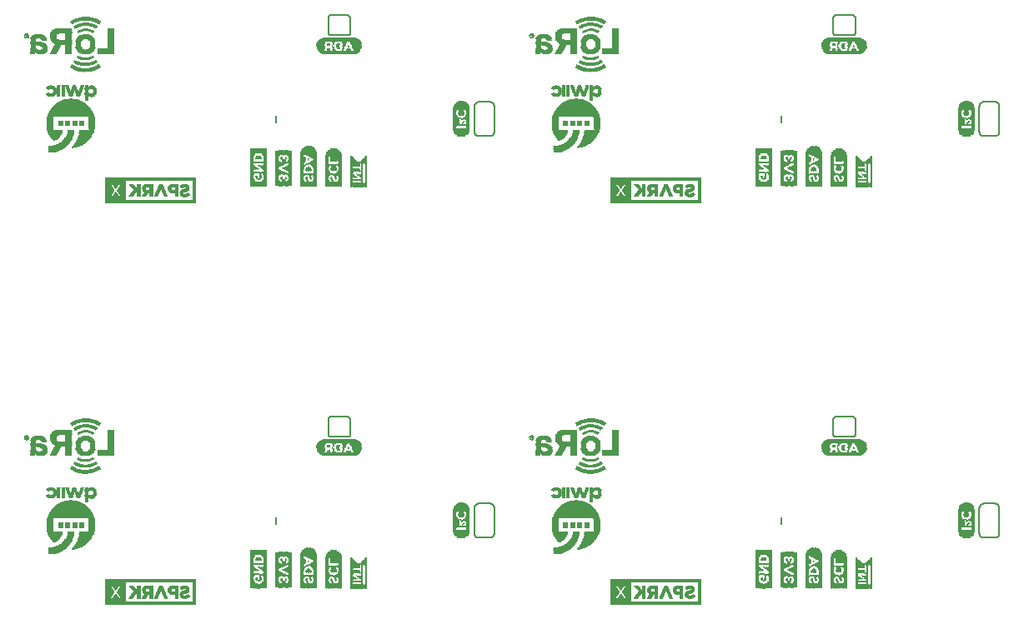
<source format=gbo>
G75*
%MOIN*%
%OFA0B0*%
%FSLAX25Y25*%
%IPPOS*%
%LPD*%
%AMOC8*
5,1,8,0,0,1.08239X$1,22.5*
%
%ADD10C,0.00800*%
%ADD11C,0.00600*%
%ADD12R,0.02165X0.00079*%
%ADD13R,0.03504X0.00118*%
%ADD14R,0.04685X0.00079*%
%ADD15R,0.05551X0.00118*%
%ADD16R,0.06260X0.00079*%
%ADD17R,0.06811X0.00118*%
%ADD18R,0.07362X0.00079*%
%ADD19R,0.07992X0.00118*%
%ADD20R,0.08386X0.00079*%
%ADD21R,0.08858X0.00079*%
%ADD22R,0.09331X0.00118*%
%ADD23R,0.09724X0.00079*%
%ADD24R,0.10118X0.00118*%
%ADD25R,0.04567X0.00079*%
%ADD26R,0.03858X0.00118*%
%ADD27R,0.03898X0.00118*%
%ADD28R,0.03504X0.00079*%
%ADD29R,0.03189X0.00118*%
%ADD30R,0.03110X0.00079*%
%ADD31R,0.02913X0.00118*%
%ADD32R,0.02520X0.00079*%
%ADD33R,0.02717X0.00079*%
%ADD34R,0.02244X0.00118*%
%ADD35R,0.02441X0.00118*%
%ADD36R,0.01969X0.00079*%
%ADD37R,0.01654X0.00118*%
%ADD38R,0.01850X0.00118*%
%ADD39R,0.01378X0.00079*%
%ADD40R,0.01654X0.00079*%
%ADD41R,0.01181X0.00118*%
%ADD42R,0.00197X0.00118*%
%ADD43R,0.01378X0.00118*%
%ADD44R,0.00866X0.00079*%
%ADD45R,0.02441X0.00079*%
%ADD46R,0.01063X0.00079*%
%ADD47R,0.00591X0.00079*%
%ADD48R,0.00787X0.00079*%
%ADD49R,0.00394X0.00118*%
%ADD50R,0.04449X0.00118*%
%ADD51R,0.00591X0.00118*%
%ADD52R,0.00197X0.00079*%
%ADD53R,0.05079X0.00079*%
%ADD54R,0.00394X0.00079*%
%ADD55R,0.05630X0.00118*%
%ADD56R,0.00118X0.00118*%
%ADD57R,0.06693X0.00118*%
%ADD58R,0.07087X0.00079*%
%ADD59R,0.07598X0.00118*%
%ADD60R,0.07992X0.00079*%
%ADD61R,0.03701X0.00118*%
%ADD62R,0.02913X0.00079*%
%ADD63R,0.02638X0.00118*%
%ADD64R,0.02165X0.00118*%
%ADD65R,0.02362X0.00118*%
%ADD66R,0.01850X0.00079*%
%ADD67R,0.02047X0.00079*%
%ADD68R,0.01457X0.00079*%
%ADD69R,0.01181X0.00079*%
%ADD70R,0.00669X0.00118*%
%ADD71R,0.00866X0.00118*%
%ADD72R,0.00512X0.00079*%
%ADD73R,0.02559X0.00118*%
%ADD74R,0.06142X0.00118*%
%ADD75R,0.02559X0.00079*%
%ADD76R,0.06535X0.00079*%
%ADD77R,0.03110X0.00118*%
%ADD78R,0.06929X0.00118*%
%ADD79R,0.03661X0.00079*%
%ADD80R,0.07126X0.00079*%
%ADD81R,0.04291X0.00118*%
%ADD82R,0.07323X0.00118*%
%ADD83R,0.04843X0.00079*%
%ADD84R,0.07480X0.00079*%
%ADD85R,0.05236X0.00118*%
%ADD86R,0.05630X0.00079*%
%ADD87R,0.07677X0.00079*%
%ADD88R,0.06024X0.00118*%
%ADD89R,0.07874X0.00118*%
%ADD90R,0.02323X0.00079*%
%ADD91R,0.01929X0.00079*%
%ADD92R,0.01457X0.00118*%
%ADD93R,0.08071X0.00118*%
%ADD94R,0.01260X0.00079*%
%ADD95R,0.08189X0.00079*%
%ADD96R,0.00906X0.00118*%
%ADD97R,0.01063X0.00118*%
%ADD98R,0.08268X0.00118*%
%ADD99R,0.08268X0.00079*%
%ADD100R,0.00315X0.00118*%
%ADD101R,0.00512X0.00118*%
%ADD102R,0.08386X0.00118*%
%ADD103R,0.00118X0.00079*%
%ADD104R,0.00315X0.00079*%
%ADD105R,0.00079X0.00118*%
%ADD106R,0.08465X0.00118*%
%ADD107R,0.08465X0.00079*%
%ADD108R,0.03425X0.00118*%
%ADD109R,0.03031X0.00079*%
%ADD110R,0.02835X0.00118*%
%ADD111R,0.02717X0.00118*%
%ADD112R,0.01732X0.00079*%
%ADD113R,0.02008X0.00079*%
%ADD114R,0.00276X0.00079*%
%ADD115R,0.00157X0.00118*%
%ADD116R,0.03307X0.00079*%
%ADD117R,0.02638X0.00079*%
%ADD118R,0.03701X0.00079*%
%ADD119R,0.00709X0.00079*%
%ADD120R,0.03780X0.00079*%
%ADD121R,0.04291X0.00079*%
%ADD122R,0.04173X0.00118*%
%ADD123R,0.02520X0.00118*%
%ADD124R,0.04488X0.00118*%
%ADD125R,0.04488X0.00079*%
%ADD126R,0.04882X0.00118*%
%ADD127R,0.05079X0.00118*%
%ADD128R,0.00709X0.00118*%
%ADD129R,0.05039X0.00079*%
%ADD130R,0.05236X0.00079*%
%ADD131R,0.05354X0.00118*%
%ADD132R,0.05433X0.00118*%
%ADD133R,0.05669X0.00079*%
%ADD134R,0.05827X0.00118*%
%ADD135R,0.00276X0.00118*%
%ADD136R,0.06063X0.00079*%
%ADD137R,0.05827X0.00079*%
%ADD138R,0.00157X0.00079*%
%ADD139R,0.06220X0.00118*%
%ADD140R,0.06339X0.00079*%
%ADD141R,0.06102X0.00079*%
%ADD142R,0.06496X0.00118*%
%ADD143R,0.06614X0.00079*%
%ADD144R,0.02402X0.00079*%
%ADD145R,0.00669X0.00079*%
%ADD146R,0.06772X0.00118*%
%ADD147R,0.03386X0.00079*%
%ADD148R,0.02244X0.00079*%
%ADD149R,0.02598X0.00079*%
%ADD150R,0.02402X0.00118*%
%ADD151R,0.02126X0.00118*%
%ADD152R,0.02126X0.00079*%
%ADD153R,0.02323X0.00118*%
%ADD154R,0.08189X0.00118*%
%ADD155R,0.02362X0.00079*%
%ADD156R,0.08071X0.00079*%
%ADD157R,0.07874X0.00079*%
%ADD158R,0.03583X0.00079*%
%ADD159R,0.07795X0.00118*%
%ADD160R,0.04094X0.00118*%
%ADD161R,0.04449X0.00079*%
%ADD162R,0.07480X0.00118*%
%ADD163R,0.04764X0.00118*%
%ADD164R,0.07402X0.00079*%
%ADD165R,0.07205X0.00118*%
%ADD166R,0.07008X0.00079*%
%ADD167R,0.05551X0.00079*%
%ADD168R,0.06732X0.00079*%
%ADD169R,0.05748X0.00079*%
%ADD170R,0.06732X0.00118*%
%ADD171R,0.06024X0.00079*%
%ADD172R,0.06102X0.00118*%
%ADD173R,0.06929X0.00079*%
%ADD174R,0.06220X0.00079*%
%ADD175R,0.03976X0.00118*%
%ADD176R,0.02795X0.00079*%
%ADD177R,0.03307X0.00118*%
%ADD178R,0.02835X0.00079*%
%ADD179R,0.02756X0.00118*%
%ADD180R,0.02795X0.00118*%
%ADD181R,0.06535X0.00118*%
%ADD182R,0.03228X0.00118*%
%ADD183R,0.06772X0.00079*%
%ADD184R,0.06811X0.00079*%
%ADD185R,0.06496X0.00079*%
%ADD186R,0.06693X0.00079*%
%ADD187R,0.06417X0.00118*%
%ADD188R,0.06063X0.00118*%
%ADD189R,0.06614X0.00118*%
%ADD190R,0.06417X0.00079*%
%ADD191R,0.02047X0.00118*%
%ADD192R,0.05157X0.00079*%
%ADD193R,0.04055X0.00079*%
%ADD194R,0.04252X0.00118*%
%ADD195R,0.03858X0.00079*%
%ADD196R,0.03386X0.00118*%
%ADD197R,0.02953X0.00118*%
%ADD198R,0.00472X0.00118*%
%ADD199R,0.00984X0.00118*%
%ADD200R,0.00787X0.00118*%
%ADD201R,0.01575X0.00118*%
%ADD202R,0.01339X0.00118*%
%ADD203R,0.01772X0.00079*%
%ADD204R,0.05748X0.00118*%
%ADD205R,0.05472X0.00079*%
%ADD206R,0.04961X0.00118*%
%ADD207R,0.01260X0.00118*%
%ADD208R,0.00079X0.00079*%
%ADD209R,0.01102X0.00079*%
%ADD210R,0.01535X0.00079*%
%ADD211R,0.01969X0.00118*%
%ADD212R,0.07283X0.00079*%
%ADD213R,0.06890X0.00118*%
%ADD214R,0.05945X0.00118*%
%ADD215R,0.05354X0.00079*%
%ADD216R,0.00748X0.00079*%
%ADD217R,0.03976X0.00079*%
%ADD218R,0.00945X0.00118*%
%ADD219R,0.02992X0.00118*%
%ADD220R,0.01575X0.00079*%
%ADD221R,0.03031X0.00118*%
%ADD222R,0.04173X0.00079*%
%ADD223R,0.10197X0.00118*%
%ADD224R,0.09843X0.00079*%
%ADD225R,0.09449X0.00118*%
%ADD226R,0.09055X0.00079*%
%ADD227R,0.08661X0.00118*%
%ADD228R,0.07677X0.00118*%
%ADD229R,0.05945X0.00079*%
%ADD230R,0.00472X0.00079*%
%ADD231R,0.01339X0.00079*%
%ADD232R,0.00551X0.00079*%
%ADD233R,0.01417X0.00079*%
%ADD234R,0.01496X0.00079*%
%ADD235R,0.01890X0.00079*%
%ADD236R,0.02205X0.00079*%
%ADD237R,0.02756X0.00079*%
%ADD238R,0.04252X0.00079*%
%ADD239R,0.03150X0.00079*%
%ADD240R,0.04331X0.00079*%
%ADD241R,0.04409X0.00079*%
%ADD242R,0.01811X0.00079*%
%ADD243R,0.03543X0.00079*%
%ADD244R,0.03622X0.00079*%
%ADD245R,0.01024X0.00079*%
%ADD246R,0.02283X0.00079*%
%ADD247R,0.00236X0.00079*%
%ADD248R,0.00630X0.00079*%
%ADD249R,0.03465X0.00079*%
%ADD250R,0.02992X0.00079*%
%ADD251R,0.03228X0.00079*%
%ADD252R,0.04646X0.00079*%
%ADD253R,0.05276X0.00079*%
%ADD254R,0.06299X0.00079*%
%ADD255R,0.07165X0.00079*%
%ADD256R,0.07795X0.00079*%
%ADD257R,0.08504X0.00079*%
%ADD258R,0.08898X0.00079*%
%ADD259R,0.09213X0.00079*%
%ADD260R,0.09449X0.00079*%
%ADD261R,0.09764X0.00079*%
%ADD262R,0.10000X0.00079*%
%ADD263R,0.10236X0.00079*%
%ADD264R,0.10551X0.00079*%
%ADD265R,0.10709X0.00079*%
%ADD266R,0.11024X0.00079*%
%ADD267R,0.11181X0.00079*%
%ADD268R,0.11417X0.00079*%
%ADD269R,0.11654X0.00079*%
%ADD270R,0.11811X0.00079*%
%ADD271R,0.12047X0.00079*%
%ADD272R,0.12283X0.00079*%
%ADD273R,0.12441X0.00079*%
%ADD274R,0.12598X0.00079*%
%ADD275R,0.12835X0.00079*%
%ADD276R,0.12992X0.00079*%
%ADD277R,0.13150X0.00079*%
%ADD278R,0.13307X0.00079*%
%ADD279R,0.13465X0.00079*%
%ADD280R,0.13622X0.00079*%
%ADD281R,0.13858X0.00079*%
%ADD282R,0.13937X0.00079*%
%ADD283R,0.14094X0.00079*%
%ADD284R,0.14252X0.00079*%
%ADD285R,0.14409X0.00079*%
%ADD286R,0.14567X0.00079*%
%ADD287R,0.14724X0.00079*%
%ADD288R,0.14882X0.00079*%
%ADD289R,0.14961X0.00079*%
%ADD290R,0.15118X0.00079*%
%ADD291R,0.15197X0.00079*%
%ADD292R,0.15354X0.00079*%
%ADD293R,0.15512X0.00079*%
%ADD294R,0.15591X0.00079*%
%ADD295R,0.15669X0.00079*%
%ADD296R,0.15827X0.00079*%
%ADD297R,0.15984X0.00079*%
%ADD298R,0.16063X0.00079*%
%ADD299R,0.16142X0.00079*%
%ADD300R,0.16220X0.00079*%
%ADD301R,0.16378X0.00079*%
%ADD302R,0.16457X0.00079*%
%ADD303R,0.16535X0.00079*%
%ADD304R,0.16693X0.00079*%
%ADD305R,0.16772X0.00079*%
%ADD306R,0.16850X0.00079*%
%ADD307R,0.16929X0.00079*%
%ADD308R,0.17008X0.00079*%
%ADD309R,0.17087X0.00079*%
%ADD310R,0.17244X0.00079*%
%ADD311R,0.17323X0.00079*%
%ADD312R,0.17480X0.00079*%
%ADD313R,0.17559X0.00079*%
%ADD314R,0.17717X0.00079*%
%ADD315R,0.17795X0.00079*%
%ADD316R,0.17874X0.00079*%
%ADD317R,0.17953X0.00079*%
%ADD318R,0.18031X0.00079*%
%ADD319R,0.18110X0.00079*%
%ADD320R,0.18189X0.00079*%
%ADD321R,0.18268X0.00079*%
%ADD322R,0.18346X0.00079*%
%ADD323R,0.18425X0.00079*%
%ADD324R,0.18504X0.00079*%
%ADD325R,0.18583X0.00079*%
%ADD326R,0.18661X0.00079*%
%ADD327R,0.02677X0.00079*%
%ADD328R,0.06142X0.00079*%
%ADD329R,0.05984X0.00079*%
%ADD330R,0.05906X0.00079*%
%ADD331R,0.05512X0.00079*%
%ADD332R,0.05591X0.00079*%
%ADD333R,0.05433X0.00079*%
%ADD334R,0.05197X0.00079*%
%ADD335R,0.05118X0.00079*%
%ADD336R,0.04961X0.00079*%
%ADD337R,0.04803X0.00079*%
%ADD338R,0.04724X0.00079*%
%ADD339R,0.04094X0.00079*%
%ADD340R,0.04016X0.00079*%
%ADD341R,0.03937X0.00079*%
%ADD342R,0.03071X0.00079*%
%ADD343R,0.04882X0.00079*%
%ADD344R,0.07244X0.00079*%
%ADD345R,0.06850X0.00079*%
%ADD346R,0.06378X0.00079*%
%ADD347C,0.00039*%
%ADD348R,0.00157X0.15276*%
%ADD349R,0.00157X0.03307*%
%ADD350R,0.00157X0.11024*%
%ADD351R,0.00157X0.02992*%
%ADD352R,0.00157X0.01260*%
%ADD353R,0.00157X0.01890*%
%ADD354R,0.00157X0.00630*%
%ADD355R,0.00157X0.02677*%
%ADD356R,0.00157X0.00787*%
%ADD357R,0.00157X0.01575*%
%ADD358R,0.00157X0.00472*%
%ADD359R,0.00157X0.02520*%
%ADD360R,0.00157X0.01417*%
%ADD361R,0.00157X0.02205*%
%ADD362R,0.00157X0.02362*%
%ADD363R,0.00157X0.02047*%
%ADD364R,0.00157X0.01102*%
%ADD365R,0.00157X0.00945*%
%ADD366R,0.00157X0.02835*%
%ADD367R,0.00157X0.01732*%
%ADD368R,0.00157X0.00157*%
%ADD369R,0.00157X0.00315*%
%ADD370R,0.00157X0.03150*%
%ADD371R,0.00157X0.14331*%
%ADD372R,0.00157X0.07087*%
%ADD373R,0.00157X0.03465*%
%ADD374R,0.00157X0.13858*%
%ADD375R,0.00157X0.14646*%
%ADD376R,0.00157X0.14961*%
%ADD377R,0.00157X0.15118*%
%ADD378R,0.00157X0.15433*%
%ADD379R,0.00157X0.11969*%
%ADD380R,0.00157X0.04567*%
%ADD381R,0.00157X0.04409*%
%ADD382R,0.00157X0.04252*%
%ADD383R,0.00157X0.04094*%
%ADD384R,0.00157X0.03937*%
%ADD385R,0.00157X0.03780*%
%ADD386R,0.00157X0.12913*%
%ADD387R,0.00157X0.13386*%
%ADD388R,0.00157X0.13701*%
%ADD389R,0.00157X0.14016*%
%ADD390R,0.00157X0.14173*%
%ADD391R,0.00157X0.14488*%
%ADD392R,0.00157X0.04882*%
%ADD393R,0.00157X0.05039*%
%ADD394R,0.00157X0.05197*%
%ADD395R,0.00157X0.03622*%
%ADD396R,0.00157X0.12756*%
%ADD397R,0.00157X0.12598*%
%ADD398R,0.00157X0.12441*%
%ADD399R,0.00157X0.12283*%
%ADD400R,0.00157X0.11181*%
%ADD401R,0.00157X0.10866*%
%ADD402R,0.00157X0.10709*%
%ADD403R,0.00157X0.12126*%
%ADD404R,0.13386X0.00157*%
%ADD405R,0.14331X0.00157*%
%ADD406R,0.14961X0.00157*%
%ADD407R,0.15591X0.00157*%
%ADD408R,0.15906X0.00157*%
%ADD409R,0.16220X0.00157*%
%ADD410R,0.16535X0.00157*%
%ADD411R,0.16850X0.00157*%
%ADD412R,0.04409X0.00157*%
%ADD413R,0.02047X0.00157*%
%ADD414R,0.01732X0.00157*%
%ADD415R,0.03622X0.00157*%
%ADD416R,0.01417X0.00157*%
%ADD417R,0.03465X0.00157*%
%ADD418R,0.01890X0.00157*%
%ADD419R,0.01102X0.00157*%
%ADD420R,0.03307X0.00157*%
%ADD421R,0.00945X0.00157*%
%ADD422R,0.03150X0.00157*%
%ADD423R,0.00787X0.00157*%
%ADD424R,0.00630X0.00157*%
%ADD425R,0.04252X0.00157*%
%ADD426R,0.01575X0.00157*%
%ADD427R,0.01260X0.00157*%
%ADD428R,0.00472X0.00157*%
%ADD429R,0.04094X0.00157*%
%ADD430R,0.00315X0.00157*%
%ADD431R,0.03937X0.00157*%
%ADD432R,0.03780X0.00157*%
%ADD433R,0.02992X0.00157*%
%ADD434R,0.02677X0.00157*%
%ADD435R,0.02835X0.00157*%
%ADD436R,0.02205X0.00157*%
%ADD437R,0.02362X0.00157*%
%ADD438R,0.00157X0.09606*%
%ADD439R,0.00157X0.10551*%
%ADD440R,0.00157X0.11811*%
%ADD441R,0.00157X0.05669*%
%ADD442R,0.00157X0.05827*%
%ADD443R,0.00157X0.05984*%
D10*
X0136900Y0270000D02*
X0136900Y0272700D01*
X0136900Y0430701D02*
X0136900Y0433401D01*
X0338821Y0433401D02*
X0338821Y0430701D01*
X0338821Y0272700D02*
X0338821Y0270000D01*
D11*
X0360521Y0304900D02*
X0367321Y0304900D01*
X0367381Y0304902D01*
X0367442Y0304907D01*
X0367501Y0304916D01*
X0367560Y0304929D01*
X0367619Y0304945D01*
X0367676Y0304965D01*
X0367731Y0304988D01*
X0367786Y0305015D01*
X0367838Y0305044D01*
X0367889Y0305077D01*
X0367938Y0305113D01*
X0367984Y0305151D01*
X0368028Y0305193D01*
X0368070Y0305237D01*
X0368108Y0305283D01*
X0368144Y0305332D01*
X0368177Y0305383D01*
X0368206Y0305435D01*
X0368233Y0305490D01*
X0368256Y0305545D01*
X0368276Y0305602D01*
X0368292Y0305661D01*
X0368305Y0305720D01*
X0368314Y0305779D01*
X0368319Y0305840D01*
X0368321Y0305900D01*
X0368321Y0311900D01*
X0368319Y0311960D01*
X0368314Y0312021D01*
X0368305Y0312080D01*
X0368292Y0312139D01*
X0368276Y0312198D01*
X0368256Y0312255D01*
X0368233Y0312310D01*
X0368206Y0312365D01*
X0368177Y0312417D01*
X0368144Y0312468D01*
X0368108Y0312517D01*
X0368070Y0312563D01*
X0368028Y0312607D01*
X0367984Y0312649D01*
X0367938Y0312687D01*
X0367889Y0312723D01*
X0367838Y0312756D01*
X0367786Y0312785D01*
X0367731Y0312812D01*
X0367676Y0312835D01*
X0367619Y0312855D01*
X0367560Y0312871D01*
X0367501Y0312884D01*
X0367442Y0312893D01*
X0367381Y0312898D01*
X0367321Y0312900D01*
X0360521Y0312900D01*
X0360461Y0312898D01*
X0360400Y0312893D01*
X0360341Y0312884D01*
X0360282Y0312871D01*
X0360223Y0312855D01*
X0360166Y0312835D01*
X0360111Y0312812D01*
X0360056Y0312785D01*
X0360004Y0312756D01*
X0359953Y0312723D01*
X0359904Y0312687D01*
X0359858Y0312649D01*
X0359814Y0312607D01*
X0359772Y0312563D01*
X0359734Y0312517D01*
X0359698Y0312468D01*
X0359665Y0312417D01*
X0359636Y0312365D01*
X0359609Y0312310D01*
X0359586Y0312255D01*
X0359566Y0312198D01*
X0359550Y0312139D01*
X0359537Y0312080D01*
X0359528Y0312021D01*
X0359523Y0311960D01*
X0359521Y0311900D01*
X0359521Y0305900D01*
X0359523Y0305840D01*
X0359528Y0305779D01*
X0359537Y0305720D01*
X0359550Y0305661D01*
X0359566Y0305602D01*
X0359586Y0305545D01*
X0359609Y0305490D01*
X0359636Y0305435D01*
X0359665Y0305383D01*
X0359698Y0305332D01*
X0359734Y0305283D01*
X0359772Y0305237D01*
X0359814Y0305193D01*
X0359858Y0305151D01*
X0359904Y0305113D01*
X0359953Y0305077D01*
X0360004Y0305044D01*
X0360056Y0305015D01*
X0360111Y0304988D01*
X0360166Y0304965D01*
X0360223Y0304945D01*
X0360282Y0304929D01*
X0360341Y0304916D01*
X0360400Y0304907D01*
X0360461Y0304902D01*
X0360521Y0304900D01*
X0417921Y0276400D02*
X0417921Y0266400D01*
X0417923Y0266317D01*
X0417929Y0266234D01*
X0417938Y0266151D01*
X0417952Y0266069D01*
X0417969Y0265988D01*
X0417990Y0265907D01*
X0418014Y0265828D01*
X0418043Y0265750D01*
X0418074Y0265673D01*
X0418110Y0265598D01*
X0418148Y0265524D01*
X0418191Y0265452D01*
X0418236Y0265383D01*
X0418285Y0265315D01*
X0418336Y0265250D01*
X0418391Y0265187D01*
X0418448Y0265127D01*
X0418508Y0265070D01*
X0418571Y0265015D01*
X0418636Y0264964D01*
X0418704Y0264915D01*
X0418773Y0264870D01*
X0418845Y0264827D01*
X0418919Y0264789D01*
X0418994Y0264753D01*
X0419071Y0264722D01*
X0419149Y0264693D01*
X0419228Y0264669D01*
X0419309Y0264648D01*
X0419390Y0264631D01*
X0419472Y0264617D01*
X0419555Y0264608D01*
X0419638Y0264602D01*
X0419721Y0264600D01*
X0424121Y0264600D01*
X0424204Y0264602D01*
X0424287Y0264608D01*
X0424370Y0264617D01*
X0424452Y0264631D01*
X0424533Y0264648D01*
X0424614Y0264669D01*
X0424693Y0264693D01*
X0424771Y0264722D01*
X0424848Y0264753D01*
X0424923Y0264789D01*
X0424997Y0264827D01*
X0425069Y0264870D01*
X0425138Y0264915D01*
X0425206Y0264964D01*
X0425271Y0265015D01*
X0425334Y0265070D01*
X0425394Y0265127D01*
X0425451Y0265187D01*
X0425506Y0265250D01*
X0425557Y0265315D01*
X0425606Y0265383D01*
X0425651Y0265452D01*
X0425694Y0265524D01*
X0425732Y0265598D01*
X0425768Y0265673D01*
X0425799Y0265750D01*
X0425828Y0265828D01*
X0425852Y0265907D01*
X0425873Y0265988D01*
X0425890Y0266069D01*
X0425904Y0266151D01*
X0425913Y0266234D01*
X0425919Y0266317D01*
X0425921Y0266400D01*
X0425921Y0276400D01*
X0425919Y0276483D01*
X0425913Y0276566D01*
X0425904Y0276649D01*
X0425890Y0276731D01*
X0425873Y0276812D01*
X0425852Y0276893D01*
X0425828Y0276972D01*
X0425799Y0277050D01*
X0425768Y0277127D01*
X0425732Y0277202D01*
X0425694Y0277276D01*
X0425651Y0277348D01*
X0425606Y0277417D01*
X0425557Y0277485D01*
X0425506Y0277550D01*
X0425451Y0277613D01*
X0425394Y0277673D01*
X0425334Y0277730D01*
X0425271Y0277785D01*
X0425206Y0277836D01*
X0425138Y0277885D01*
X0425069Y0277930D01*
X0424997Y0277973D01*
X0424923Y0278011D01*
X0424848Y0278047D01*
X0424771Y0278078D01*
X0424693Y0278107D01*
X0424614Y0278131D01*
X0424533Y0278152D01*
X0424452Y0278169D01*
X0424370Y0278183D01*
X0424287Y0278192D01*
X0424204Y0278198D01*
X0424121Y0278200D01*
X0419721Y0278200D01*
X0419638Y0278198D01*
X0419555Y0278192D01*
X0419472Y0278183D01*
X0419390Y0278169D01*
X0419309Y0278152D01*
X0419228Y0278131D01*
X0419149Y0278107D01*
X0419071Y0278078D01*
X0418994Y0278047D01*
X0418919Y0278011D01*
X0418845Y0277973D01*
X0418773Y0277930D01*
X0418704Y0277885D01*
X0418636Y0277836D01*
X0418571Y0277785D01*
X0418508Y0277730D01*
X0418448Y0277673D01*
X0418391Y0277613D01*
X0418336Y0277550D01*
X0418285Y0277485D01*
X0418236Y0277417D01*
X0418191Y0277348D01*
X0418148Y0277276D01*
X0418110Y0277202D01*
X0418074Y0277127D01*
X0418043Y0277050D01*
X0418014Y0276972D01*
X0417990Y0276893D01*
X0417969Y0276812D01*
X0417952Y0276731D01*
X0417938Y0276649D01*
X0417929Y0276566D01*
X0417923Y0276483D01*
X0417921Y0276400D01*
X0419721Y0425301D02*
X0424121Y0425301D01*
X0424204Y0425303D01*
X0424287Y0425309D01*
X0424370Y0425318D01*
X0424452Y0425332D01*
X0424533Y0425349D01*
X0424614Y0425370D01*
X0424693Y0425394D01*
X0424771Y0425423D01*
X0424848Y0425454D01*
X0424923Y0425490D01*
X0424997Y0425528D01*
X0425069Y0425571D01*
X0425138Y0425616D01*
X0425206Y0425665D01*
X0425271Y0425716D01*
X0425334Y0425771D01*
X0425394Y0425828D01*
X0425451Y0425888D01*
X0425506Y0425951D01*
X0425557Y0426016D01*
X0425606Y0426084D01*
X0425651Y0426153D01*
X0425694Y0426225D01*
X0425732Y0426299D01*
X0425768Y0426374D01*
X0425799Y0426451D01*
X0425828Y0426529D01*
X0425852Y0426608D01*
X0425873Y0426689D01*
X0425890Y0426770D01*
X0425904Y0426852D01*
X0425913Y0426935D01*
X0425919Y0427018D01*
X0425921Y0427101D01*
X0425921Y0437101D01*
X0425919Y0437184D01*
X0425913Y0437267D01*
X0425904Y0437350D01*
X0425890Y0437432D01*
X0425873Y0437513D01*
X0425852Y0437594D01*
X0425828Y0437673D01*
X0425799Y0437751D01*
X0425768Y0437828D01*
X0425732Y0437903D01*
X0425694Y0437977D01*
X0425651Y0438049D01*
X0425606Y0438118D01*
X0425557Y0438186D01*
X0425506Y0438251D01*
X0425451Y0438314D01*
X0425394Y0438374D01*
X0425334Y0438431D01*
X0425271Y0438486D01*
X0425206Y0438537D01*
X0425138Y0438586D01*
X0425069Y0438631D01*
X0424997Y0438674D01*
X0424923Y0438712D01*
X0424848Y0438748D01*
X0424771Y0438779D01*
X0424693Y0438808D01*
X0424614Y0438832D01*
X0424533Y0438853D01*
X0424452Y0438870D01*
X0424370Y0438884D01*
X0424287Y0438893D01*
X0424204Y0438899D01*
X0424121Y0438901D01*
X0419721Y0438901D01*
X0419638Y0438899D01*
X0419555Y0438893D01*
X0419472Y0438884D01*
X0419390Y0438870D01*
X0419309Y0438853D01*
X0419228Y0438832D01*
X0419149Y0438808D01*
X0419071Y0438779D01*
X0418994Y0438748D01*
X0418919Y0438712D01*
X0418845Y0438674D01*
X0418773Y0438631D01*
X0418704Y0438586D01*
X0418636Y0438537D01*
X0418571Y0438486D01*
X0418508Y0438431D01*
X0418448Y0438374D01*
X0418391Y0438314D01*
X0418336Y0438251D01*
X0418285Y0438186D01*
X0418236Y0438118D01*
X0418191Y0438049D01*
X0418148Y0437977D01*
X0418110Y0437903D01*
X0418074Y0437828D01*
X0418043Y0437751D01*
X0418014Y0437673D01*
X0417990Y0437594D01*
X0417969Y0437513D01*
X0417952Y0437432D01*
X0417938Y0437350D01*
X0417929Y0437267D01*
X0417923Y0437184D01*
X0417921Y0437101D01*
X0417921Y0427101D01*
X0417923Y0427018D01*
X0417929Y0426935D01*
X0417938Y0426852D01*
X0417952Y0426770D01*
X0417969Y0426689D01*
X0417990Y0426608D01*
X0418014Y0426529D01*
X0418043Y0426451D01*
X0418074Y0426374D01*
X0418110Y0426299D01*
X0418148Y0426225D01*
X0418191Y0426153D01*
X0418236Y0426084D01*
X0418285Y0426016D01*
X0418336Y0425951D01*
X0418391Y0425888D01*
X0418448Y0425828D01*
X0418508Y0425771D01*
X0418571Y0425716D01*
X0418636Y0425665D01*
X0418704Y0425616D01*
X0418773Y0425571D01*
X0418845Y0425528D01*
X0418919Y0425490D01*
X0418994Y0425454D01*
X0419071Y0425423D01*
X0419149Y0425394D01*
X0419228Y0425370D01*
X0419309Y0425349D01*
X0419390Y0425332D01*
X0419472Y0425318D01*
X0419555Y0425309D01*
X0419638Y0425303D01*
X0419721Y0425301D01*
X0368321Y0466601D02*
X0368321Y0472601D01*
X0368319Y0472661D01*
X0368314Y0472722D01*
X0368305Y0472781D01*
X0368292Y0472840D01*
X0368276Y0472899D01*
X0368256Y0472956D01*
X0368233Y0473011D01*
X0368206Y0473066D01*
X0368177Y0473118D01*
X0368144Y0473169D01*
X0368108Y0473218D01*
X0368070Y0473264D01*
X0368028Y0473308D01*
X0367984Y0473350D01*
X0367938Y0473388D01*
X0367889Y0473424D01*
X0367838Y0473457D01*
X0367786Y0473486D01*
X0367731Y0473513D01*
X0367676Y0473536D01*
X0367619Y0473556D01*
X0367560Y0473572D01*
X0367501Y0473585D01*
X0367442Y0473594D01*
X0367381Y0473599D01*
X0367321Y0473601D01*
X0360521Y0473601D01*
X0360461Y0473599D01*
X0360400Y0473594D01*
X0360341Y0473585D01*
X0360282Y0473572D01*
X0360223Y0473556D01*
X0360166Y0473536D01*
X0360111Y0473513D01*
X0360056Y0473486D01*
X0360004Y0473457D01*
X0359953Y0473424D01*
X0359904Y0473388D01*
X0359858Y0473350D01*
X0359814Y0473308D01*
X0359772Y0473264D01*
X0359734Y0473218D01*
X0359698Y0473169D01*
X0359665Y0473118D01*
X0359636Y0473066D01*
X0359609Y0473011D01*
X0359586Y0472956D01*
X0359566Y0472899D01*
X0359550Y0472840D01*
X0359537Y0472781D01*
X0359528Y0472722D01*
X0359523Y0472661D01*
X0359521Y0472601D01*
X0359521Y0466601D01*
X0359523Y0466541D01*
X0359528Y0466480D01*
X0359537Y0466421D01*
X0359550Y0466362D01*
X0359566Y0466303D01*
X0359586Y0466246D01*
X0359609Y0466191D01*
X0359636Y0466136D01*
X0359665Y0466084D01*
X0359698Y0466033D01*
X0359734Y0465984D01*
X0359772Y0465938D01*
X0359814Y0465894D01*
X0359858Y0465852D01*
X0359904Y0465814D01*
X0359953Y0465778D01*
X0360004Y0465745D01*
X0360056Y0465716D01*
X0360111Y0465689D01*
X0360166Y0465666D01*
X0360223Y0465646D01*
X0360282Y0465630D01*
X0360341Y0465617D01*
X0360400Y0465608D01*
X0360461Y0465603D01*
X0360521Y0465601D01*
X0367321Y0465601D01*
X0367381Y0465603D01*
X0367442Y0465608D01*
X0367501Y0465617D01*
X0367560Y0465630D01*
X0367619Y0465646D01*
X0367676Y0465666D01*
X0367731Y0465689D01*
X0367786Y0465716D01*
X0367838Y0465745D01*
X0367889Y0465778D01*
X0367938Y0465814D01*
X0367984Y0465852D01*
X0368028Y0465894D01*
X0368070Y0465938D01*
X0368108Y0465984D01*
X0368144Y0466033D01*
X0368177Y0466084D01*
X0368206Y0466136D01*
X0368233Y0466191D01*
X0368256Y0466246D01*
X0368276Y0466303D01*
X0368292Y0466362D01*
X0368305Y0466421D01*
X0368314Y0466480D01*
X0368319Y0466541D01*
X0368321Y0466601D01*
X0224000Y0437101D02*
X0224000Y0427101D01*
X0223998Y0427018D01*
X0223992Y0426935D01*
X0223983Y0426852D01*
X0223969Y0426770D01*
X0223952Y0426689D01*
X0223931Y0426608D01*
X0223907Y0426529D01*
X0223878Y0426451D01*
X0223847Y0426374D01*
X0223811Y0426299D01*
X0223773Y0426225D01*
X0223730Y0426153D01*
X0223685Y0426084D01*
X0223636Y0426016D01*
X0223585Y0425951D01*
X0223530Y0425888D01*
X0223473Y0425828D01*
X0223413Y0425771D01*
X0223350Y0425716D01*
X0223285Y0425665D01*
X0223217Y0425616D01*
X0223148Y0425571D01*
X0223076Y0425528D01*
X0223002Y0425490D01*
X0222927Y0425454D01*
X0222850Y0425423D01*
X0222772Y0425394D01*
X0222693Y0425370D01*
X0222612Y0425349D01*
X0222531Y0425332D01*
X0222449Y0425318D01*
X0222366Y0425309D01*
X0222283Y0425303D01*
X0222200Y0425301D01*
X0217800Y0425301D01*
X0217717Y0425303D01*
X0217634Y0425309D01*
X0217551Y0425318D01*
X0217469Y0425332D01*
X0217388Y0425349D01*
X0217307Y0425370D01*
X0217228Y0425394D01*
X0217150Y0425423D01*
X0217073Y0425454D01*
X0216998Y0425490D01*
X0216924Y0425528D01*
X0216852Y0425571D01*
X0216783Y0425616D01*
X0216715Y0425665D01*
X0216650Y0425716D01*
X0216587Y0425771D01*
X0216527Y0425828D01*
X0216470Y0425888D01*
X0216415Y0425951D01*
X0216364Y0426016D01*
X0216315Y0426084D01*
X0216270Y0426153D01*
X0216227Y0426225D01*
X0216189Y0426299D01*
X0216153Y0426374D01*
X0216122Y0426451D01*
X0216093Y0426529D01*
X0216069Y0426608D01*
X0216048Y0426689D01*
X0216031Y0426770D01*
X0216017Y0426852D01*
X0216008Y0426935D01*
X0216002Y0427018D01*
X0216000Y0427101D01*
X0216000Y0437101D01*
X0216002Y0437184D01*
X0216008Y0437267D01*
X0216017Y0437350D01*
X0216031Y0437432D01*
X0216048Y0437513D01*
X0216069Y0437594D01*
X0216093Y0437673D01*
X0216122Y0437751D01*
X0216153Y0437828D01*
X0216189Y0437903D01*
X0216227Y0437977D01*
X0216270Y0438049D01*
X0216315Y0438118D01*
X0216364Y0438186D01*
X0216415Y0438251D01*
X0216470Y0438314D01*
X0216527Y0438374D01*
X0216587Y0438431D01*
X0216650Y0438486D01*
X0216715Y0438537D01*
X0216783Y0438586D01*
X0216852Y0438631D01*
X0216924Y0438674D01*
X0216998Y0438712D01*
X0217073Y0438748D01*
X0217150Y0438779D01*
X0217228Y0438808D01*
X0217307Y0438832D01*
X0217388Y0438853D01*
X0217469Y0438870D01*
X0217551Y0438884D01*
X0217634Y0438893D01*
X0217717Y0438899D01*
X0217800Y0438901D01*
X0222200Y0438901D01*
X0222283Y0438899D01*
X0222366Y0438893D01*
X0222449Y0438884D01*
X0222531Y0438870D01*
X0222612Y0438853D01*
X0222693Y0438832D01*
X0222772Y0438808D01*
X0222850Y0438779D01*
X0222927Y0438748D01*
X0223002Y0438712D01*
X0223076Y0438674D01*
X0223148Y0438631D01*
X0223217Y0438586D01*
X0223285Y0438537D01*
X0223350Y0438486D01*
X0223413Y0438431D01*
X0223473Y0438374D01*
X0223530Y0438314D01*
X0223585Y0438251D01*
X0223636Y0438186D01*
X0223685Y0438118D01*
X0223730Y0438049D01*
X0223773Y0437977D01*
X0223811Y0437903D01*
X0223847Y0437828D01*
X0223878Y0437751D01*
X0223907Y0437673D01*
X0223931Y0437594D01*
X0223952Y0437513D01*
X0223969Y0437432D01*
X0223983Y0437350D01*
X0223992Y0437267D01*
X0223998Y0437184D01*
X0224000Y0437101D01*
X0166400Y0466601D02*
X0166400Y0472601D01*
X0166398Y0472661D01*
X0166393Y0472722D01*
X0166384Y0472781D01*
X0166371Y0472840D01*
X0166355Y0472899D01*
X0166335Y0472956D01*
X0166312Y0473011D01*
X0166285Y0473066D01*
X0166256Y0473118D01*
X0166223Y0473169D01*
X0166187Y0473218D01*
X0166149Y0473264D01*
X0166107Y0473308D01*
X0166063Y0473350D01*
X0166017Y0473388D01*
X0165968Y0473424D01*
X0165917Y0473457D01*
X0165865Y0473486D01*
X0165810Y0473513D01*
X0165755Y0473536D01*
X0165698Y0473556D01*
X0165639Y0473572D01*
X0165580Y0473585D01*
X0165521Y0473594D01*
X0165460Y0473599D01*
X0165400Y0473601D01*
X0158600Y0473601D01*
X0158540Y0473599D01*
X0158479Y0473594D01*
X0158420Y0473585D01*
X0158361Y0473572D01*
X0158302Y0473556D01*
X0158245Y0473536D01*
X0158190Y0473513D01*
X0158135Y0473486D01*
X0158083Y0473457D01*
X0158032Y0473424D01*
X0157983Y0473388D01*
X0157937Y0473350D01*
X0157893Y0473308D01*
X0157851Y0473264D01*
X0157813Y0473218D01*
X0157777Y0473169D01*
X0157744Y0473118D01*
X0157715Y0473066D01*
X0157688Y0473011D01*
X0157665Y0472956D01*
X0157645Y0472899D01*
X0157629Y0472840D01*
X0157616Y0472781D01*
X0157607Y0472722D01*
X0157602Y0472661D01*
X0157600Y0472601D01*
X0157600Y0466601D01*
X0157602Y0466541D01*
X0157607Y0466480D01*
X0157616Y0466421D01*
X0157629Y0466362D01*
X0157645Y0466303D01*
X0157665Y0466246D01*
X0157688Y0466191D01*
X0157715Y0466136D01*
X0157744Y0466084D01*
X0157777Y0466033D01*
X0157813Y0465984D01*
X0157851Y0465938D01*
X0157893Y0465894D01*
X0157937Y0465852D01*
X0157983Y0465814D01*
X0158032Y0465778D01*
X0158083Y0465745D01*
X0158135Y0465716D01*
X0158190Y0465689D01*
X0158245Y0465666D01*
X0158302Y0465646D01*
X0158361Y0465630D01*
X0158420Y0465617D01*
X0158479Y0465608D01*
X0158540Y0465603D01*
X0158600Y0465601D01*
X0165400Y0465601D01*
X0165460Y0465603D01*
X0165521Y0465608D01*
X0165580Y0465617D01*
X0165639Y0465630D01*
X0165698Y0465646D01*
X0165755Y0465666D01*
X0165810Y0465689D01*
X0165865Y0465716D01*
X0165917Y0465745D01*
X0165968Y0465778D01*
X0166017Y0465814D01*
X0166063Y0465852D01*
X0166107Y0465894D01*
X0166149Y0465938D01*
X0166187Y0465984D01*
X0166223Y0466033D01*
X0166256Y0466084D01*
X0166285Y0466136D01*
X0166312Y0466191D01*
X0166335Y0466246D01*
X0166355Y0466303D01*
X0166371Y0466362D01*
X0166384Y0466421D01*
X0166393Y0466480D01*
X0166398Y0466541D01*
X0166400Y0466601D01*
X0165400Y0312900D02*
X0158600Y0312900D01*
X0158540Y0312898D01*
X0158479Y0312893D01*
X0158420Y0312884D01*
X0158361Y0312871D01*
X0158302Y0312855D01*
X0158245Y0312835D01*
X0158190Y0312812D01*
X0158135Y0312785D01*
X0158083Y0312756D01*
X0158032Y0312723D01*
X0157983Y0312687D01*
X0157937Y0312649D01*
X0157893Y0312607D01*
X0157851Y0312563D01*
X0157813Y0312517D01*
X0157777Y0312468D01*
X0157744Y0312417D01*
X0157715Y0312365D01*
X0157688Y0312310D01*
X0157665Y0312255D01*
X0157645Y0312198D01*
X0157629Y0312139D01*
X0157616Y0312080D01*
X0157607Y0312021D01*
X0157602Y0311960D01*
X0157600Y0311900D01*
X0157600Y0305900D01*
X0157602Y0305840D01*
X0157607Y0305779D01*
X0157616Y0305720D01*
X0157629Y0305661D01*
X0157645Y0305602D01*
X0157665Y0305545D01*
X0157688Y0305490D01*
X0157715Y0305435D01*
X0157744Y0305383D01*
X0157777Y0305332D01*
X0157813Y0305283D01*
X0157851Y0305237D01*
X0157893Y0305193D01*
X0157937Y0305151D01*
X0157983Y0305113D01*
X0158032Y0305077D01*
X0158083Y0305044D01*
X0158135Y0305015D01*
X0158190Y0304988D01*
X0158245Y0304965D01*
X0158302Y0304945D01*
X0158361Y0304929D01*
X0158420Y0304916D01*
X0158479Y0304907D01*
X0158540Y0304902D01*
X0158600Y0304900D01*
X0165400Y0304900D01*
X0165460Y0304902D01*
X0165521Y0304907D01*
X0165580Y0304916D01*
X0165639Y0304929D01*
X0165698Y0304945D01*
X0165755Y0304965D01*
X0165810Y0304988D01*
X0165865Y0305015D01*
X0165917Y0305044D01*
X0165968Y0305077D01*
X0166017Y0305113D01*
X0166063Y0305151D01*
X0166107Y0305193D01*
X0166149Y0305237D01*
X0166187Y0305283D01*
X0166223Y0305332D01*
X0166256Y0305383D01*
X0166285Y0305435D01*
X0166312Y0305490D01*
X0166335Y0305545D01*
X0166355Y0305602D01*
X0166371Y0305661D01*
X0166384Y0305720D01*
X0166393Y0305779D01*
X0166398Y0305840D01*
X0166400Y0305900D01*
X0166400Y0311900D01*
X0166398Y0311960D01*
X0166393Y0312021D01*
X0166384Y0312080D01*
X0166371Y0312139D01*
X0166355Y0312198D01*
X0166335Y0312255D01*
X0166312Y0312310D01*
X0166285Y0312365D01*
X0166256Y0312417D01*
X0166223Y0312468D01*
X0166187Y0312517D01*
X0166149Y0312563D01*
X0166107Y0312607D01*
X0166063Y0312649D01*
X0166017Y0312687D01*
X0165968Y0312723D01*
X0165917Y0312756D01*
X0165865Y0312785D01*
X0165810Y0312812D01*
X0165755Y0312835D01*
X0165698Y0312855D01*
X0165639Y0312871D01*
X0165580Y0312884D01*
X0165521Y0312893D01*
X0165460Y0312898D01*
X0165400Y0312900D01*
X0216000Y0276400D02*
X0216000Y0266400D01*
X0216002Y0266317D01*
X0216008Y0266234D01*
X0216017Y0266151D01*
X0216031Y0266069D01*
X0216048Y0265988D01*
X0216069Y0265907D01*
X0216093Y0265828D01*
X0216122Y0265750D01*
X0216153Y0265673D01*
X0216189Y0265598D01*
X0216227Y0265524D01*
X0216270Y0265452D01*
X0216315Y0265383D01*
X0216364Y0265315D01*
X0216415Y0265250D01*
X0216470Y0265187D01*
X0216527Y0265127D01*
X0216587Y0265070D01*
X0216650Y0265015D01*
X0216715Y0264964D01*
X0216783Y0264915D01*
X0216852Y0264870D01*
X0216924Y0264827D01*
X0216998Y0264789D01*
X0217073Y0264753D01*
X0217150Y0264722D01*
X0217228Y0264693D01*
X0217307Y0264669D01*
X0217388Y0264648D01*
X0217469Y0264631D01*
X0217551Y0264617D01*
X0217634Y0264608D01*
X0217717Y0264602D01*
X0217800Y0264600D01*
X0222200Y0264600D01*
X0222283Y0264602D01*
X0222366Y0264608D01*
X0222449Y0264617D01*
X0222531Y0264631D01*
X0222612Y0264648D01*
X0222693Y0264669D01*
X0222772Y0264693D01*
X0222850Y0264722D01*
X0222927Y0264753D01*
X0223002Y0264789D01*
X0223076Y0264827D01*
X0223148Y0264870D01*
X0223217Y0264915D01*
X0223285Y0264964D01*
X0223350Y0265015D01*
X0223413Y0265070D01*
X0223473Y0265127D01*
X0223530Y0265187D01*
X0223585Y0265250D01*
X0223636Y0265315D01*
X0223685Y0265383D01*
X0223730Y0265452D01*
X0223773Y0265524D01*
X0223811Y0265598D01*
X0223847Y0265673D01*
X0223878Y0265750D01*
X0223907Y0265828D01*
X0223931Y0265907D01*
X0223952Y0265988D01*
X0223969Y0266069D01*
X0223983Y0266151D01*
X0223992Y0266234D01*
X0223998Y0266317D01*
X0224000Y0266400D01*
X0224000Y0276400D01*
X0223998Y0276483D01*
X0223992Y0276566D01*
X0223983Y0276649D01*
X0223969Y0276731D01*
X0223952Y0276812D01*
X0223931Y0276893D01*
X0223907Y0276972D01*
X0223878Y0277050D01*
X0223847Y0277127D01*
X0223811Y0277202D01*
X0223773Y0277276D01*
X0223730Y0277348D01*
X0223685Y0277417D01*
X0223636Y0277485D01*
X0223585Y0277550D01*
X0223530Y0277613D01*
X0223473Y0277673D01*
X0223413Y0277730D01*
X0223350Y0277785D01*
X0223285Y0277836D01*
X0223217Y0277885D01*
X0223148Y0277930D01*
X0223076Y0277973D01*
X0223002Y0278011D01*
X0222927Y0278047D01*
X0222850Y0278078D01*
X0222772Y0278107D01*
X0222693Y0278131D01*
X0222612Y0278152D01*
X0222531Y0278169D01*
X0222449Y0278183D01*
X0222366Y0278192D01*
X0222283Y0278198D01*
X0222200Y0278200D01*
X0217800Y0278200D01*
X0217717Y0278198D01*
X0217634Y0278192D01*
X0217551Y0278183D01*
X0217469Y0278169D01*
X0217388Y0278152D01*
X0217307Y0278131D01*
X0217228Y0278107D01*
X0217150Y0278078D01*
X0217073Y0278047D01*
X0216998Y0278011D01*
X0216924Y0277973D01*
X0216852Y0277930D01*
X0216783Y0277885D01*
X0216715Y0277836D01*
X0216650Y0277785D01*
X0216587Y0277730D01*
X0216527Y0277673D01*
X0216470Y0277613D01*
X0216415Y0277550D01*
X0216364Y0277485D01*
X0216315Y0277417D01*
X0216270Y0277348D01*
X0216227Y0277276D01*
X0216189Y0277202D01*
X0216153Y0277127D01*
X0216122Y0277050D01*
X0216093Y0276972D01*
X0216069Y0276893D01*
X0216048Y0276812D01*
X0216031Y0276731D01*
X0216017Y0276649D01*
X0216008Y0276566D01*
X0216002Y0276483D01*
X0216000Y0276400D01*
D12*
X0246272Y0299313D03*
X0246272Y0299510D03*
X0246272Y0299707D03*
X0246272Y0299786D03*
X0257650Y0292109D03*
X0266114Y0293959D03*
X0262610Y0307187D03*
X0262610Y0311951D03*
X0257650Y0309904D03*
X0257650Y0452809D03*
X0266114Y0454660D03*
X0262610Y0467888D03*
X0262610Y0472652D03*
X0257650Y0470605D03*
X0246272Y0460487D03*
X0246272Y0460408D03*
X0246272Y0460211D03*
X0246272Y0460014D03*
X0064193Y0454660D03*
X0055728Y0452809D03*
X0044350Y0460014D03*
X0044350Y0460211D03*
X0044350Y0460408D03*
X0044350Y0460487D03*
X0055728Y0470605D03*
X0060689Y0472652D03*
X0060689Y0467888D03*
X0060689Y0311951D03*
X0060689Y0307187D03*
X0055728Y0309904D03*
X0044350Y0299786D03*
X0044350Y0299707D03*
X0044350Y0299510D03*
X0044350Y0299313D03*
X0055728Y0292109D03*
X0064193Y0293959D03*
D13*
X0060689Y0311853D03*
X0060689Y0472554D03*
X0262610Y0472554D03*
X0262610Y0311853D03*
D14*
X0262610Y0311754D03*
X0262610Y0472455D03*
X0060689Y0472455D03*
X0060689Y0311754D03*
D15*
X0060650Y0311656D03*
X0060650Y0472357D03*
X0262571Y0472357D03*
X0262571Y0311656D03*
D16*
X0262610Y0311557D03*
X0262610Y0309038D03*
X0262610Y0469739D03*
X0262610Y0472258D03*
X0060689Y0472258D03*
X0060689Y0469739D03*
X0060689Y0311557D03*
X0060689Y0309038D03*
D17*
X0060689Y0311459D03*
X0051752Y0301065D03*
X0051752Y0461766D03*
X0060689Y0472160D03*
X0253673Y0461766D03*
X0262610Y0472160D03*
X0262610Y0311459D03*
X0253673Y0301065D03*
D18*
X0262610Y0311361D03*
X0262610Y0472061D03*
X0060689Y0472061D03*
X0060689Y0311361D03*
D19*
X0060689Y0311262D03*
X0051161Y0302128D03*
X0051161Y0462829D03*
X0060689Y0471963D03*
X0253083Y0462829D03*
X0262610Y0471963D03*
X0262610Y0311262D03*
X0253083Y0302128D03*
D20*
X0252886Y0302620D03*
X0252886Y0305731D03*
X0262610Y0311164D03*
X0252886Y0463321D03*
X0252886Y0466432D03*
X0262610Y0471865D03*
X0060689Y0471865D03*
X0050965Y0466432D03*
X0050965Y0463321D03*
X0060689Y0311164D03*
X0050965Y0305731D03*
X0050965Y0302620D03*
D21*
X0060650Y0311085D03*
X0060650Y0471786D03*
X0262571Y0471786D03*
X0262571Y0311085D03*
D22*
X0262610Y0310987D03*
X0262610Y0471687D03*
X0060689Y0471687D03*
X0060689Y0310987D03*
D23*
X0060689Y0310888D03*
X0060689Y0471589D03*
X0262610Y0471589D03*
X0262610Y0310888D03*
D24*
X0262610Y0310790D03*
X0262610Y0471491D03*
X0060689Y0471491D03*
X0060689Y0310790D03*
D25*
X0063661Y0310691D03*
X0057717Y0310691D03*
X0060630Y0297660D03*
X0060551Y0295219D03*
X0062520Y0283526D03*
X0062520Y0283447D03*
X0062520Y0283369D03*
X0062520Y0281085D03*
X0062520Y0281006D03*
X0059370Y0262581D03*
X0059291Y0262502D03*
X0051339Y0260928D03*
X0051339Y0421628D03*
X0059291Y0423203D03*
X0059370Y0423282D03*
X0062520Y0441707D03*
X0062520Y0441786D03*
X0062520Y0444069D03*
X0062520Y0444148D03*
X0062520Y0444227D03*
X0060551Y0455920D03*
X0060630Y0458361D03*
X0057717Y0471392D03*
X0063661Y0471392D03*
X0253260Y0421628D03*
X0261213Y0423203D03*
X0261291Y0423282D03*
X0264441Y0441707D03*
X0264441Y0441786D03*
X0264441Y0444069D03*
X0264441Y0444148D03*
X0264441Y0444227D03*
X0262472Y0455920D03*
X0262551Y0458361D03*
X0259638Y0471392D03*
X0265583Y0471392D03*
X0265583Y0310691D03*
X0259638Y0310691D03*
X0262551Y0297660D03*
X0262472Y0295219D03*
X0264441Y0283526D03*
X0264441Y0283447D03*
X0264441Y0283369D03*
X0264441Y0281085D03*
X0264441Y0281006D03*
X0261291Y0262581D03*
X0261213Y0262502D03*
X0253260Y0260928D03*
D26*
X0266016Y0310593D03*
X0266016Y0471294D03*
X0064094Y0471294D03*
X0064094Y0310593D03*
D27*
X0057185Y0310593D03*
X0042894Y0297758D03*
X0042894Y0458459D03*
X0057185Y0471294D03*
X0244815Y0458459D03*
X0259106Y0471294D03*
X0259106Y0310593D03*
X0244815Y0297758D03*
D28*
X0258516Y0291636D03*
X0266390Y0291636D03*
X0262610Y0309431D03*
X0258831Y0310494D03*
X0266390Y0310494D03*
X0266390Y0452337D03*
X0258516Y0452337D03*
X0262610Y0470132D03*
X0258831Y0471195D03*
X0266390Y0471195D03*
X0064469Y0471195D03*
X0060689Y0470132D03*
X0056909Y0471195D03*
X0056594Y0452337D03*
X0064469Y0452337D03*
X0064469Y0310494D03*
X0060689Y0309431D03*
X0056909Y0310494D03*
X0056594Y0291636D03*
X0064469Y0291636D03*
D29*
X0064823Y0310396D03*
X0056555Y0310396D03*
X0056555Y0471097D03*
X0064823Y0471097D03*
X0258476Y0471097D03*
X0266744Y0471097D03*
X0266744Y0310396D03*
X0258476Y0310396D03*
D30*
X0258240Y0310298D03*
X0266980Y0310298D03*
X0266705Y0291715D03*
X0258240Y0291715D03*
X0244815Y0297463D03*
X0245484Y0300573D03*
X0258240Y0452416D03*
X0266705Y0452416D03*
X0266980Y0470998D03*
X0258240Y0470998D03*
X0245484Y0461274D03*
X0244815Y0458164D03*
X0064783Y0452416D03*
X0056319Y0452416D03*
X0043563Y0461274D03*
X0042894Y0458164D03*
X0056319Y0470998D03*
X0065059Y0470998D03*
X0065059Y0310298D03*
X0056319Y0310298D03*
X0043563Y0300573D03*
X0042894Y0297463D03*
X0056319Y0291715D03*
X0064783Y0291715D03*
D31*
X0063504Y0293664D03*
X0058543Y0303191D03*
X0056102Y0310199D03*
X0065276Y0310199D03*
X0048150Y0302916D03*
X0043780Y0300475D03*
X0040079Y0302128D03*
X0063504Y0454365D03*
X0058543Y0463892D03*
X0056102Y0470900D03*
X0065276Y0470900D03*
X0048150Y0463617D03*
X0043780Y0461176D03*
X0040079Y0462829D03*
X0242000Y0462829D03*
X0245701Y0461176D03*
X0250071Y0463617D03*
X0258024Y0470900D03*
X0260465Y0463892D03*
X0267197Y0470900D03*
X0265425Y0454365D03*
X0267197Y0310199D03*
X0260465Y0303191D03*
X0258024Y0310199D03*
X0250071Y0302916D03*
X0245701Y0300475D03*
X0242000Y0302128D03*
X0265425Y0293664D03*
D32*
X0264835Y0299117D03*
X0264835Y0303014D03*
X0260189Y0299117D03*
X0259205Y0293762D03*
X0249677Y0303683D03*
X0249677Y0304471D03*
X0249677Y0304668D03*
X0259205Y0308250D03*
X0267276Y0310101D03*
X0248772Y0284156D03*
X0248772Y0280534D03*
X0248535Y0272187D03*
X0248457Y0271872D03*
X0248457Y0271794D03*
X0248457Y0271715D03*
X0248457Y0267227D03*
X0248457Y0267148D03*
X0248457Y0267069D03*
X0248457Y0266991D03*
X0250268Y0263369D03*
X0265071Y0267857D03*
X0265071Y0267935D03*
X0265071Y0268014D03*
X0265071Y0268093D03*
X0265071Y0268172D03*
X0265071Y0268250D03*
X0265071Y0268329D03*
X0265071Y0268408D03*
X0265071Y0268487D03*
X0265071Y0268565D03*
X0265071Y0270376D03*
X0265071Y0270455D03*
X0265071Y0270534D03*
X0265071Y0270613D03*
X0265071Y0270691D03*
X0265071Y0270770D03*
X0265071Y0270849D03*
X0265071Y0270928D03*
X0265071Y0271006D03*
X0265071Y0271085D03*
X0264992Y0280534D03*
X0250268Y0424069D03*
X0248457Y0427691D03*
X0248457Y0427770D03*
X0248457Y0427849D03*
X0248457Y0427928D03*
X0248457Y0432416D03*
X0248457Y0432495D03*
X0248457Y0432573D03*
X0248535Y0432888D03*
X0248772Y0441235D03*
X0248772Y0444857D03*
X0259205Y0454463D03*
X0260189Y0459817D03*
X0264835Y0459817D03*
X0264835Y0463715D03*
X0267276Y0470802D03*
X0259205Y0468951D03*
X0249677Y0465369D03*
X0249677Y0465172D03*
X0249677Y0464384D03*
X0264992Y0441235D03*
X0265071Y0431786D03*
X0265071Y0431707D03*
X0265071Y0431628D03*
X0265071Y0431550D03*
X0265071Y0431471D03*
X0265071Y0431392D03*
X0265071Y0431313D03*
X0265071Y0431235D03*
X0265071Y0431156D03*
X0265071Y0431077D03*
X0265071Y0429266D03*
X0265071Y0429187D03*
X0265071Y0429109D03*
X0265071Y0429030D03*
X0265071Y0428951D03*
X0265071Y0428872D03*
X0265071Y0428794D03*
X0265071Y0428715D03*
X0265071Y0428636D03*
X0265071Y0428557D03*
X0065354Y0470802D03*
X0062913Y0463715D03*
X0062913Y0459817D03*
X0058268Y0459817D03*
X0057283Y0454463D03*
X0047756Y0464384D03*
X0047756Y0465172D03*
X0047756Y0465369D03*
X0057283Y0468951D03*
X0046850Y0444857D03*
X0046850Y0441235D03*
X0046614Y0432888D03*
X0046535Y0432573D03*
X0046535Y0432495D03*
X0046535Y0432416D03*
X0046535Y0427928D03*
X0046535Y0427849D03*
X0046535Y0427770D03*
X0046535Y0427691D03*
X0048346Y0424069D03*
X0063150Y0428557D03*
X0063150Y0428636D03*
X0063150Y0428715D03*
X0063150Y0428794D03*
X0063150Y0428872D03*
X0063150Y0428951D03*
X0063150Y0429030D03*
X0063150Y0429109D03*
X0063150Y0429187D03*
X0063150Y0429266D03*
X0063150Y0431077D03*
X0063150Y0431156D03*
X0063150Y0431235D03*
X0063150Y0431313D03*
X0063150Y0431392D03*
X0063150Y0431471D03*
X0063150Y0431550D03*
X0063150Y0431628D03*
X0063150Y0431707D03*
X0063150Y0431786D03*
X0063071Y0441235D03*
X0065354Y0310101D03*
X0062913Y0303014D03*
X0062913Y0299117D03*
X0058268Y0299117D03*
X0057283Y0293762D03*
X0047756Y0303683D03*
X0047756Y0304471D03*
X0047756Y0304668D03*
X0057283Y0308250D03*
X0046850Y0284156D03*
X0046850Y0280534D03*
X0046614Y0272187D03*
X0046535Y0271872D03*
X0046535Y0271794D03*
X0046535Y0271715D03*
X0046535Y0267227D03*
X0046535Y0267148D03*
X0046535Y0267069D03*
X0046535Y0266991D03*
X0048346Y0263369D03*
X0063150Y0267857D03*
X0063150Y0267935D03*
X0063150Y0268014D03*
X0063150Y0268093D03*
X0063150Y0268172D03*
X0063150Y0268250D03*
X0063150Y0268329D03*
X0063150Y0268408D03*
X0063150Y0268487D03*
X0063150Y0268565D03*
X0063150Y0270376D03*
X0063150Y0270455D03*
X0063150Y0270534D03*
X0063150Y0270613D03*
X0063150Y0270691D03*
X0063150Y0270770D03*
X0063150Y0270849D03*
X0063150Y0270928D03*
X0063150Y0271006D03*
X0063150Y0271085D03*
X0063071Y0280534D03*
D33*
X0055925Y0291912D03*
X0062815Y0303093D03*
X0055925Y0310101D03*
X0047933Y0305140D03*
X0047854Y0304943D03*
X0047854Y0303290D03*
X0047933Y0303093D03*
X0055925Y0452613D03*
X0062815Y0463794D03*
X0055925Y0470802D03*
X0047933Y0465841D03*
X0047854Y0465644D03*
X0047854Y0463991D03*
X0047933Y0463794D03*
X0249776Y0463991D03*
X0249854Y0463794D03*
X0249776Y0465644D03*
X0249854Y0465841D03*
X0257846Y0470802D03*
X0264736Y0463794D03*
X0257846Y0452613D03*
X0257846Y0310101D03*
X0249854Y0305140D03*
X0249776Y0304943D03*
X0249776Y0303290D03*
X0249854Y0303093D03*
X0257846Y0291912D03*
X0264736Y0303093D03*
D34*
X0265287Y0302128D03*
X0265366Y0301735D03*
X0265366Y0301538D03*
X0265366Y0301262D03*
X0265366Y0301065D03*
X0265366Y0300869D03*
X0265366Y0300672D03*
X0265366Y0300475D03*
X0265366Y0300278D03*
X0265287Y0299884D03*
X0259736Y0300081D03*
X0259658Y0300475D03*
X0259658Y0300672D03*
X0259658Y0300869D03*
X0259658Y0301065D03*
X0259658Y0301262D03*
X0259658Y0301538D03*
X0259658Y0301735D03*
X0259736Y0301931D03*
X0259736Y0302128D03*
X0267335Y0310002D03*
X0245839Y0303191D03*
X0245917Y0302916D03*
X0246114Y0300081D03*
X0246232Y0299884D03*
X0241665Y0299884D03*
X0241665Y0300081D03*
X0241665Y0303191D03*
X0241665Y0460585D03*
X0241665Y0460782D03*
X0241665Y0463892D03*
X0245839Y0463892D03*
X0245917Y0463617D03*
X0246114Y0460782D03*
X0246232Y0460585D03*
X0259658Y0461176D03*
X0259658Y0461372D03*
X0259658Y0461569D03*
X0259658Y0461766D03*
X0259658Y0461963D03*
X0259658Y0462239D03*
X0259658Y0462435D03*
X0259736Y0462632D03*
X0259736Y0462829D03*
X0259736Y0460782D03*
X0265287Y0460585D03*
X0265366Y0460979D03*
X0265366Y0461176D03*
X0265366Y0461372D03*
X0265366Y0461569D03*
X0265366Y0461766D03*
X0265366Y0461963D03*
X0265366Y0462239D03*
X0265366Y0462435D03*
X0265287Y0462829D03*
X0267335Y0470703D03*
X0065413Y0470703D03*
X0063366Y0462829D03*
X0063445Y0462435D03*
X0063445Y0462239D03*
X0063445Y0461963D03*
X0063445Y0461766D03*
X0063445Y0461569D03*
X0063445Y0461372D03*
X0063445Y0461176D03*
X0063445Y0460979D03*
X0063366Y0460585D03*
X0057815Y0460782D03*
X0057736Y0461176D03*
X0057736Y0461372D03*
X0057736Y0461569D03*
X0057736Y0461766D03*
X0057736Y0461963D03*
X0057736Y0462239D03*
X0057736Y0462435D03*
X0057815Y0462632D03*
X0057815Y0462829D03*
X0044311Y0460585D03*
X0044193Y0460782D03*
X0043996Y0463617D03*
X0043917Y0463892D03*
X0039744Y0463892D03*
X0039744Y0460782D03*
X0039744Y0460585D03*
X0065413Y0310002D03*
X0063366Y0302128D03*
X0063445Y0301735D03*
X0063445Y0301538D03*
X0063445Y0301262D03*
X0063445Y0301065D03*
X0063445Y0300869D03*
X0063445Y0300672D03*
X0063445Y0300475D03*
X0063445Y0300278D03*
X0063366Y0299884D03*
X0057815Y0300081D03*
X0057736Y0300475D03*
X0057736Y0300672D03*
X0057736Y0300869D03*
X0057736Y0301065D03*
X0057736Y0301262D03*
X0057736Y0301538D03*
X0057736Y0301735D03*
X0057815Y0301931D03*
X0057815Y0302128D03*
X0044311Y0299884D03*
X0044193Y0300081D03*
X0043996Y0302916D03*
X0043917Y0303191D03*
X0039744Y0303191D03*
X0039744Y0300081D03*
X0039744Y0299884D03*
D35*
X0039843Y0299412D03*
X0043819Y0303388D03*
X0055787Y0310002D03*
X0058110Y0302719D03*
X0063268Y0299609D03*
X0064055Y0293861D03*
X0055866Y0292010D03*
X0055866Y0452711D03*
X0064055Y0454561D03*
X0063268Y0460309D03*
X0058110Y0463420D03*
X0055787Y0470703D03*
X0043819Y0464089D03*
X0039843Y0460113D03*
X0241764Y0460113D03*
X0245740Y0464089D03*
X0257709Y0470703D03*
X0260032Y0463420D03*
X0265189Y0460309D03*
X0265976Y0454561D03*
X0257787Y0452711D03*
X0257709Y0310002D03*
X0260032Y0302719D03*
X0265189Y0299609D03*
X0265976Y0293861D03*
X0257787Y0292010D03*
X0245740Y0303388D03*
X0241764Y0299412D03*
D36*
X0258181Y0283447D03*
X0259756Y0281085D03*
X0259756Y0281006D03*
X0263142Y0283211D03*
X0248811Y0280376D03*
X0255346Y0270219D03*
X0255346Y0270140D03*
X0255346Y0270061D03*
X0255346Y0269983D03*
X0255346Y0269904D03*
X0255346Y0269825D03*
X0255346Y0269746D03*
X0255346Y0269668D03*
X0255346Y0269589D03*
X0255346Y0269510D03*
X0255346Y0269431D03*
X0255346Y0269353D03*
X0255346Y0269274D03*
X0255346Y0269195D03*
X0255346Y0269117D03*
X0255346Y0269038D03*
X0255346Y0268959D03*
X0255346Y0268880D03*
X0255346Y0268802D03*
X0255346Y0268723D03*
X0255346Y0268644D03*
X0255346Y0268565D03*
X0258339Y0260061D03*
X0267472Y0309904D03*
X0258339Y0420762D03*
X0255346Y0429266D03*
X0255346Y0429345D03*
X0255346Y0429424D03*
X0255346Y0429502D03*
X0255346Y0429581D03*
X0255346Y0429660D03*
X0255346Y0429739D03*
X0255346Y0429817D03*
X0255346Y0429896D03*
X0255346Y0429975D03*
X0255346Y0430054D03*
X0255346Y0430132D03*
X0255346Y0430211D03*
X0255346Y0430290D03*
X0255346Y0430369D03*
X0255346Y0430447D03*
X0255346Y0430526D03*
X0255346Y0430605D03*
X0255346Y0430683D03*
X0255346Y0430762D03*
X0255346Y0430841D03*
X0255346Y0430920D03*
X0259756Y0441707D03*
X0259756Y0441786D03*
X0258181Y0444148D03*
X0263142Y0443912D03*
X0248811Y0441077D03*
X0267472Y0470605D03*
X0065551Y0470605D03*
X0061220Y0443912D03*
X0057835Y0441786D03*
X0057835Y0441707D03*
X0056260Y0444148D03*
X0046890Y0441077D03*
X0053425Y0430920D03*
X0053425Y0430841D03*
X0053425Y0430762D03*
X0053425Y0430683D03*
X0053425Y0430605D03*
X0053425Y0430526D03*
X0053425Y0430447D03*
X0053425Y0430369D03*
X0053425Y0430290D03*
X0053425Y0430211D03*
X0053425Y0430132D03*
X0053425Y0430054D03*
X0053425Y0429975D03*
X0053425Y0429896D03*
X0053425Y0429817D03*
X0053425Y0429739D03*
X0053425Y0429660D03*
X0053425Y0429581D03*
X0053425Y0429502D03*
X0053425Y0429424D03*
X0053425Y0429345D03*
X0053425Y0429266D03*
X0056417Y0420762D03*
X0065551Y0309904D03*
X0061220Y0283211D03*
X0057835Y0281085D03*
X0057835Y0281006D03*
X0056260Y0283447D03*
X0046890Y0280376D03*
X0053425Y0270219D03*
X0053425Y0270140D03*
X0053425Y0270061D03*
X0053425Y0269983D03*
X0053425Y0269904D03*
X0053425Y0269825D03*
X0053425Y0269746D03*
X0053425Y0269668D03*
X0053425Y0269589D03*
X0053425Y0269510D03*
X0053425Y0269431D03*
X0053425Y0269353D03*
X0053425Y0269274D03*
X0053425Y0269195D03*
X0053425Y0269117D03*
X0053425Y0269038D03*
X0053425Y0268959D03*
X0053425Y0268880D03*
X0053425Y0268802D03*
X0053425Y0268723D03*
X0053425Y0268644D03*
X0053425Y0268565D03*
X0056417Y0260061D03*
D37*
X0056850Y0294057D03*
X0058110Y0306223D03*
X0065591Y0309806D03*
X0042953Y0297168D03*
X0056850Y0454758D03*
X0058110Y0466924D03*
X0065591Y0470506D03*
X0042953Y0457869D03*
X0244874Y0457869D03*
X0258772Y0454758D03*
X0260032Y0466924D03*
X0267512Y0470506D03*
X0267512Y0309806D03*
X0260032Y0306223D03*
X0258772Y0294057D03*
X0244874Y0297168D03*
D38*
X0257610Y0292207D03*
X0257610Y0309806D03*
X0257610Y0452908D03*
X0257610Y0470506D03*
X0055689Y0470506D03*
X0055689Y0452908D03*
X0055689Y0309806D03*
X0055689Y0292207D03*
D39*
X0056791Y0294156D03*
X0065650Y0309707D03*
X0056791Y0454857D03*
X0065650Y0470408D03*
X0258713Y0454857D03*
X0267571Y0470408D03*
X0267571Y0309707D03*
X0258713Y0294156D03*
D40*
X0262472Y0292502D03*
X0265032Y0284313D03*
X0266055Y0283132D03*
X0266055Y0281400D03*
X0262984Y0281557D03*
X0262984Y0282975D03*
X0259756Y0280613D03*
X0256685Y0280534D03*
X0256685Y0279195D03*
X0258181Y0283920D03*
X0258181Y0283998D03*
X0250071Y0283132D03*
X0250071Y0281479D03*
X0258772Y0307975D03*
X0257512Y0309707D03*
X0256685Y0439896D03*
X0256685Y0441235D03*
X0259756Y0441313D03*
X0262984Y0442258D03*
X0262984Y0443676D03*
X0265032Y0445014D03*
X0266055Y0443833D03*
X0266055Y0442101D03*
X0258181Y0444620D03*
X0258181Y0444699D03*
X0250071Y0443833D03*
X0250071Y0442180D03*
X0262472Y0453203D03*
X0258772Y0468676D03*
X0257512Y0470408D03*
X0064134Y0443833D03*
X0063110Y0445014D03*
X0061063Y0443676D03*
X0061063Y0442258D03*
X0064134Y0442101D03*
X0057835Y0441313D03*
X0054764Y0441235D03*
X0054764Y0439896D03*
X0056260Y0444620D03*
X0056260Y0444699D03*
X0060551Y0453203D03*
X0048150Y0443833D03*
X0048150Y0442180D03*
X0056850Y0468676D03*
X0055591Y0470408D03*
X0055591Y0309707D03*
X0056850Y0307975D03*
X0060551Y0292502D03*
X0063110Y0284313D03*
X0064134Y0283132D03*
X0064134Y0281400D03*
X0061063Y0281557D03*
X0061063Y0282975D03*
X0057835Y0280613D03*
X0054764Y0280534D03*
X0054764Y0279195D03*
X0056260Y0283920D03*
X0056260Y0283998D03*
X0048150Y0283132D03*
X0048150Y0281479D03*
D41*
X0064488Y0307876D03*
X0065748Y0309609D03*
X0064488Y0468577D03*
X0065748Y0470309D03*
X0266409Y0468577D03*
X0267669Y0470309D03*
X0267669Y0309609D03*
X0266409Y0307876D03*
D42*
X0266587Y0307483D03*
X0262610Y0309609D03*
X0258437Y0294648D03*
X0239854Y0304176D03*
X0239933Y0304372D03*
X0239854Y0304569D03*
X0239382Y0304569D03*
X0239382Y0304176D03*
X0239382Y0303979D03*
X0239658Y0303782D03*
X0238791Y0303979D03*
X0238280Y0303979D03*
X0238201Y0304176D03*
X0238201Y0304372D03*
X0238201Y0304569D03*
X0238791Y0304569D03*
X0258437Y0455349D03*
X0266587Y0468183D03*
X0262610Y0470309D03*
X0239933Y0465073D03*
X0239854Y0464876D03*
X0239854Y0465270D03*
X0239382Y0465270D03*
X0239382Y0464876D03*
X0239382Y0464680D03*
X0239658Y0464483D03*
X0238791Y0464680D03*
X0238280Y0464680D03*
X0238201Y0464876D03*
X0238201Y0465073D03*
X0238201Y0465270D03*
X0238791Y0465270D03*
X0064665Y0468183D03*
X0060689Y0470309D03*
X0056516Y0455349D03*
X0037933Y0464876D03*
X0038012Y0465073D03*
X0037933Y0465270D03*
X0037461Y0465270D03*
X0037461Y0464876D03*
X0037461Y0464680D03*
X0037736Y0464483D03*
X0036870Y0464680D03*
X0036358Y0464680D03*
X0036280Y0464876D03*
X0036280Y0465073D03*
X0036280Y0465270D03*
X0036870Y0465270D03*
X0060689Y0309609D03*
X0064665Y0307483D03*
X0056516Y0294648D03*
X0037933Y0304176D03*
X0038012Y0304372D03*
X0037933Y0304569D03*
X0037461Y0304569D03*
X0037461Y0304176D03*
X0037461Y0303979D03*
X0037736Y0303782D03*
X0036870Y0303979D03*
X0036358Y0303979D03*
X0036280Y0304176D03*
X0036280Y0304372D03*
X0036280Y0304569D03*
X0036870Y0304569D03*
D43*
X0055531Y0309609D03*
X0056791Y0307876D03*
X0056791Y0468577D03*
X0055531Y0470309D03*
X0257453Y0470309D03*
X0258713Y0468577D03*
X0257453Y0309609D03*
X0258713Y0307876D03*
D44*
X0266449Y0307778D03*
X0267709Y0309510D03*
X0258575Y0294353D03*
X0247709Y0281479D03*
X0248811Y0280219D03*
X0249992Y0262739D03*
X0249992Y0423439D03*
X0248811Y0440920D03*
X0247709Y0442180D03*
X0258575Y0455054D03*
X0266449Y0468479D03*
X0267709Y0470211D03*
X0065787Y0470211D03*
X0064528Y0468479D03*
X0056654Y0455054D03*
X0045787Y0442180D03*
X0046890Y0440920D03*
X0048071Y0423439D03*
X0065787Y0309510D03*
X0064528Y0307778D03*
X0056654Y0294353D03*
X0045787Y0281479D03*
X0046890Y0280219D03*
X0048071Y0262739D03*
D45*
X0046654Y0266597D03*
X0046575Y0266754D03*
X0046575Y0266833D03*
X0046575Y0266912D03*
X0046575Y0271951D03*
X0046575Y0272030D03*
X0046575Y0272109D03*
X0054685Y0281715D03*
X0057835Y0281715D03*
X0057835Y0281636D03*
X0063110Y0284077D03*
X0063110Y0271479D03*
X0063110Y0271400D03*
X0063110Y0271321D03*
X0063110Y0271243D03*
X0063110Y0271164D03*
X0063110Y0267778D03*
X0063110Y0267699D03*
X0063110Y0267620D03*
X0063110Y0267542D03*
X0063110Y0267463D03*
X0063071Y0299313D03*
X0063071Y0302817D03*
X0058110Y0302817D03*
X0058110Y0299313D03*
X0060630Y0309510D03*
X0064055Y0308250D03*
X0044213Y0298920D03*
X0039843Y0299313D03*
X0039921Y0303487D03*
X0046654Y0427298D03*
X0046575Y0427455D03*
X0046575Y0427534D03*
X0046575Y0427613D03*
X0046575Y0432652D03*
X0046575Y0432731D03*
X0046575Y0432809D03*
X0054685Y0442416D03*
X0057835Y0442416D03*
X0057835Y0442337D03*
X0063110Y0444778D03*
X0063110Y0432180D03*
X0063110Y0432101D03*
X0063110Y0432022D03*
X0063110Y0431943D03*
X0063110Y0431865D03*
X0063110Y0428479D03*
X0063110Y0428400D03*
X0063110Y0428321D03*
X0063110Y0428243D03*
X0063110Y0428164D03*
X0063071Y0460014D03*
X0063071Y0463518D03*
X0058110Y0463518D03*
X0058110Y0460014D03*
X0060630Y0470211D03*
X0064055Y0468951D03*
X0044213Y0459620D03*
X0039843Y0460014D03*
X0039921Y0464187D03*
X0241764Y0460014D03*
X0241843Y0464187D03*
X0246134Y0459620D03*
X0260032Y0460014D03*
X0260032Y0463518D03*
X0264992Y0463518D03*
X0264992Y0460014D03*
X0265976Y0468951D03*
X0262551Y0470211D03*
X0265032Y0444778D03*
X0259756Y0442416D03*
X0259756Y0442337D03*
X0256606Y0442416D03*
X0248496Y0432809D03*
X0248496Y0432731D03*
X0248496Y0432652D03*
X0248496Y0427613D03*
X0248496Y0427534D03*
X0248496Y0427455D03*
X0248575Y0427298D03*
X0265032Y0428164D03*
X0265032Y0428243D03*
X0265032Y0428321D03*
X0265032Y0428400D03*
X0265032Y0428479D03*
X0265032Y0431865D03*
X0265032Y0431943D03*
X0265032Y0432022D03*
X0265032Y0432101D03*
X0265032Y0432180D03*
X0262551Y0309510D03*
X0265976Y0308250D03*
X0264992Y0302817D03*
X0264992Y0299313D03*
X0260032Y0299313D03*
X0260032Y0302817D03*
X0246134Y0298920D03*
X0241764Y0299313D03*
X0241843Y0303487D03*
X0256606Y0281715D03*
X0259756Y0281715D03*
X0259756Y0281636D03*
X0265032Y0284077D03*
X0265032Y0271479D03*
X0265032Y0271400D03*
X0265032Y0271321D03*
X0265032Y0271243D03*
X0265032Y0271164D03*
X0265032Y0267778D03*
X0265032Y0267699D03*
X0265032Y0267620D03*
X0265032Y0267542D03*
X0265032Y0267463D03*
X0248575Y0266597D03*
X0248496Y0266754D03*
X0248496Y0266833D03*
X0248496Y0266912D03*
X0248496Y0271951D03*
X0248496Y0272030D03*
X0248496Y0272109D03*
D46*
X0257413Y0292502D03*
X0259854Y0296006D03*
X0257413Y0309510D03*
X0239028Y0305140D03*
X0257413Y0453203D03*
X0259854Y0456707D03*
X0257413Y0470211D03*
X0239028Y0465841D03*
X0057933Y0456707D03*
X0055492Y0453203D03*
X0055492Y0470211D03*
X0037106Y0465841D03*
X0055492Y0309510D03*
X0057933Y0296006D03*
X0055492Y0292502D03*
X0037106Y0305140D03*
D47*
X0037264Y0304274D03*
X0056594Y0307581D03*
X0063406Y0305928D03*
X0065846Y0309431D03*
X0055335Y0292699D03*
X0055335Y0453400D03*
X0063406Y0466628D03*
X0065846Y0470132D03*
X0056594Y0468282D03*
X0037264Y0464975D03*
X0239185Y0464975D03*
X0258516Y0468282D03*
X0265327Y0466628D03*
X0267768Y0470132D03*
X0257256Y0453400D03*
X0267768Y0309431D03*
X0265327Y0305928D03*
X0258516Y0307581D03*
X0257256Y0292699D03*
X0239185Y0304274D03*
D48*
X0257354Y0309431D03*
X0259795Y0305928D03*
X0259795Y0466628D03*
X0257354Y0470132D03*
X0057874Y0466628D03*
X0055433Y0470132D03*
X0055433Y0309431D03*
X0057874Y0305928D03*
D49*
X0056614Y0307483D03*
X0065945Y0309333D03*
X0064685Y0294648D03*
X0036654Y0305042D03*
X0064685Y0455349D03*
X0065945Y0470034D03*
X0056614Y0468183D03*
X0036654Y0465743D03*
X0238575Y0465743D03*
X0258535Y0468183D03*
X0267866Y0470034D03*
X0266606Y0455349D03*
X0267866Y0309333D03*
X0258535Y0307483D03*
X0266606Y0294648D03*
X0238575Y0305042D03*
D50*
X0262610Y0309333D03*
X0262610Y0470034D03*
X0060689Y0470034D03*
X0060689Y0309333D03*
D51*
X0055335Y0309333D03*
X0056594Y0294451D03*
X0056594Y0455152D03*
X0055335Y0470034D03*
X0257256Y0470034D03*
X0258516Y0455152D03*
X0257256Y0309333D03*
X0258516Y0294451D03*
D52*
X0265445Y0296400D03*
X0258437Y0307384D03*
X0267846Y0309235D03*
X0239933Y0304471D03*
X0239933Y0304274D03*
X0239854Y0304077D03*
X0239382Y0304077D03*
X0239382Y0303880D03*
X0238870Y0304077D03*
X0238280Y0304077D03*
X0238201Y0304274D03*
X0238201Y0304471D03*
X0238280Y0304668D03*
X0238280Y0304746D03*
X0239382Y0304668D03*
X0239382Y0304471D03*
X0239854Y0304668D03*
X0239658Y0304943D03*
X0265445Y0457101D03*
X0258437Y0468085D03*
X0267846Y0469935D03*
X0239933Y0465172D03*
X0239933Y0464975D03*
X0239854Y0464778D03*
X0239382Y0464778D03*
X0239382Y0464581D03*
X0238870Y0464778D03*
X0238280Y0464778D03*
X0238201Y0464975D03*
X0238201Y0465172D03*
X0238280Y0465369D03*
X0238280Y0465447D03*
X0239382Y0465369D03*
X0239382Y0465172D03*
X0239854Y0465369D03*
X0239658Y0465644D03*
X0065925Y0469935D03*
X0056516Y0468085D03*
X0063524Y0457101D03*
X0038012Y0464975D03*
X0038012Y0465172D03*
X0037933Y0465369D03*
X0037736Y0465644D03*
X0037461Y0465369D03*
X0037461Y0465172D03*
X0037461Y0464778D03*
X0037461Y0464581D03*
X0037933Y0464778D03*
X0036949Y0464778D03*
X0036358Y0464778D03*
X0036280Y0464975D03*
X0036280Y0465172D03*
X0036358Y0465369D03*
X0036358Y0465447D03*
X0065925Y0309235D03*
X0056516Y0307384D03*
X0063524Y0296400D03*
X0038012Y0304274D03*
X0038012Y0304471D03*
X0037933Y0304668D03*
X0037736Y0304943D03*
X0037461Y0304668D03*
X0037461Y0304471D03*
X0037461Y0304077D03*
X0037461Y0303880D03*
X0037933Y0304077D03*
X0036949Y0304077D03*
X0036358Y0304077D03*
X0036280Y0304274D03*
X0036280Y0304471D03*
X0036358Y0304668D03*
X0036358Y0304746D03*
D53*
X0060689Y0309235D03*
X0060689Y0469935D03*
X0262610Y0469935D03*
X0262610Y0309235D03*
D54*
X0257276Y0309235D03*
X0239559Y0303683D03*
X0238575Y0303683D03*
X0247787Y0281636D03*
X0264953Y0280061D03*
X0264953Y0440762D03*
X0247787Y0442337D03*
X0239559Y0464384D03*
X0238575Y0464384D03*
X0257276Y0469935D03*
X0063031Y0440762D03*
X0045866Y0442337D03*
X0037638Y0464384D03*
X0036654Y0464384D03*
X0055354Y0469935D03*
X0055354Y0309235D03*
X0037638Y0303683D03*
X0036654Y0303683D03*
X0045866Y0281636D03*
X0063031Y0280061D03*
D55*
X0060689Y0309136D03*
X0060689Y0469837D03*
X0262610Y0469837D03*
X0262610Y0309136D03*
D56*
X0257217Y0309136D03*
X0257217Y0469837D03*
X0055295Y0469837D03*
X0055295Y0309136D03*
D57*
X0060630Y0308939D03*
X0060630Y0298624D03*
X0041969Y0298624D03*
X0041969Y0298428D03*
X0041969Y0459128D03*
X0041969Y0459325D03*
X0060630Y0459325D03*
X0060630Y0469640D03*
X0243890Y0459325D03*
X0243890Y0459128D03*
X0262551Y0459325D03*
X0262551Y0469640D03*
X0262551Y0308939D03*
X0262551Y0298624D03*
X0243890Y0298624D03*
X0243890Y0298428D03*
D58*
X0262472Y0290652D03*
X0262551Y0308841D03*
X0251291Y0260219D03*
X0251291Y0420920D03*
X0262472Y0451353D03*
X0262551Y0469542D03*
X0060630Y0469542D03*
X0060551Y0451353D03*
X0049370Y0420920D03*
X0060630Y0308841D03*
X0060551Y0290652D03*
X0049370Y0260219D03*
D59*
X0051358Y0306695D03*
X0060689Y0308743D03*
X0051358Y0467396D03*
X0060689Y0469443D03*
X0253280Y0467396D03*
X0262610Y0469443D03*
X0262610Y0308743D03*
X0253280Y0306695D03*
D60*
X0253083Y0306400D03*
X0253083Y0306321D03*
X0262610Y0308644D03*
X0253083Y0467022D03*
X0253083Y0467101D03*
X0262610Y0469345D03*
X0060689Y0469345D03*
X0051161Y0467101D03*
X0051161Y0467022D03*
X0060689Y0308644D03*
X0051161Y0306400D03*
X0051161Y0306321D03*
D61*
X0058346Y0308546D03*
X0063031Y0308546D03*
X0064173Y0291538D03*
X0056890Y0291538D03*
X0056890Y0452239D03*
X0064173Y0452239D03*
X0063031Y0469246D03*
X0058346Y0469246D03*
X0258811Y0452239D03*
X0266095Y0452239D03*
X0264953Y0469246D03*
X0260268Y0469246D03*
X0260268Y0308546D03*
X0264953Y0308546D03*
X0266095Y0291538D03*
X0258811Y0291538D03*
D62*
X0249874Y0297857D03*
X0249953Y0298054D03*
X0249953Y0303014D03*
X0242000Y0298920D03*
X0248811Y0283998D03*
X0256291Y0264471D03*
X0256213Y0264313D03*
X0256213Y0264235D03*
X0256134Y0264156D03*
X0256134Y0264077D03*
X0256055Y0263998D03*
X0259205Y0260534D03*
X0259795Y0308447D03*
X0265425Y0308447D03*
X0259205Y0421235D03*
X0256055Y0424699D03*
X0256134Y0424778D03*
X0256134Y0424857D03*
X0256213Y0424935D03*
X0256213Y0425014D03*
X0256291Y0425172D03*
X0248811Y0444699D03*
X0249874Y0458557D03*
X0249953Y0458754D03*
X0249953Y0463715D03*
X0242000Y0459620D03*
X0259795Y0469148D03*
X0265425Y0469148D03*
X0063504Y0469148D03*
X0057874Y0469148D03*
X0048031Y0463715D03*
X0048031Y0458754D03*
X0047953Y0458557D03*
X0040079Y0459620D03*
X0046890Y0444699D03*
X0054370Y0425172D03*
X0054291Y0425014D03*
X0054291Y0424935D03*
X0054213Y0424857D03*
X0054213Y0424778D03*
X0054134Y0424699D03*
X0057283Y0421235D03*
X0057874Y0308447D03*
X0063504Y0308447D03*
X0048031Y0303014D03*
X0048031Y0298054D03*
X0047953Y0297857D03*
X0040079Y0298920D03*
X0046890Y0283998D03*
X0054370Y0264471D03*
X0054291Y0264313D03*
X0054291Y0264235D03*
X0054213Y0264156D03*
X0054213Y0264077D03*
X0054134Y0263998D03*
X0057283Y0260534D03*
D63*
X0065295Y0292010D03*
X0060650Y0304845D03*
X0057539Y0308349D03*
X0063839Y0308349D03*
X0047815Y0304845D03*
X0047697Y0304176D03*
X0047697Y0303979D03*
X0047815Y0303388D03*
X0047894Y0303191D03*
X0044114Y0298821D03*
X0065295Y0452711D03*
X0060650Y0465546D03*
X0057539Y0469050D03*
X0063839Y0469050D03*
X0047815Y0465546D03*
X0047697Y0464876D03*
X0047697Y0464680D03*
X0047815Y0464089D03*
X0047894Y0463892D03*
X0044114Y0459522D03*
X0246035Y0459522D03*
X0249815Y0463892D03*
X0249736Y0464089D03*
X0249618Y0464680D03*
X0249618Y0464876D03*
X0249736Y0465546D03*
X0259461Y0469050D03*
X0262571Y0465546D03*
X0265760Y0469050D03*
X0267217Y0452711D03*
X0265760Y0308349D03*
X0262571Y0304845D03*
X0259461Y0308349D03*
X0249736Y0304845D03*
X0249618Y0304176D03*
X0249618Y0303979D03*
X0249736Y0303388D03*
X0249815Y0303191D03*
X0246035Y0298821D03*
X0267217Y0292010D03*
D64*
X0264658Y0295711D03*
X0266114Y0308152D03*
X0246272Y0299609D03*
X0246272Y0299412D03*
X0246272Y0299215D03*
X0241508Y0297758D03*
X0264658Y0456412D03*
X0266114Y0468853D03*
X0246272Y0460309D03*
X0246272Y0460113D03*
X0246272Y0459916D03*
X0241508Y0458459D03*
X0064193Y0468853D03*
X0062736Y0456412D03*
X0044350Y0459916D03*
X0044350Y0460113D03*
X0044350Y0460309D03*
X0039587Y0458459D03*
X0064193Y0308152D03*
X0062736Y0295711D03*
X0044350Y0299215D03*
X0044350Y0299412D03*
X0044350Y0299609D03*
X0039587Y0297758D03*
D65*
X0044252Y0299018D03*
X0039882Y0303388D03*
X0057087Y0308152D03*
X0057874Y0302325D03*
X0057874Y0299884D03*
X0057087Y0293861D03*
X0057087Y0454561D03*
X0057874Y0460585D03*
X0057874Y0463026D03*
X0057087Y0468853D03*
X0044252Y0459719D03*
X0039882Y0464089D03*
X0241803Y0464089D03*
X0246173Y0459719D03*
X0259795Y0460585D03*
X0259795Y0463026D03*
X0259008Y0468853D03*
X0259008Y0454561D03*
X0259008Y0308152D03*
X0259795Y0302325D03*
X0259795Y0299884D03*
X0259008Y0293861D03*
X0246173Y0299018D03*
X0241803Y0303388D03*
D66*
X0264894Y0295809D03*
X0266272Y0308054D03*
X0264894Y0456510D03*
X0266272Y0468754D03*
X0064350Y0468754D03*
X0062972Y0456510D03*
X0064350Y0308054D03*
X0062972Y0295809D03*
D67*
X0056929Y0293959D03*
X0056220Y0283369D03*
X0056220Y0283290D03*
X0056220Y0283211D03*
X0054724Y0281164D03*
X0054724Y0281085D03*
X0057795Y0281164D03*
X0061260Y0281243D03*
X0063780Y0281164D03*
X0056929Y0308054D03*
X0039646Y0297857D03*
X0039528Y0297660D03*
X0039528Y0297463D03*
X0054724Y0441786D03*
X0054724Y0441865D03*
X0056220Y0443912D03*
X0056220Y0443991D03*
X0056220Y0444069D03*
X0057795Y0441865D03*
X0061260Y0441943D03*
X0063780Y0441865D03*
X0056929Y0454660D03*
X0056929Y0468754D03*
X0039646Y0458557D03*
X0039528Y0458361D03*
X0039528Y0458164D03*
X0241449Y0458164D03*
X0241449Y0458361D03*
X0241567Y0458557D03*
X0258142Y0444069D03*
X0258142Y0443991D03*
X0258142Y0443912D03*
X0256646Y0441865D03*
X0256646Y0441786D03*
X0259717Y0441865D03*
X0263181Y0441943D03*
X0265701Y0441865D03*
X0258850Y0454660D03*
X0258850Y0468754D03*
X0258850Y0308054D03*
X0258850Y0293959D03*
X0258142Y0283369D03*
X0258142Y0283290D03*
X0258142Y0283211D03*
X0256646Y0281164D03*
X0256646Y0281085D03*
X0259717Y0281164D03*
X0263181Y0281243D03*
X0265701Y0281164D03*
X0241449Y0297463D03*
X0241449Y0297660D03*
X0241567Y0297857D03*
D68*
X0259933Y0306124D03*
X0266350Y0307975D03*
X0259933Y0466825D03*
X0266350Y0468676D03*
X0064429Y0468676D03*
X0058012Y0466825D03*
X0064429Y0307975D03*
X0058012Y0306124D03*
D69*
X0056693Y0307778D03*
X0055630Y0282660D03*
X0055630Y0282581D03*
X0055551Y0282502D03*
X0055551Y0282424D03*
X0055551Y0282345D03*
X0055472Y0282187D03*
X0055472Y0282109D03*
X0055394Y0282030D03*
X0055394Y0281951D03*
X0055394Y0281872D03*
X0055394Y0281794D03*
X0054055Y0281794D03*
X0053976Y0281951D03*
X0053976Y0282030D03*
X0053976Y0282109D03*
X0053898Y0282266D03*
X0053819Y0282502D03*
X0056969Y0282424D03*
X0056969Y0282345D03*
X0055787Y0259825D03*
X0055787Y0420526D03*
X0055394Y0442495D03*
X0055394Y0442573D03*
X0055394Y0442652D03*
X0055394Y0442731D03*
X0055472Y0442809D03*
X0055472Y0442888D03*
X0055551Y0443046D03*
X0055551Y0443124D03*
X0055551Y0443203D03*
X0055630Y0443282D03*
X0055630Y0443361D03*
X0056969Y0443124D03*
X0056969Y0443046D03*
X0054055Y0442495D03*
X0053976Y0442652D03*
X0053976Y0442731D03*
X0053976Y0442809D03*
X0053898Y0442967D03*
X0053819Y0443203D03*
X0056693Y0468479D03*
X0255740Y0443203D03*
X0255819Y0442967D03*
X0255898Y0442809D03*
X0255898Y0442731D03*
X0255898Y0442652D03*
X0255976Y0442495D03*
X0257315Y0442495D03*
X0257315Y0442573D03*
X0257315Y0442652D03*
X0257315Y0442731D03*
X0257394Y0442809D03*
X0257394Y0442888D03*
X0257472Y0443046D03*
X0257472Y0443124D03*
X0257472Y0443203D03*
X0257551Y0443282D03*
X0257551Y0443361D03*
X0258890Y0443124D03*
X0258890Y0443046D03*
X0257709Y0420526D03*
X0258614Y0468479D03*
X0258614Y0307778D03*
X0257551Y0282660D03*
X0257551Y0282581D03*
X0257472Y0282502D03*
X0257472Y0282424D03*
X0257472Y0282345D03*
X0257394Y0282187D03*
X0257394Y0282109D03*
X0257315Y0282030D03*
X0257315Y0281951D03*
X0257315Y0281872D03*
X0257315Y0281794D03*
X0255976Y0281794D03*
X0255898Y0281951D03*
X0255898Y0282030D03*
X0255898Y0282109D03*
X0255819Y0282266D03*
X0255740Y0282502D03*
X0258890Y0282424D03*
X0258890Y0282345D03*
X0257709Y0259825D03*
D70*
X0239028Y0305239D03*
X0266547Y0307680D03*
X0239028Y0465939D03*
X0266547Y0468380D03*
X0064626Y0468380D03*
X0037106Y0465939D03*
X0064626Y0307680D03*
X0037106Y0305239D03*
D71*
X0056654Y0307680D03*
X0056654Y0468380D03*
X0258575Y0468380D03*
X0258575Y0307680D03*
D72*
X0266547Y0307581D03*
X0266547Y0294550D03*
X0259736Y0296203D03*
X0266547Y0455250D03*
X0259736Y0456904D03*
X0266547Y0468282D03*
X0064626Y0468282D03*
X0057815Y0456904D03*
X0064626Y0455250D03*
X0064626Y0307581D03*
X0064626Y0294550D03*
X0057815Y0296203D03*
D73*
X0053878Y0297365D03*
X0053878Y0297561D03*
X0053878Y0297758D03*
X0053878Y0297955D03*
X0053878Y0298231D03*
X0053878Y0298428D03*
X0053878Y0298624D03*
X0053878Y0298821D03*
X0053878Y0299018D03*
X0053878Y0299215D03*
X0053878Y0299412D03*
X0053878Y0299609D03*
X0053878Y0299884D03*
X0053878Y0300081D03*
X0053878Y0300278D03*
X0053878Y0300475D03*
X0053878Y0300672D03*
X0053878Y0300869D03*
X0053878Y0302916D03*
X0053878Y0303191D03*
X0053878Y0303388D03*
X0053878Y0303585D03*
X0053878Y0303782D03*
X0053878Y0303979D03*
X0053878Y0304176D03*
X0053878Y0304372D03*
X0053878Y0304569D03*
X0053878Y0304845D03*
X0053878Y0305042D03*
X0053878Y0305239D03*
X0053878Y0305435D03*
X0070610Y0305435D03*
X0070610Y0305239D03*
X0070610Y0305042D03*
X0070610Y0304845D03*
X0070610Y0304569D03*
X0070610Y0304372D03*
X0070610Y0304176D03*
X0070610Y0303979D03*
X0070610Y0303782D03*
X0070610Y0303585D03*
X0070610Y0303388D03*
X0070610Y0303191D03*
X0070610Y0302916D03*
X0070610Y0302719D03*
X0070610Y0302522D03*
X0070610Y0302325D03*
X0070610Y0302128D03*
X0070610Y0301931D03*
X0070610Y0301735D03*
X0070610Y0301538D03*
X0070610Y0301262D03*
X0070610Y0301065D03*
X0070610Y0300869D03*
X0070610Y0300672D03*
X0070610Y0300475D03*
X0070610Y0300278D03*
X0070610Y0300081D03*
X0070610Y0299884D03*
X0070610Y0299609D03*
X0070610Y0305632D03*
X0070610Y0305829D03*
X0070610Y0306026D03*
X0070610Y0306223D03*
X0070610Y0306498D03*
X0070610Y0306695D03*
X0070610Y0306892D03*
X0070610Y0307089D03*
X0070610Y0307286D03*
X0053878Y0458065D03*
X0053878Y0458262D03*
X0053878Y0458459D03*
X0053878Y0458656D03*
X0053878Y0458932D03*
X0053878Y0459128D03*
X0053878Y0459325D03*
X0053878Y0459522D03*
X0053878Y0459719D03*
X0053878Y0459916D03*
X0053878Y0460113D03*
X0053878Y0460309D03*
X0053878Y0460585D03*
X0053878Y0460782D03*
X0053878Y0460979D03*
X0053878Y0461176D03*
X0053878Y0461372D03*
X0053878Y0461569D03*
X0053878Y0463617D03*
X0053878Y0463892D03*
X0053878Y0464089D03*
X0053878Y0464286D03*
X0053878Y0464483D03*
X0053878Y0464680D03*
X0053878Y0464876D03*
X0053878Y0465073D03*
X0053878Y0465270D03*
X0053878Y0465546D03*
X0053878Y0465743D03*
X0053878Y0465939D03*
X0053878Y0466136D03*
X0070610Y0466136D03*
X0070610Y0465939D03*
X0070610Y0465743D03*
X0070610Y0465546D03*
X0070610Y0465270D03*
X0070610Y0465073D03*
X0070610Y0464876D03*
X0070610Y0464680D03*
X0070610Y0464483D03*
X0070610Y0464286D03*
X0070610Y0464089D03*
X0070610Y0463892D03*
X0070610Y0463617D03*
X0070610Y0463420D03*
X0070610Y0463223D03*
X0070610Y0463026D03*
X0070610Y0462829D03*
X0070610Y0462632D03*
X0070610Y0462435D03*
X0070610Y0462239D03*
X0070610Y0461963D03*
X0070610Y0461766D03*
X0070610Y0461569D03*
X0070610Y0461372D03*
X0070610Y0461176D03*
X0070610Y0460979D03*
X0070610Y0460782D03*
X0070610Y0460585D03*
X0070610Y0460309D03*
X0070610Y0466333D03*
X0070610Y0466530D03*
X0070610Y0466727D03*
X0070610Y0466924D03*
X0070610Y0467199D03*
X0070610Y0467396D03*
X0070610Y0467593D03*
X0070610Y0467790D03*
X0070610Y0467987D03*
X0255799Y0466136D03*
X0255799Y0465939D03*
X0255799Y0465743D03*
X0255799Y0465546D03*
X0255799Y0465270D03*
X0255799Y0465073D03*
X0255799Y0464876D03*
X0255799Y0464680D03*
X0255799Y0464483D03*
X0255799Y0464286D03*
X0255799Y0464089D03*
X0255799Y0463892D03*
X0255799Y0463617D03*
X0255799Y0461569D03*
X0255799Y0461372D03*
X0255799Y0461176D03*
X0255799Y0460979D03*
X0255799Y0460782D03*
X0255799Y0460585D03*
X0255799Y0460309D03*
X0255799Y0460113D03*
X0255799Y0459916D03*
X0255799Y0459719D03*
X0255799Y0459522D03*
X0255799Y0459325D03*
X0255799Y0459128D03*
X0255799Y0458932D03*
X0255799Y0458656D03*
X0255799Y0458459D03*
X0255799Y0458262D03*
X0255799Y0458065D03*
X0272532Y0460309D03*
X0272532Y0460585D03*
X0272532Y0460782D03*
X0272532Y0460979D03*
X0272532Y0461176D03*
X0272532Y0461372D03*
X0272532Y0461569D03*
X0272532Y0461766D03*
X0272532Y0461963D03*
X0272532Y0462239D03*
X0272532Y0462435D03*
X0272532Y0462632D03*
X0272532Y0462829D03*
X0272532Y0463026D03*
X0272532Y0463223D03*
X0272532Y0463420D03*
X0272532Y0463617D03*
X0272532Y0463892D03*
X0272532Y0464089D03*
X0272532Y0464286D03*
X0272532Y0464483D03*
X0272532Y0464680D03*
X0272532Y0464876D03*
X0272532Y0465073D03*
X0272532Y0465270D03*
X0272532Y0465546D03*
X0272532Y0465743D03*
X0272532Y0465939D03*
X0272532Y0466136D03*
X0272532Y0466333D03*
X0272532Y0466530D03*
X0272532Y0466727D03*
X0272532Y0466924D03*
X0272532Y0467199D03*
X0272532Y0467396D03*
X0272532Y0467593D03*
X0272532Y0467790D03*
X0272532Y0467987D03*
X0272532Y0307286D03*
X0272532Y0307089D03*
X0272532Y0306892D03*
X0272532Y0306695D03*
X0272532Y0306498D03*
X0272532Y0306223D03*
X0272532Y0306026D03*
X0272532Y0305829D03*
X0272532Y0305632D03*
X0272532Y0305435D03*
X0272532Y0305239D03*
X0272532Y0305042D03*
X0272532Y0304845D03*
X0272532Y0304569D03*
X0272532Y0304372D03*
X0272532Y0304176D03*
X0272532Y0303979D03*
X0272532Y0303782D03*
X0272532Y0303585D03*
X0272532Y0303388D03*
X0272532Y0303191D03*
X0272532Y0302916D03*
X0272532Y0302719D03*
X0272532Y0302522D03*
X0272532Y0302325D03*
X0272532Y0302128D03*
X0272532Y0301931D03*
X0272532Y0301735D03*
X0272532Y0301538D03*
X0272532Y0301262D03*
X0272532Y0301065D03*
X0272532Y0300869D03*
X0272532Y0300672D03*
X0272532Y0300475D03*
X0272532Y0300278D03*
X0272532Y0300081D03*
X0272532Y0299884D03*
X0272532Y0299609D03*
X0255799Y0299609D03*
X0255799Y0299412D03*
X0255799Y0299215D03*
X0255799Y0299018D03*
X0255799Y0298821D03*
X0255799Y0298624D03*
X0255799Y0298428D03*
X0255799Y0298231D03*
X0255799Y0297955D03*
X0255799Y0297758D03*
X0255799Y0297561D03*
X0255799Y0297365D03*
X0255799Y0299884D03*
X0255799Y0300081D03*
X0255799Y0300278D03*
X0255799Y0300475D03*
X0255799Y0300672D03*
X0255799Y0300869D03*
X0255799Y0302916D03*
X0255799Y0303191D03*
X0255799Y0303388D03*
X0255799Y0303585D03*
X0255799Y0303782D03*
X0255799Y0303979D03*
X0255799Y0304176D03*
X0255799Y0304372D03*
X0255799Y0304569D03*
X0255799Y0304845D03*
X0255799Y0305042D03*
X0255799Y0305239D03*
X0255799Y0305435D03*
D74*
X0254008Y0307286D03*
X0254008Y0467987D03*
X0052087Y0467987D03*
X0052087Y0307286D03*
D75*
X0053878Y0305337D03*
X0053878Y0305140D03*
X0053878Y0304943D03*
X0053878Y0304746D03*
X0053878Y0304668D03*
X0053878Y0304471D03*
X0053878Y0304274D03*
X0053878Y0304077D03*
X0053878Y0303880D03*
X0053878Y0303683D03*
X0053878Y0303487D03*
X0053878Y0303290D03*
X0053878Y0303093D03*
X0053878Y0303014D03*
X0053878Y0302817D03*
X0053878Y0300770D03*
X0053878Y0300573D03*
X0053878Y0300376D03*
X0053878Y0300180D03*
X0053878Y0299983D03*
X0053878Y0299786D03*
X0053878Y0299707D03*
X0053878Y0299510D03*
X0053878Y0299313D03*
X0053878Y0299117D03*
X0053878Y0298920D03*
X0053878Y0298723D03*
X0053878Y0298526D03*
X0053878Y0298329D03*
X0053878Y0298132D03*
X0053878Y0298054D03*
X0053878Y0297857D03*
X0053878Y0297660D03*
X0053878Y0297463D03*
X0063799Y0293762D03*
X0070610Y0299510D03*
X0070610Y0299707D03*
X0070610Y0299786D03*
X0070610Y0299983D03*
X0070610Y0300180D03*
X0070610Y0300376D03*
X0070610Y0300573D03*
X0070610Y0300770D03*
X0070610Y0300967D03*
X0070610Y0301164D03*
X0070610Y0301361D03*
X0070610Y0301439D03*
X0070610Y0301636D03*
X0070610Y0301833D03*
X0070610Y0302030D03*
X0070610Y0302227D03*
X0070610Y0302424D03*
X0070610Y0302620D03*
X0070610Y0302817D03*
X0070610Y0303014D03*
X0070610Y0303093D03*
X0070610Y0303290D03*
X0070610Y0303487D03*
X0070610Y0303683D03*
X0070610Y0303880D03*
X0070610Y0304077D03*
X0070610Y0304274D03*
X0070610Y0304471D03*
X0070610Y0304668D03*
X0070610Y0304746D03*
X0070610Y0304943D03*
X0070610Y0305140D03*
X0070610Y0305337D03*
X0070610Y0305534D03*
X0070610Y0305731D03*
X0070610Y0305928D03*
X0070610Y0306124D03*
X0070610Y0306321D03*
X0070610Y0306400D03*
X0070610Y0306597D03*
X0070610Y0306794D03*
X0070610Y0306991D03*
X0070610Y0307187D03*
X0063799Y0454463D03*
X0070610Y0460211D03*
X0070610Y0460408D03*
X0070610Y0460487D03*
X0070610Y0460683D03*
X0070610Y0460880D03*
X0070610Y0461077D03*
X0070610Y0461274D03*
X0070610Y0461471D03*
X0070610Y0461668D03*
X0070610Y0461865D03*
X0070610Y0462061D03*
X0070610Y0462140D03*
X0070610Y0462337D03*
X0070610Y0462534D03*
X0070610Y0462731D03*
X0070610Y0462928D03*
X0070610Y0463124D03*
X0070610Y0463321D03*
X0070610Y0463518D03*
X0070610Y0463715D03*
X0070610Y0463794D03*
X0070610Y0463991D03*
X0070610Y0464187D03*
X0070610Y0464384D03*
X0070610Y0464581D03*
X0070610Y0464778D03*
X0070610Y0464975D03*
X0070610Y0465172D03*
X0070610Y0465369D03*
X0070610Y0465447D03*
X0070610Y0465644D03*
X0070610Y0465841D03*
X0070610Y0466038D03*
X0070610Y0466235D03*
X0070610Y0466432D03*
X0070610Y0466628D03*
X0070610Y0466825D03*
X0070610Y0467022D03*
X0070610Y0467101D03*
X0070610Y0467298D03*
X0070610Y0467495D03*
X0070610Y0467691D03*
X0070610Y0467888D03*
X0053878Y0466038D03*
X0053878Y0465841D03*
X0053878Y0465644D03*
X0053878Y0465447D03*
X0053878Y0465369D03*
X0053878Y0465172D03*
X0053878Y0464975D03*
X0053878Y0464778D03*
X0053878Y0464581D03*
X0053878Y0464384D03*
X0053878Y0464187D03*
X0053878Y0463991D03*
X0053878Y0463794D03*
X0053878Y0463715D03*
X0053878Y0463518D03*
X0053878Y0461471D03*
X0053878Y0461274D03*
X0053878Y0461077D03*
X0053878Y0460880D03*
X0053878Y0460683D03*
X0053878Y0460487D03*
X0053878Y0460408D03*
X0053878Y0460211D03*
X0053878Y0460014D03*
X0053878Y0459817D03*
X0053878Y0459620D03*
X0053878Y0459424D03*
X0053878Y0459227D03*
X0053878Y0459030D03*
X0053878Y0458833D03*
X0053878Y0458754D03*
X0053878Y0458557D03*
X0053878Y0458361D03*
X0053878Y0458164D03*
X0255799Y0458164D03*
X0255799Y0458361D03*
X0255799Y0458557D03*
X0255799Y0458754D03*
X0255799Y0458833D03*
X0255799Y0459030D03*
X0255799Y0459227D03*
X0255799Y0459424D03*
X0255799Y0459620D03*
X0255799Y0459817D03*
X0255799Y0460014D03*
X0255799Y0460211D03*
X0255799Y0460408D03*
X0255799Y0460487D03*
X0255799Y0460683D03*
X0255799Y0460880D03*
X0255799Y0461077D03*
X0255799Y0461274D03*
X0255799Y0461471D03*
X0255799Y0463518D03*
X0255799Y0463715D03*
X0255799Y0463794D03*
X0255799Y0463991D03*
X0255799Y0464187D03*
X0255799Y0464384D03*
X0255799Y0464581D03*
X0255799Y0464778D03*
X0255799Y0464975D03*
X0255799Y0465172D03*
X0255799Y0465369D03*
X0255799Y0465447D03*
X0255799Y0465644D03*
X0255799Y0465841D03*
X0255799Y0466038D03*
X0265721Y0454463D03*
X0272532Y0460211D03*
X0272532Y0460408D03*
X0272532Y0460487D03*
X0272532Y0460683D03*
X0272532Y0460880D03*
X0272532Y0461077D03*
X0272532Y0461274D03*
X0272532Y0461471D03*
X0272532Y0461668D03*
X0272532Y0461865D03*
X0272532Y0462061D03*
X0272532Y0462140D03*
X0272532Y0462337D03*
X0272532Y0462534D03*
X0272532Y0462731D03*
X0272532Y0462928D03*
X0272532Y0463124D03*
X0272532Y0463321D03*
X0272532Y0463518D03*
X0272532Y0463715D03*
X0272532Y0463794D03*
X0272532Y0463991D03*
X0272532Y0464187D03*
X0272532Y0464384D03*
X0272532Y0464581D03*
X0272532Y0464778D03*
X0272532Y0464975D03*
X0272532Y0465172D03*
X0272532Y0465369D03*
X0272532Y0465447D03*
X0272532Y0465644D03*
X0272532Y0465841D03*
X0272532Y0466038D03*
X0272532Y0466235D03*
X0272532Y0466432D03*
X0272532Y0466628D03*
X0272532Y0466825D03*
X0272532Y0467022D03*
X0272532Y0467101D03*
X0272532Y0467298D03*
X0272532Y0467495D03*
X0272532Y0467691D03*
X0272532Y0467888D03*
X0272532Y0307187D03*
X0272532Y0306991D03*
X0272532Y0306794D03*
X0272532Y0306597D03*
X0272532Y0306400D03*
X0272532Y0306321D03*
X0272532Y0306124D03*
X0272532Y0305928D03*
X0272532Y0305731D03*
X0272532Y0305534D03*
X0272532Y0305337D03*
X0272532Y0305140D03*
X0272532Y0304943D03*
X0272532Y0304746D03*
X0272532Y0304668D03*
X0272532Y0304471D03*
X0272532Y0304274D03*
X0272532Y0304077D03*
X0272532Y0303880D03*
X0272532Y0303683D03*
X0272532Y0303487D03*
X0272532Y0303290D03*
X0272532Y0303093D03*
X0272532Y0303014D03*
X0272532Y0302817D03*
X0272532Y0302620D03*
X0272532Y0302424D03*
X0272532Y0302227D03*
X0272532Y0302030D03*
X0272532Y0301833D03*
X0272532Y0301636D03*
X0272532Y0301439D03*
X0272532Y0301361D03*
X0272532Y0301164D03*
X0272532Y0300967D03*
X0272532Y0300770D03*
X0272532Y0300573D03*
X0272532Y0300376D03*
X0272532Y0300180D03*
X0272532Y0299983D03*
X0272532Y0299786D03*
X0272532Y0299707D03*
X0272532Y0299510D03*
X0265721Y0293762D03*
X0255799Y0297463D03*
X0255799Y0297660D03*
X0255799Y0297857D03*
X0255799Y0298054D03*
X0255799Y0298132D03*
X0255799Y0298329D03*
X0255799Y0298526D03*
X0255799Y0298723D03*
X0255799Y0298920D03*
X0255799Y0299117D03*
X0255799Y0299313D03*
X0255799Y0299510D03*
X0255799Y0299707D03*
X0255799Y0299786D03*
X0255799Y0299983D03*
X0255799Y0300180D03*
X0255799Y0300376D03*
X0255799Y0300573D03*
X0255799Y0300770D03*
X0255799Y0302817D03*
X0255799Y0303014D03*
X0255799Y0303093D03*
X0255799Y0303290D03*
X0255799Y0303487D03*
X0255799Y0303683D03*
X0255799Y0303880D03*
X0255799Y0304077D03*
X0255799Y0304274D03*
X0255799Y0304471D03*
X0255799Y0304668D03*
X0255799Y0304746D03*
X0255799Y0304943D03*
X0255799Y0305140D03*
X0255799Y0305337D03*
D76*
X0253811Y0307187D03*
X0270543Y0299313D03*
X0270543Y0299117D03*
X0270543Y0298920D03*
X0270543Y0298723D03*
X0270543Y0298526D03*
X0270543Y0298329D03*
X0270543Y0298132D03*
X0270543Y0298054D03*
X0270543Y0297857D03*
X0270543Y0297660D03*
X0270543Y0297463D03*
X0251016Y0259746D03*
X0251016Y0420447D03*
X0270543Y0458164D03*
X0270543Y0458361D03*
X0270543Y0458557D03*
X0270543Y0458754D03*
X0270543Y0458833D03*
X0270543Y0459030D03*
X0270543Y0459227D03*
X0270543Y0459424D03*
X0270543Y0459620D03*
X0270543Y0459817D03*
X0270543Y0460014D03*
X0253811Y0467888D03*
X0068622Y0460014D03*
X0068622Y0459817D03*
X0068622Y0459620D03*
X0068622Y0459424D03*
X0068622Y0459227D03*
X0068622Y0459030D03*
X0068622Y0458833D03*
X0068622Y0458754D03*
X0068622Y0458557D03*
X0068622Y0458361D03*
X0068622Y0458164D03*
X0051890Y0467888D03*
X0049094Y0420447D03*
X0051890Y0307187D03*
X0068622Y0299313D03*
X0068622Y0299117D03*
X0068622Y0298920D03*
X0068622Y0298723D03*
X0068622Y0298526D03*
X0068622Y0298329D03*
X0068622Y0298132D03*
X0068622Y0298054D03*
X0068622Y0297857D03*
X0068622Y0297660D03*
X0068622Y0297463D03*
X0049094Y0259746D03*
D77*
X0040177Y0298821D03*
X0041831Y0304845D03*
X0060689Y0307089D03*
X0040177Y0459522D03*
X0041831Y0465546D03*
X0060689Y0467790D03*
X0242098Y0459522D03*
X0243752Y0465546D03*
X0262610Y0467790D03*
X0262610Y0307089D03*
X0243752Y0304845D03*
X0242098Y0298821D03*
D78*
X0253614Y0307089D03*
X0253614Y0467790D03*
X0051693Y0467790D03*
X0051693Y0307089D03*
D79*
X0060689Y0306991D03*
X0042894Y0297660D03*
X0042894Y0458361D03*
X0060689Y0467691D03*
X0244815Y0458361D03*
X0262610Y0467691D03*
X0262610Y0306991D03*
X0244815Y0297660D03*
D80*
X0253516Y0306991D03*
X0253516Y0467691D03*
X0051594Y0467691D03*
X0051594Y0306991D03*
D81*
X0060689Y0306892D03*
X0042894Y0297955D03*
X0042894Y0458656D03*
X0060689Y0467593D03*
X0244815Y0458656D03*
X0262610Y0467593D03*
X0262610Y0306892D03*
X0244815Y0297955D03*
D82*
X0253417Y0306892D03*
X0253417Y0467593D03*
X0051496Y0467593D03*
X0051496Y0306892D03*
D83*
X0060689Y0306794D03*
X0041831Y0304471D03*
X0041831Y0465172D03*
X0060689Y0467495D03*
X0243752Y0465172D03*
X0262610Y0467495D03*
X0262610Y0306794D03*
X0243752Y0304471D03*
D84*
X0253339Y0306794D03*
X0256685Y0278487D03*
X0256685Y0439187D03*
X0253339Y0467495D03*
X0054764Y0439187D03*
X0051417Y0467495D03*
X0051417Y0306794D03*
X0054764Y0278487D03*
D85*
X0060689Y0306695D03*
X0060689Y0467396D03*
X0262610Y0467396D03*
X0262610Y0306695D03*
D86*
X0262610Y0306597D03*
X0243752Y0304077D03*
X0243752Y0464778D03*
X0262610Y0467298D03*
X0060689Y0467298D03*
X0041831Y0464778D03*
X0060689Y0306597D03*
X0041831Y0304077D03*
D87*
X0051319Y0301833D03*
X0051319Y0306597D03*
X0060531Y0293369D03*
X0060531Y0454069D03*
X0051319Y0462534D03*
X0051319Y0467298D03*
X0253240Y0467298D03*
X0253240Y0462534D03*
X0262453Y0454069D03*
X0253240Y0306597D03*
X0253240Y0301833D03*
X0262453Y0293369D03*
D88*
X0262610Y0306498D03*
X0243752Y0303782D03*
X0243752Y0464483D03*
X0262610Y0467199D03*
X0060689Y0467199D03*
X0041831Y0464483D03*
X0060689Y0306498D03*
X0041831Y0303782D03*
D89*
X0051220Y0306498D03*
X0051220Y0467199D03*
X0253142Y0467199D03*
X0253142Y0306498D03*
D90*
X0245799Y0303290D03*
X0246075Y0300180D03*
X0241705Y0299707D03*
X0241705Y0299510D03*
X0259697Y0301833D03*
X0259894Y0302424D03*
X0259894Y0299707D03*
X0265130Y0299510D03*
X0265248Y0299707D03*
X0265248Y0299786D03*
X0265327Y0299983D03*
X0265327Y0300180D03*
X0265327Y0302030D03*
X0265248Y0302424D03*
X0264658Y0306400D03*
X0260563Y0306400D03*
X0267374Y0292109D03*
X0267374Y0452809D03*
X0265130Y0460211D03*
X0265248Y0460408D03*
X0265248Y0460487D03*
X0265327Y0460683D03*
X0265327Y0460880D03*
X0265327Y0462731D03*
X0265248Y0463124D03*
X0264658Y0467101D03*
X0260563Y0467101D03*
X0259894Y0463124D03*
X0259697Y0462534D03*
X0259894Y0460408D03*
X0246075Y0460880D03*
X0245799Y0463991D03*
X0241705Y0460408D03*
X0241705Y0460211D03*
X0065453Y0452809D03*
X0063209Y0460211D03*
X0063327Y0460408D03*
X0063327Y0460487D03*
X0063406Y0460683D03*
X0063406Y0460880D03*
X0063406Y0462731D03*
X0063327Y0463124D03*
X0062736Y0467101D03*
X0058642Y0467101D03*
X0057972Y0463124D03*
X0057776Y0462534D03*
X0057972Y0460408D03*
X0044154Y0460880D03*
X0043878Y0463991D03*
X0039783Y0460408D03*
X0039783Y0460211D03*
X0058642Y0306400D03*
X0057972Y0302424D03*
X0057776Y0301833D03*
X0057972Y0299707D03*
X0063209Y0299510D03*
X0063327Y0299707D03*
X0063327Y0299786D03*
X0063406Y0299983D03*
X0063406Y0300180D03*
X0063406Y0302030D03*
X0063327Y0302424D03*
X0062736Y0306400D03*
X0065453Y0292109D03*
X0044154Y0300180D03*
X0043878Y0303290D03*
X0039783Y0299707D03*
X0039783Y0299510D03*
D91*
X0058366Y0306321D03*
X0063012Y0306321D03*
X0063012Y0467022D03*
X0058366Y0467022D03*
X0260287Y0467022D03*
X0264933Y0467022D03*
X0264933Y0306321D03*
X0260287Y0306321D03*
D92*
X0265091Y0306223D03*
X0267610Y0292404D03*
X0267610Y0453105D03*
X0265091Y0466924D03*
X0065689Y0453105D03*
X0063169Y0466924D03*
X0063169Y0306223D03*
X0065689Y0292404D03*
D93*
X0060531Y0293467D03*
X0051122Y0306223D03*
X0060531Y0454168D03*
X0051122Y0466924D03*
X0253043Y0466924D03*
X0262453Y0454168D03*
X0253043Y0306223D03*
X0262453Y0293467D03*
D94*
X0265189Y0296006D03*
X0267630Y0292502D03*
X0260740Y0282896D03*
X0260661Y0282660D03*
X0260583Y0282424D03*
X0260504Y0282266D03*
X0260504Y0282187D03*
X0260504Y0282109D03*
X0260425Y0281951D03*
X0260425Y0281872D03*
X0260346Y0281794D03*
X0258142Y0284471D03*
X0255386Y0283605D03*
X0255465Y0283290D03*
X0255543Y0283132D03*
X0255543Y0283054D03*
X0255622Y0282896D03*
X0255622Y0282817D03*
X0255701Y0282739D03*
X0255701Y0282660D03*
X0255701Y0282581D03*
X0255780Y0282424D03*
X0255780Y0282345D03*
X0255858Y0282187D03*
X0255937Y0281872D03*
X0255150Y0284471D03*
X0248772Y0284392D03*
X0247827Y0283290D03*
X0250110Y0262896D03*
X0265189Y0306124D03*
X0250110Y0423597D03*
X0255937Y0442573D03*
X0255858Y0442888D03*
X0255780Y0443046D03*
X0255780Y0443124D03*
X0255701Y0443282D03*
X0255701Y0443361D03*
X0255701Y0443439D03*
X0255622Y0443518D03*
X0255622Y0443597D03*
X0255543Y0443754D03*
X0255543Y0443833D03*
X0255465Y0443991D03*
X0255386Y0444306D03*
X0255150Y0445172D03*
X0258142Y0445172D03*
X0260740Y0443597D03*
X0260661Y0443361D03*
X0260583Y0443124D03*
X0260504Y0442967D03*
X0260504Y0442888D03*
X0260504Y0442809D03*
X0260425Y0442652D03*
X0260425Y0442573D03*
X0260346Y0442495D03*
X0248772Y0445093D03*
X0247827Y0443991D03*
X0265189Y0456707D03*
X0267630Y0453203D03*
X0265189Y0466825D03*
X0065709Y0453203D03*
X0063268Y0456707D03*
X0063268Y0466825D03*
X0056220Y0445172D03*
X0053465Y0444306D03*
X0053543Y0443991D03*
X0053622Y0443833D03*
X0053622Y0443754D03*
X0053701Y0443597D03*
X0053701Y0443518D03*
X0053780Y0443439D03*
X0053780Y0443361D03*
X0053780Y0443282D03*
X0053858Y0443124D03*
X0053858Y0443046D03*
X0053937Y0442888D03*
X0054016Y0442573D03*
X0053228Y0445172D03*
X0058583Y0442967D03*
X0058583Y0442888D03*
X0058583Y0442809D03*
X0058504Y0442652D03*
X0058504Y0442573D03*
X0058425Y0442495D03*
X0058661Y0443124D03*
X0058740Y0443361D03*
X0058819Y0443597D03*
X0046850Y0445093D03*
X0045906Y0443991D03*
X0048189Y0423597D03*
X0063268Y0306124D03*
X0063268Y0296006D03*
X0065709Y0292502D03*
X0058819Y0282896D03*
X0058740Y0282660D03*
X0058661Y0282424D03*
X0058583Y0282266D03*
X0058583Y0282187D03*
X0058583Y0282109D03*
X0058504Y0281951D03*
X0058504Y0281872D03*
X0058425Y0281794D03*
X0056220Y0284471D03*
X0053465Y0283605D03*
X0053543Y0283290D03*
X0053622Y0283132D03*
X0053622Y0283054D03*
X0053701Y0282896D03*
X0053701Y0282817D03*
X0053780Y0282739D03*
X0053780Y0282660D03*
X0053780Y0282581D03*
X0053858Y0282424D03*
X0053858Y0282345D03*
X0053937Y0282187D03*
X0054016Y0281872D03*
X0053228Y0284471D03*
X0046850Y0284392D03*
X0045906Y0283290D03*
X0048189Y0262896D03*
D95*
X0051063Y0306124D03*
X0051063Y0466825D03*
X0252984Y0466825D03*
X0252984Y0306124D03*
D96*
X0265287Y0306026D03*
X0265287Y0466727D03*
X0063366Y0466727D03*
X0063366Y0306026D03*
D97*
X0057933Y0306026D03*
X0056752Y0294254D03*
X0037106Y0303585D03*
X0056752Y0454955D03*
X0057933Y0466727D03*
X0037106Y0464286D03*
X0239028Y0464286D03*
X0258673Y0454955D03*
X0259854Y0466727D03*
X0259854Y0306026D03*
X0258673Y0294254D03*
X0239028Y0303585D03*
D98*
X0252945Y0302522D03*
X0252945Y0306026D03*
X0252945Y0463223D03*
X0252945Y0466727D03*
X0051024Y0466727D03*
X0051024Y0463223D03*
X0051024Y0306026D03*
X0051024Y0302522D03*
D99*
X0051024Y0302424D03*
X0051024Y0305928D03*
X0054764Y0278329D03*
X0054764Y0439030D03*
X0051024Y0463124D03*
X0051024Y0466628D03*
X0252945Y0466628D03*
X0252945Y0463124D03*
X0256685Y0439030D03*
X0252945Y0305928D03*
X0252945Y0302424D03*
X0256685Y0278329D03*
D100*
X0259638Y0296302D03*
X0265386Y0305829D03*
X0239520Y0305042D03*
X0238929Y0304176D03*
X0238339Y0304845D03*
X0259638Y0457002D03*
X0265386Y0466530D03*
X0239520Y0465743D03*
X0238929Y0464876D03*
X0238339Y0465546D03*
X0063465Y0466530D03*
X0057717Y0457002D03*
X0037598Y0465743D03*
X0037008Y0464876D03*
X0036417Y0465546D03*
X0063465Y0305829D03*
X0057717Y0296302D03*
X0037598Y0305042D03*
X0037008Y0304176D03*
X0036417Y0304845D03*
D101*
X0037303Y0304845D03*
X0057815Y0305829D03*
X0065886Y0292798D03*
X0065886Y0453498D03*
X0057815Y0466530D03*
X0037303Y0465546D03*
X0239224Y0465546D03*
X0259736Y0466530D03*
X0267807Y0453498D03*
X0259736Y0305829D03*
X0267807Y0292798D03*
X0239224Y0304845D03*
D102*
X0252886Y0305829D03*
X0252886Y0302719D03*
X0252886Y0463420D03*
X0252886Y0466530D03*
X0050965Y0466530D03*
X0050965Y0463420D03*
X0050965Y0305829D03*
X0050965Y0302719D03*
D103*
X0055295Y0292896D03*
X0063563Y0305731D03*
X0055295Y0453597D03*
X0063563Y0466432D03*
X0257217Y0453597D03*
X0265484Y0466432D03*
X0265484Y0305731D03*
X0257217Y0292896D03*
D104*
X0262472Y0290061D03*
X0259638Y0305731D03*
X0238732Y0303880D03*
X0238339Y0303880D03*
X0262472Y0450762D03*
X0259638Y0466432D03*
X0238732Y0464581D03*
X0238339Y0464581D03*
X0060551Y0450762D03*
X0057717Y0466432D03*
X0036811Y0464581D03*
X0036417Y0464581D03*
X0057717Y0305731D03*
X0060551Y0290061D03*
X0036811Y0303880D03*
X0036417Y0303880D03*
D105*
X0057717Y0305632D03*
X0057717Y0466333D03*
X0259638Y0466333D03*
X0259638Y0305632D03*
D106*
X0252846Y0305632D03*
X0252846Y0466333D03*
X0050925Y0466333D03*
X0050925Y0305632D03*
D107*
X0050925Y0305534D03*
X0050925Y0466235D03*
X0252846Y0466235D03*
X0252846Y0305534D03*
D108*
X0250209Y0305435D03*
X0250209Y0466136D03*
X0048287Y0466136D03*
X0048287Y0305435D03*
D109*
X0048091Y0305337D03*
X0048091Y0466038D03*
X0250012Y0466038D03*
X0250012Y0305337D03*
D110*
X0249913Y0305239D03*
X0251567Y0300869D03*
X0251095Y0300081D03*
X0250701Y0299412D03*
X0250504Y0299018D03*
X0250307Y0298624D03*
X0250110Y0298231D03*
X0249913Y0297955D03*
X0249717Y0297561D03*
X0264598Y0303191D03*
X0249717Y0458262D03*
X0249913Y0458656D03*
X0250110Y0458932D03*
X0250307Y0459325D03*
X0250504Y0459719D03*
X0250701Y0460113D03*
X0251095Y0460782D03*
X0251567Y0461569D03*
X0249913Y0465939D03*
X0264598Y0463892D03*
X0062677Y0463892D03*
X0049646Y0461569D03*
X0049173Y0460782D03*
X0048780Y0460113D03*
X0048583Y0459719D03*
X0048386Y0459325D03*
X0048189Y0458932D03*
X0047992Y0458656D03*
X0047795Y0458262D03*
X0047992Y0465939D03*
X0047992Y0305239D03*
X0049646Y0300869D03*
X0049173Y0300081D03*
X0048780Y0299412D03*
X0048583Y0299018D03*
X0048386Y0298624D03*
X0048189Y0298231D03*
X0047992Y0297955D03*
X0047795Y0297561D03*
X0062677Y0303191D03*
D111*
X0062815Y0299018D03*
X0058366Y0299018D03*
X0049508Y0300672D03*
X0049311Y0300278D03*
X0048917Y0299609D03*
X0047854Y0305042D03*
X0043563Y0303585D03*
X0040059Y0303585D03*
X0039980Y0299018D03*
X0042894Y0297365D03*
X0042894Y0458065D03*
X0039980Y0459719D03*
X0040059Y0464286D03*
X0043563Y0464286D03*
X0047854Y0465743D03*
X0049508Y0461372D03*
X0049311Y0460979D03*
X0048917Y0460309D03*
X0058366Y0459719D03*
X0062815Y0459719D03*
X0241902Y0459719D03*
X0244815Y0458065D03*
X0245484Y0464286D03*
X0241980Y0464286D03*
X0249776Y0465743D03*
X0251429Y0461372D03*
X0251232Y0460979D03*
X0250839Y0460309D03*
X0260287Y0459719D03*
X0264736Y0459719D03*
X0249776Y0305042D03*
X0245484Y0303585D03*
X0241980Y0303585D03*
X0241902Y0299018D03*
X0244815Y0297365D03*
X0250839Y0299609D03*
X0251232Y0300278D03*
X0251429Y0300672D03*
X0260287Y0299018D03*
X0264736Y0299018D03*
D112*
X0262512Y0304943D03*
X0267472Y0292306D03*
X0263024Y0283054D03*
X0263024Y0281479D03*
X0265937Y0281321D03*
X0259717Y0280691D03*
X0256646Y0280691D03*
X0256646Y0280613D03*
X0256646Y0280770D03*
X0258142Y0283841D03*
X0249953Y0283211D03*
X0249953Y0281400D03*
X0250189Y0263054D03*
X0248614Y0257857D03*
X0258142Y0259983D03*
X0248614Y0418557D03*
X0250189Y0423754D03*
X0258142Y0420683D03*
X0256646Y0441313D03*
X0256646Y0441392D03*
X0256646Y0441471D03*
X0259717Y0441392D03*
X0263024Y0442180D03*
X0263024Y0443754D03*
X0265937Y0442022D03*
X0258142Y0444542D03*
X0249953Y0443912D03*
X0249953Y0442101D03*
X0267472Y0453006D03*
X0262512Y0465644D03*
X0065551Y0453006D03*
X0061102Y0443754D03*
X0061102Y0442180D03*
X0064016Y0442022D03*
X0057795Y0441392D03*
X0054724Y0441392D03*
X0054724Y0441313D03*
X0054724Y0441471D03*
X0056220Y0444542D03*
X0048031Y0443912D03*
X0048031Y0442101D03*
X0048268Y0423754D03*
X0046693Y0418557D03*
X0056220Y0420683D03*
X0060591Y0465644D03*
X0060591Y0304943D03*
X0065551Y0292306D03*
X0061102Y0283054D03*
X0061102Y0281479D03*
X0064016Y0281321D03*
X0057795Y0280691D03*
X0054724Y0280691D03*
X0054724Y0280613D03*
X0054724Y0280770D03*
X0056220Y0283841D03*
X0048031Y0283211D03*
X0048031Y0281400D03*
X0048268Y0263054D03*
X0046693Y0257857D03*
X0056220Y0259983D03*
D113*
X0041870Y0304943D03*
X0041870Y0465644D03*
X0243791Y0465644D03*
X0243791Y0304943D03*
D114*
X0239815Y0304746D03*
X0238831Y0304668D03*
X0238831Y0304471D03*
X0238437Y0304943D03*
X0258476Y0294550D03*
X0267807Y0292896D03*
X0267807Y0453597D03*
X0258476Y0455250D03*
X0239815Y0465447D03*
X0238831Y0465369D03*
X0238831Y0465172D03*
X0238437Y0465644D03*
X0065886Y0453597D03*
X0056555Y0455250D03*
X0037894Y0465447D03*
X0036909Y0465369D03*
X0036909Y0465172D03*
X0036516Y0465644D03*
X0036516Y0304943D03*
X0036909Y0304668D03*
X0036909Y0304471D03*
X0037894Y0304746D03*
X0056555Y0294550D03*
X0065886Y0292896D03*
D115*
X0037835Y0304845D03*
X0037835Y0465546D03*
X0239756Y0465546D03*
X0239756Y0304845D03*
D116*
X0250268Y0302817D03*
X0262512Y0304746D03*
X0265032Y0293565D03*
X0259874Y0293565D03*
X0248772Y0283841D03*
X0248772Y0280849D03*
X0255307Y0262739D03*
X0255228Y0262660D03*
X0255150Y0262581D03*
X0259638Y0260849D03*
X0249402Y0258172D03*
X0249402Y0418872D03*
X0255150Y0423282D03*
X0255228Y0423361D03*
X0255307Y0423439D03*
X0259638Y0421550D03*
X0248772Y0441550D03*
X0248772Y0444542D03*
X0259874Y0454266D03*
X0265032Y0454266D03*
X0262512Y0465447D03*
X0250268Y0463518D03*
X0063110Y0454266D03*
X0057953Y0454266D03*
X0060591Y0465447D03*
X0048346Y0463518D03*
X0046850Y0444542D03*
X0046850Y0441550D03*
X0053386Y0423439D03*
X0053307Y0423361D03*
X0053228Y0423282D03*
X0057717Y0421550D03*
X0047480Y0418872D03*
X0060591Y0304746D03*
X0063110Y0293565D03*
X0057953Y0293565D03*
X0048346Y0302817D03*
X0046850Y0283841D03*
X0046850Y0280849D03*
X0053386Y0262739D03*
X0053307Y0262660D03*
X0053228Y0262581D03*
X0057717Y0260849D03*
X0047480Y0258172D03*
D117*
X0060531Y0294943D03*
X0058799Y0295613D03*
X0062303Y0295613D03*
X0058406Y0303093D03*
X0047815Y0303487D03*
X0047697Y0303880D03*
X0047697Y0304077D03*
X0047697Y0304274D03*
X0047815Y0304746D03*
X0043917Y0300376D03*
X0060531Y0455644D03*
X0058799Y0456313D03*
X0062303Y0456313D03*
X0058406Y0463794D03*
X0047815Y0464187D03*
X0047697Y0464581D03*
X0047697Y0464778D03*
X0047697Y0464975D03*
X0047815Y0465447D03*
X0043917Y0461077D03*
X0245839Y0461077D03*
X0249736Y0464187D03*
X0249618Y0464581D03*
X0249618Y0464778D03*
X0249618Y0464975D03*
X0249736Y0465447D03*
X0260327Y0463794D03*
X0260721Y0456313D03*
X0262453Y0455644D03*
X0264224Y0456313D03*
X0249736Y0304746D03*
X0249618Y0304274D03*
X0249618Y0304077D03*
X0249618Y0303880D03*
X0249736Y0303487D03*
X0245839Y0300376D03*
X0260327Y0303093D03*
X0260721Y0295613D03*
X0262453Y0294943D03*
X0264224Y0295613D03*
D118*
X0248890Y0283369D03*
X0248811Y0281085D03*
X0245110Y0300770D03*
X0243732Y0304746D03*
X0260071Y0261243D03*
X0259992Y0261164D03*
X0259992Y0421865D03*
X0260071Y0421943D03*
X0248811Y0441786D03*
X0248890Y0444069D03*
X0245110Y0461471D03*
X0243732Y0465447D03*
X0058150Y0421943D03*
X0058071Y0421865D03*
X0046890Y0441786D03*
X0046969Y0444069D03*
X0043189Y0461471D03*
X0041811Y0465447D03*
X0041811Y0304746D03*
X0043189Y0300770D03*
X0046969Y0283369D03*
X0046890Y0281085D03*
X0058150Y0261243D03*
X0058071Y0261164D03*
D119*
X0045866Y0283132D03*
X0037205Y0304746D03*
X0045866Y0443833D03*
X0037205Y0465447D03*
X0239126Y0465447D03*
X0247787Y0443833D03*
X0239126Y0304746D03*
X0247787Y0283132D03*
D120*
X0248772Y0283526D03*
X0248850Y0283447D03*
X0248929Y0281321D03*
X0248850Y0281243D03*
X0250425Y0264077D03*
X0254284Y0261636D03*
X0254362Y0261715D03*
X0254441Y0261794D03*
X0260189Y0261321D03*
X0260268Y0261400D03*
X0262551Y0304668D03*
X0260189Y0422022D03*
X0260268Y0422101D03*
X0254441Y0422495D03*
X0254362Y0422416D03*
X0254284Y0422337D03*
X0250425Y0424778D03*
X0248850Y0441943D03*
X0248929Y0442022D03*
X0248850Y0444148D03*
X0248772Y0444227D03*
X0262551Y0465369D03*
X0060630Y0465369D03*
X0046850Y0444227D03*
X0046929Y0444148D03*
X0047008Y0442022D03*
X0046929Y0441943D03*
X0048504Y0424778D03*
X0052362Y0422337D03*
X0052441Y0422416D03*
X0052520Y0422495D03*
X0058268Y0422022D03*
X0058346Y0422101D03*
X0060630Y0304668D03*
X0046850Y0283526D03*
X0046929Y0283447D03*
X0047008Y0281321D03*
X0046929Y0281243D03*
X0048504Y0264077D03*
X0052362Y0261636D03*
X0052441Y0261715D03*
X0052520Y0261794D03*
X0058268Y0261321D03*
X0058346Y0261400D03*
D121*
X0041831Y0304668D03*
X0041831Y0465369D03*
X0243752Y0465369D03*
X0243752Y0304668D03*
D122*
X0262551Y0304569D03*
X0262551Y0465270D03*
X0060630Y0465270D03*
X0060630Y0304569D03*
D123*
X0063031Y0302916D03*
X0063031Y0299215D03*
X0058150Y0299215D03*
X0047756Y0303585D03*
X0047756Y0303782D03*
X0047756Y0304372D03*
X0047756Y0304569D03*
X0044055Y0300278D03*
X0039882Y0299215D03*
X0039882Y0459916D03*
X0044055Y0460979D03*
X0047756Y0464286D03*
X0047756Y0464483D03*
X0047756Y0465073D03*
X0047756Y0465270D03*
X0058150Y0459916D03*
X0063031Y0459916D03*
X0063031Y0463617D03*
X0241803Y0459916D03*
X0245976Y0460979D03*
X0249677Y0464286D03*
X0249677Y0464483D03*
X0249677Y0465073D03*
X0249677Y0465270D03*
X0260071Y0459916D03*
X0264953Y0459916D03*
X0264953Y0463617D03*
X0249677Y0304569D03*
X0249677Y0304372D03*
X0249677Y0303782D03*
X0249677Y0303585D03*
X0245976Y0300278D03*
X0241803Y0299215D03*
X0260071Y0299215D03*
X0264953Y0299215D03*
X0264953Y0302916D03*
D124*
X0243732Y0304569D03*
X0243732Y0465270D03*
X0041811Y0465270D03*
X0041811Y0304569D03*
D125*
X0060591Y0304471D03*
X0062480Y0283605D03*
X0062480Y0280928D03*
X0059252Y0262424D03*
X0059173Y0262345D03*
X0048543Y0264550D03*
X0048543Y0264628D03*
X0059173Y0423046D03*
X0059252Y0423124D03*
X0048543Y0425250D03*
X0048543Y0425329D03*
X0062480Y0441628D03*
X0062480Y0444306D03*
X0060591Y0465172D03*
X0250465Y0425329D03*
X0250465Y0425250D03*
X0261095Y0423046D03*
X0261173Y0423124D03*
X0264402Y0441628D03*
X0264402Y0444306D03*
X0262512Y0465172D03*
X0262512Y0304471D03*
X0264402Y0283605D03*
X0264402Y0280928D03*
X0261173Y0262424D03*
X0261095Y0262345D03*
X0250465Y0264550D03*
X0250465Y0264628D03*
D126*
X0262512Y0297758D03*
X0262512Y0304372D03*
X0262512Y0458459D03*
X0262512Y0465073D03*
X0060591Y0465073D03*
X0060591Y0458459D03*
X0060591Y0304372D03*
X0060591Y0297758D03*
D127*
X0041831Y0304372D03*
X0041831Y0465073D03*
X0243752Y0465073D03*
X0243752Y0304372D03*
D128*
X0239126Y0304372D03*
X0239126Y0465073D03*
X0037205Y0465073D03*
X0037205Y0304372D03*
D129*
X0041142Y0301636D03*
X0060591Y0304274D03*
X0060079Y0263683D03*
X0060000Y0263605D03*
X0060000Y0263526D03*
X0050866Y0260691D03*
X0050866Y0421392D03*
X0060000Y0424227D03*
X0060000Y0424306D03*
X0060079Y0424384D03*
X0060591Y0464975D03*
X0041142Y0462337D03*
X0243063Y0462337D03*
X0262512Y0464975D03*
X0262000Y0424384D03*
X0261921Y0424306D03*
X0261921Y0424227D03*
X0252787Y0421392D03*
X0262512Y0304274D03*
X0243063Y0301636D03*
X0262000Y0263683D03*
X0261921Y0263605D03*
X0261921Y0263526D03*
X0252787Y0260691D03*
D130*
X0243752Y0304274D03*
X0243752Y0464975D03*
X0041831Y0464975D03*
X0041831Y0304274D03*
D131*
X0041299Y0301538D03*
X0060630Y0304176D03*
X0041299Y0462239D03*
X0060630Y0464876D03*
X0243221Y0462239D03*
X0262551Y0464876D03*
X0262551Y0304176D03*
X0243221Y0301538D03*
D132*
X0243732Y0304176D03*
X0262512Y0297955D03*
X0262512Y0458656D03*
X0243732Y0464876D03*
X0060591Y0458656D03*
X0041811Y0464876D03*
X0041811Y0304176D03*
X0060591Y0297955D03*
D133*
X0060591Y0298054D03*
X0060591Y0304077D03*
X0060945Y0265809D03*
X0060945Y0265731D03*
X0060866Y0265652D03*
X0060866Y0265573D03*
X0048583Y0265652D03*
X0048583Y0265731D03*
X0048661Y0259195D03*
X0048661Y0419896D03*
X0048583Y0426353D03*
X0048583Y0426432D03*
X0060866Y0426353D03*
X0060866Y0426274D03*
X0060945Y0426432D03*
X0060945Y0426510D03*
X0060591Y0458754D03*
X0060591Y0464778D03*
X0250504Y0426432D03*
X0250504Y0426353D03*
X0250583Y0419896D03*
X0262787Y0426274D03*
X0262787Y0426353D03*
X0262866Y0426432D03*
X0262866Y0426510D03*
X0262512Y0458754D03*
X0262512Y0464778D03*
X0262512Y0304077D03*
X0262512Y0298054D03*
X0262866Y0265809D03*
X0262866Y0265731D03*
X0262787Y0265652D03*
X0262787Y0265573D03*
X0250504Y0265652D03*
X0250504Y0265731D03*
X0250583Y0259195D03*
D134*
X0243457Y0301262D03*
X0243732Y0303979D03*
X0262512Y0303979D03*
X0243457Y0461963D03*
X0243732Y0464680D03*
X0262512Y0464680D03*
X0060591Y0464680D03*
X0041811Y0464680D03*
X0041535Y0461963D03*
X0041811Y0303979D03*
X0041535Y0301262D03*
X0060591Y0303979D03*
D135*
X0055295Y0292798D03*
X0037894Y0303979D03*
X0036516Y0303782D03*
X0055295Y0453498D03*
X0037894Y0464680D03*
X0036516Y0464483D03*
X0238437Y0464483D03*
X0239815Y0464680D03*
X0257217Y0453498D03*
X0239815Y0303979D03*
X0238437Y0303782D03*
X0257217Y0292798D03*
D136*
X0262512Y0303880D03*
X0250465Y0266282D03*
X0252039Y0260455D03*
X0250780Y0259431D03*
X0250780Y0420132D03*
X0252039Y0421156D03*
X0250465Y0426983D03*
X0262512Y0464581D03*
X0060591Y0464581D03*
X0048543Y0426983D03*
X0050118Y0421156D03*
X0048858Y0420132D03*
X0060591Y0303880D03*
X0048543Y0266282D03*
X0050118Y0260455D03*
X0048858Y0259431D03*
D137*
X0048740Y0259274D03*
X0048583Y0265888D03*
X0061024Y0266124D03*
X0061102Y0266282D03*
X0061102Y0266361D03*
X0061102Y0266439D03*
X0061102Y0266518D03*
X0060591Y0298132D03*
X0041811Y0303880D03*
X0048740Y0419975D03*
X0048583Y0426589D03*
X0061024Y0426825D03*
X0061102Y0426983D03*
X0061102Y0427061D03*
X0061102Y0427140D03*
X0061102Y0427219D03*
X0060591Y0458833D03*
X0041811Y0464581D03*
X0243732Y0464581D03*
X0262512Y0458833D03*
X0263024Y0427219D03*
X0263024Y0427140D03*
X0263024Y0427061D03*
X0263024Y0426983D03*
X0262945Y0426825D03*
X0250504Y0426589D03*
X0250661Y0419975D03*
X0243732Y0303880D03*
X0262512Y0298132D03*
X0263024Y0266518D03*
X0263024Y0266439D03*
X0263024Y0266361D03*
X0263024Y0266282D03*
X0262945Y0266124D03*
X0250504Y0265888D03*
X0250661Y0259274D03*
D138*
X0247827Y0281715D03*
X0239756Y0303880D03*
X0247827Y0442416D03*
X0239756Y0464581D03*
X0045906Y0442416D03*
X0037835Y0464581D03*
X0037835Y0303880D03*
X0045906Y0281715D03*
D139*
X0060591Y0303782D03*
X0060591Y0464483D03*
X0262512Y0464483D03*
X0262512Y0303782D03*
D140*
X0262571Y0303683D03*
X0262571Y0464384D03*
X0060650Y0464384D03*
X0060650Y0303683D03*
D141*
X0041870Y0303683D03*
X0041870Y0464384D03*
X0243791Y0464384D03*
X0243791Y0303683D03*
D142*
X0262571Y0303585D03*
X0262571Y0464286D03*
X0060650Y0464286D03*
X0060650Y0303585D03*
D143*
X0060591Y0303487D03*
X0041929Y0298329D03*
X0049134Y0259825D03*
X0049134Y0420526D03*
X0041929Y0459030D03*
X0060591Y0464187D03*
X0243850Y0459030D03*
X0262512Y0464187D03*
X0251055Y0420526D03*
X0262512Y0303487D03*
X0243850Y0298329D03*
X0251055Y0259825D03*
D144*
X0259933Y0299510D03*
X0259933Y0302620D03*
X0265091Y0302620D03*
X0245642Y0303487D03*
X0259933Y0460211D03*
X0259933Y0463321D03*
X0265091Y0463321D03*
X0245642Y0464187D03*
X0063169Y0463321D03*
X0058012Y0463321D03*
X0058012Y0460211D03*
X0043720Y0464187D03*
X0043720Y0303487D03*
X0058012Y0302620D03*
X0058012Y0299510D03*
X0063169Y0302620D03*
D145*
X0063366Y0296203D03*
X0037106Y0303487D03*
X0063366Y0456904D03*
X0037106Y0464187D03*
X0239028Y0464187D03*
X0265287Y0456904D03*
X0239028Y0303487D03*
X0265287Y0296203D03*
D146*
X0262512Y0303388D03*
X0262512Y0464089D03*
X0060591Y0464089D03*
X0060591Y0303388D03*
D147*
X0058898Y0303290D03*
X0062402Y0303290D03*
X0060551Y0295022D03*
X0046890Y0283762D03*
X0048465Y0263841D03*
X0053110Y0262424D03*
X0053189Y0262502D03*
X0057835Y0260928D03*
X0057835Y0421628D03*
X0053189Y0423203D03*
X0053110Y0423124D03*
X0048465Y0424542D03*
X0046890Y0444463D03*
X0060551Y0455723D03*
X0058898Y0463991D03*
X0062402Y0463991D03*
X0248811Y0444463D03*
X0262472Y0455723D03*
X0260819Y0463991D03*
X0264323Y0463991D03*
X0250386Y0424542D03*
X0255032Y0423124D03*
X0255110Y0423203D03*
X0259756Y0421628D03*
X0260819Y0303290D03*
X0264323Y0303290D03*
X0262472Y0295022D03*
X0248811Y0283762D03*
X0250386Y0263841D03*
X0255032Y0262424D03*
X0255110Y0262502D03*
X0259756Y0260928D03*
D148*
X0244854Y0297266D03*
X0246232Y0299117D03*
X0246232Y0299983D03*
X0245917Y0302817D03*
X0245917Y0303014D03*
X0245839Y0303093D03*
X0241744Y0303290D03*
X0241665Y0303093D03*
X0241665Y0303014D03*
X0241665Y0302227D03*
X0241665Y0300180D03*
X0241665Y0299983D03*
X0241665Y0299786D03*
X0259658Y0300376D03*
X0259658Y0300573D03*
X0259658Y0300770D03*
X0259658Y0300967D03*
X0259658Y0301164D03*
X0259658Y0301361D03*
X0259658Y0301439D03*
X0259658Y0301636D03*
X0259736Y0302030D03*
X0259736Y0300180D03*
X0259736Y0299983D03*
X0265366Y0300376D03*
X0265366Y0300573D03*
X0265366Y0300770D03*
X0265366Y0300967D03*
X0265366Y0301164D03*
X0265366Y0301361D03*
X0265366Y0301439D03*
X0265366Y0301636D03*
X0265366Y0301833D03*
X0265287Y0302227D03*
X0244854Y0457967D03*
X0246232Y0459817D03*
X0246232Y0460683D03*
X0245917Y0463518D03*
X0245917Y0463715D03*
X0245839Y0463794D03*
X0241744Y0463991D03*
X0241665Y0463794D03*
X0241665Y0463715D03*
X0241665Y0462928D03*
X0241665Y0460880D03*
X0241665Y0460683D03*
X0241665Y0460487D03*
X0259658Y0461077D03*
X0259658Y0461274D03*
X0259658Y0461471D03*
X0259658Y0461668D03*
X0259658Y0461865D03*
X0259658Y0462061D03*
X0259658Y0462140D03*
X0259658Y0462337D03*
X0259736Y0462731D03*
X0259736Y0460880D03*
X0259736Y0460683D03*
X0265366Y0461077D03*
X0265366Y0461274D03*
X0265366Y0461471D03*
X0265366Y0461668D03*
X0265366Y0461865D03*
X0265366Y0462061D03*
X0265366Y0462140D03*
X0265366Y0462337D03*
X0265366Y0462534D03*
X0265287Y0462928D03*
X0063445Y0462534D03*
X0063445Y0462337D03*
X0063445Y0462140D03*
X0063445Y0462061D03*
X0063445Y0461865D03*
X0063445Y0461668D03*
X0063445Y0461471D03*
X0063445Y0461274D03*
X0063445Y0461077D03*
X0063366Y0462928D03*
X0057815Y0462731D03*
X0057736Y0462337D03*
X0057736Y0462140D03*
X0057736Y0462061D03*
X0057736Y0461865D03*
X0057736Y0461668D03*
X0057736Y0461471D03*
X0057736Y0461274D03*
X0057736Y0461077D03*
X0057815Y0460880D03*
X0057815Y0460683D03*
X0044311Y0460683D03*
X0044311Y0459817D03*
X0042933Y0457967D03*
X0039744Y0460487D03*
X0039744Y0460683D03*
X0039744Y0460880D03*
X0039744Y0462928D03*
X0039744Y0463715D03*
X0039744Y0463794D03*
X0039823Y0463991D03*
X0043917Y0463794D03*
X0043996Y0463715D03*
X0043996Y0463518D03*
X0039823Y0303290D03*
X0039744Y0303093D03*
X0039744Y0303014D03*
X0039744Y0302227D03*
X0039744Y0300180D03*
X0039744Y0299983D03*
X0039744Y0299786D03*
X0042933Y0297266D03*
X0044311Y0299117D03*
X0044311Y0299983D03*
X0043996Y0302817D03*
X0043996Y0303014D03*
X0043917Y0303093D03*
X0057736Y0301636D03*
X0057736Y0301439D03*
X0057736Y0301361D03*
X0057736Y0301164D03*
X0057736Y0300967D03*
X0057736Y0300770D03*
X0057736Y0300573D03*
X0057736Y0300376D03*
X0057815Y0300180D03*
X0057815Y0299983D03*
X0057815Y0302030D03*
X0063366Y0302227D03*
X0063445Y0301833D03*
X0063445Y0301636D03*
X0063445Y0301439D03*
X0063445Y0301361D03*
X0063445Y0301164D03*
X0063445Y0300967D03*
X0063445Y0300770D03*
X0063445Y0300573D03*
X0063445Y0300376D03*
D149*
X0058307Y0303014D03*
X0039921Y0299117D03*
X0063110Y0283998D03*
X0063189Y0270298D03*
X0063189Y0270219D03*
X0063189Y0270140D03*
X0063189Y0270061D03*
X0063189Y0269983D03*
X0063189Y0269904D03*
X0063189Y0269825D03*
X0063189Y0269746D03*
X0063189Y0269668D03*
X0063189Y0269589D03*
X0063189Y0269510D03*
X0063189Y0269431D03*
X0063189Y0269353D03*
X0063189Y0269274D03*
X0063189Y0269195D03*
X0063189Y0269117D03*
X0063189Y0269038D03*
X0063189Y0268959D03*
X0063189Y0268880D03*
X0063189Y0268802D03*
X0063189Y0268723D03*
X0063189Y0268644D03*
X0054921Y0266518D03*
X0054921Y0266439D03*
X0054921Y0266361D03*
X0056890Y0260298D03*
X0048386Y0263447D03*
X0046496Y0267306D03*
X0046496Y0267384D03*
X0046496Y0267463D03*
X0046496Y0267542D03*
X0046496Y0267620D03*
X0046496Y0267699D03*
X0046496Y0271243D03*
X0046496Y0271321D03*
X0046496Y0271400D03*
X0046496Y0271479D03*
X0046496Y0271557D03*
X0046496Y0271636D03*
X0056890Y0420998D03*
X0054921Y0427061D03*
X0054921Y0427140D03*
X0054921Y0427219D03*
X0063189Y0429345D03*
X0063189Y0429424D03*
X0063189Y0429502D03*
X0063189Y0429581D03*
X0063189Y0429660D03*
X0063189Y0429739D03*
X0063189Y0429817D03*
X0063189Y0429896D03*
X0063189Y0429975D03*
X0063189Y0430054D03*
X0063189Y0430132D03*
X0063189Y0430211D03*
X0063189Y0430290D03*
X0063189Y0430369D03*
X0063189Y0430447D03*
X0063189Y0430526D03*
X0063189Y0430605D03*
X0063189Y0430683D03*
X0063189Y0430762D03*
X0063189Y0430841D03*
X0063189Y0430920D03*
X0063189Y0430998D03*
X0063110Y0444699D03*
X0058307Y0463715D03*
X0039921Y0459817D03*
X0046496Y0432337D03*
X0046496Y0432258D03*
X0046496Y0432180D03*
X0046496Y0432101D03*
X0046496Y0432022D03*
X0046496Y0431943D03*
X0046496Y0428400D03*
X0046496Y0428321D03*
X0046496Y0428243D03*
X0046496Y0428164D03*
X0046496Y0428085D03*
X0046496Y0428006D03*
X0048386Y0424148D03*
X0241843Y0459817D03*
X0260228Y0463715D03*
X0265032Y0444699D03*
X0265110Y0430998D03*
X0265110Y0430920D03*
X0265110Y0430841D03*
X0265110Y0430762D03*
X0265110Y0430683D03*
X0265110Y0430605D03*
X0265110Y0430526D03*
X0265110Y0430447D03*
X0265110Y0430369D03*
X0265110Y0430290D03*
X0265110Y0430211D03*
X0265110Y0430132D03*
X0265110Y0430054D03*
X0265110Y0429975D03*
X0265110Y0429896D03*
X0265110Y0429817D03*
X0265110Y0429739D03*
X0265110Y0429660D03*
X0265110Y0429581D03*
X0265110Y0429502D03*
X0265110Y0429424D03*
X0265110Y0429345D03*
X0256843Y0427219D03*
X0256843Y0427140D03*
X0256843Y0427061D03*
X0258811Y0420998D03*
X0250307Y0424148D03*
X0248417Y0428006D03*
X0248417Y0428085D03*
X0248417Y0428164D03*
X0248417Y0428243D03*
X0248417Y0428321D03*
X0248417Y0428400D03*
X0248417Y0431943D03*
X0248417Y0432022D03*
X0248417Y0432101D03*
X0248417Y0432180D03*
X0248417Y0432258D03*
X0248417Y0432337D03*
X0260228Y0303014D03*
X0265032Y0283998D03*
X0265110Y0270298D03*
X0265110Y0270219D03*
X0265110Y0270140D03*
X0265110Y0270061D03*
X0265110Y0269983D03*
X0265110Y0269904D03*
X0265110Y0269825D03*
X0265110Y0269746D03*
X0265110Y0269668D03*
X0265110Y0269589D03*
X0265110Y0269510D03*
X0265110Y0269431D03*
X0265110Y0269353D03*
X0265110Y0269274D03*
X0265110Y0269195D03*
X0265110Y0269117D03*
X0265110Y0269038D03*
X0265110Y0268959D03*
X0265110Y0268880D03*
X0265110Y0268802D03*
X0265110Y0268723D03*
X0265110Y0268644D03*
X0256843Y0266518D03*
X0256843Y0266439D03*
X0256843Y0266361D03*
X0258811Y0260298D03*
X0250307Y0263447D03*
X0248417Y0267306D03*
X0248417Y0267384D03*
X0248417Y0267463D03*
X0248417Y0267542D03*
X0248417Y0267620D03*
X0248417Y0267699D03*
X0248417Y0271243D03*
X0248417Y0271321D03*
X0248417Y0271400D03*
X0248417Y0271479D03*
X0248417Y0271557D03*
X0248417Y0271636D03*
X0241843Y0299117D03*
D150*
X0260130Y0302916D03*
X0265091Y0302719D03*
X0265091Y0299412D03*
X0265091Y0460113D03*
X0265091Y0463420D03*
X0260130Y0463617D03*
X0063169Y0463420D03*
X0063169Y0460113D03*
X0058209Y0463617D03*
X0058209Y0302916D03*
X0063169Y0302719D03*
X0063169Y0299412D03*
D151*
X0058346Y0295711D03*
X0044055Y0302719D03*
X0039685Y0302719D03*
X0039685Y0302916D03*
X0039685Y0302522D03*
X0039685Y0302325D03*
X0039685Y0300869D03*
X0039685Y0300672D03*
X0039685Y0300475D03*
X0039685Y0300278D03*
X0039488Y0297365D03*
X0058346Y0456412D03*
X0044055Y0463420D03*
X0039685Y0463420D03*
X0039685Y0463617D03*
X0039685Y0463223D03*
X0039685Y0463026D03*
X0039685Y0461569D03*
X0039685Y0461372D03*
X0039685Y0461176D03*
X0039685Y0460979D03*
X0039488Y0458065D03*
X0241409Y0458065D03*
X0241606Y0460979D03*
X0241606Y0461176D03*
X0241606Y0461372D03*
X0241606Y0461569D03*
X0241606Y0463026D03*
X0241606Y0463223D03*
X0241606Y0463420D03*
X0241606Y0463617D03*
X0245976Y0463420D03*
X0260268Y0456412D03*
X0245976Y0302719D03*
X0241606Y0302719D03*
X0241606Y0302916D03*
X0241606Y0302522D03*
X0241606Y0302325D03*
X0241606Y0300869D03*
X0241606Y0300672D03*
X0241606Y0300475D03*
X0241606Y0300278D03*
X0241409Y0297365D03*
X0260268Y0295711D03*
D152*
X0258181Y0283132D03*
X0258181Y0283054D03*
X0259756Y0281321D03*
X0259756Y0281243D03*
X0256606Y0281243D03*
X0263221Y0283290D03*
X0248811Y0284235D03*
X0241606Y0300376D03*
X0241606Y0300573D03*
X0241606Y0300770D03*
X0241606Y0302424D03*
X0241606Y0302620D03*
X0241606Y0302817D03*
X0250228Y0263211D03*
X0258496Y0260140D03*
X0258496Y0420841D03*
X0250228Y0423912D03*
X0256606Y0441943D03*
X0258181Y0443754D03*
X0258181Y0443833D03*
X0259756Y0442022D03*
X0259756Y0441943D03*
X0263221Y0443991D03*
X0248811Y0444935D03*
X0241606Y0461077D03*
X0241606Y0461274D03*
X0241606Y0461471D03*
X0241606Y0463124D03*
X0241606Y0463321D03*
X0241606Y0463518D03*
X0061299Y0443991D03*
X0057835Y0442022D03*
X0057835Y0441943D03*
X0056260Y0443754D03*
X0056260Y0443833D03*
X0054685Y0441943D03*
X0046890Y0444935D03*
X0039685Y0461077D03*
X0039685Y0461274D03*
X0039685Y0461471D03*
X0039685Y0463124D03*
X0039685Y0463321D03*
X0039685Y0463518D03*
X0048307Y0423912D03*
X0056575Y0420841D03*
X0039685Y0302817D03*
X0039685Y0302620D03*
X0039685Y0302424D03*
X0039685Y0300770D03*
X0039685Y0300573D03*
X0039685Y0300376D03*
X0046890Y0284235D03*
X0054685Y0281243D03*
X0056260Y0283054D03*
X0056260Y0283132D03*
X0057835Y0281321D03*
X0057835Y0281243D03*
X0061299Y0283290D03*
X0048307Y0263211D03*
X0056575Y0260140D03*
D153*
X0058051Y0299412D03*
X0057972Y0299609D03*
X0057776Y0300278D03*
X0057972Y0302522D03*
X0063209Y0302522D03*
X0063327Y0302325D03*
X0063406Y0301931D03*
X0063406Y0300081D03*
X0039783Y0299609D03*
X0039783Y0460309D03*
X0057776Y0460979D03*
X0057972Y0460309D03*
X0058051Y0460113D03*
X0057972Y0463223D03*
X0063209Y0463223D03*
X0063327Y0463026D03*
X0063406Y0462632D03*
X0063406Y0460782D03*
X0241705Y0460309D03*
X0259697Y0460979D03*
X0259894Y0460309D03*
X0259972Y0460113D03*
X0259894Y0463223D03*
X0265130Y0463223D03*
X0265248Y0463026D03*
X0265327Y0462632D03*
X0265327Y0460782D03*
X0265130Y0302522D03*
X0265248Y0302325D03*
X0265327Y0301931D03*
X0265327Y0300081D03*
X0259972Y0299412D03*
X0259894Y0299609D03*
X0259697Y0300278D03*
X0259894Y0302522D03*
X0241705Y0299609D03*
D154*
X0252984Y0302325D03*
X0252984Y0463026D03*
X0051063Y0463026D03*
X0051063Y0302325D03*
D155*
X0057874Y0302227D03*
X0057874Y0299786D03*
X0056220Y0282817D03*
X0056220Y0282739D03*
X0054724Y0281636D03*
X0061417Y0281164D03*
X0063071Y0280455D03*
X0062913Y0272187D03*
X0062992Y0272109D03*
X0063071Y0271794D03*
X0063071Y0271715D03*
X0063071Y0271636D03*
X0063071Y0271557D03*
X0063071Y0267384D03*
X0063071Y0267306D03*
X0063071Y0267227D03*
X0063071Y0267148D03*
X0048346Y0263290D03*
X0046614Y0266676D03*
X0047008Y0257935D03*
X0046850Y0280455D03*
X0047008Y0418636D03*
X0048346Y0423991D03*
X0046614Y0427376D03*
X0046850Y0441156D03*
X0054724Y0442337D03*
X0056220Y0443439D03*
X0056220Y0443518D03*
X0061417Y0441865D03*
X0063071Y0441156D03*
X0062913Y0432888D03*
X0062992Y0432809D03*
X0063071Y0432495D03*
X0063071Y0432416D03*
X0063071Y0432337D03*
X0063071Y0432258D03*
X0063071Y0428085D03*
X0063071Y0428006D03*
X0063071Y0427928D03*
X0063071Y0427849D03*
X0057874Y0460487D03*
X0057874Y0462928D03*
X0248772Y0441156D03*
X0256646Y0442337D03*
X0258142Y0443439D03*
X0258142Y0443518D03*
X0263339Y0441865D03*
X0264992Y0441156D03*
X0264835Y0432888D03*
X0264913Y0432809D03*
X0264992Y0432495D03*
X0264992Y0432416D03*
X0264992Y0432337D03*
X0264992Y0432258D03*
X0264992Y0428085D03*
X0264992Y0428006D03*
X0264992Y0427928D03*
X0264992Y0427849D03*
X0250268Y0423991D03*
X0248535Y0427376D03*
X0248929Y0418636D03*
X0259795Y0460487D03*
X0259795Y0462928D03*
X0259795Y0302227D03*
X0259795Y0299786D03*
X0258142Y0282817D03*
X0258142Y0282739D03*
X0256646Y0281636D03*
X0263339Y0281164D03*
X0264992Y0280455D03*
X0264835Y0272187D03*
X0264913Y0272109D03*
X0264992Y0271794D03*
X0264992Y0271715D03*
X0264992Y0271636D03*
X0264992Y0271557D03*
X0264992Y0267384D03*
X0264992Y0267306D03*
X0264992Y0267227D03*
X0264992Y0267148D03*
X0250268Y0263290D03*
X0248535Y0266676D03*
X0248929Y0257935D03*
X0248772Y0280455D03*
D156*
X0262453Y0290849D03*
X0253043Y0302227D03*
X0262453Y0451550D03*
X0253043Y0462928D03*
X0060531Y0451550D03*
X0051122Y0462928D03*
X0051122Y0302227D03*
X0060531Y0290849D03*
D157*
X0051220Y0302030D03*
X0051220Y0462731D03*
X0253142Y0462731D03*
X0253142Y0302030D03*
D158*
X0242335Y0302030D03*
X0242335Y0462731D03*
X0040413Y0462731D03*
X0040413Y0302030D03*
D159*
X0051260Y0301931D03*
X0051260Y0462632D03*
X0253181Y0462632D03*
X0253181Y0301931D03*
D160*
X0242591Y0301931D03*
X0242591Y0462632D03*
X0040669Y0462632D03*
X0040669Y0301931D03*
D161*
X0040846Y0301833D03*
X0040846Y0462534D03*
X0242768Y0462534D03*
X0242768Y0301833D03*
D162*
X0253339Y0301735D03*
X0253339Y0462435D03*
X0051417Y0462435D03*
X0051417Y0301735D03*
D163*
X0041004Y0301735D03*
X0060531Y0292798D03*
X0060531Y0453498D03*
X0041004Y0462435D03*
X0242925Y0462435D03*
X0262453Y0453498D03*
X0242925Y0301735D03*
X0262453Y0292798D03*
D164*
X0253378Y0301636D03*
X0253378Y0462337D03*
X0051457Y0462337D03*
X0051457Y0301636D03*
D165*
X0051555Y0301538D03*
X0051555Y0462239D03*
X0253476Y0462239D03*
X0253476Y0301538D03*
D166*
X0253575Y0301439D03*
X0251252Y0260140D03*
X0251252Y0420841D03*
X0253575Y0462140D03*
X0051654Y0462140D03*
X0049331Y0420841D03*
X0051654Y0301439D03*
X0049331Y0260140D03*
D167*
X0041398Y0301439D03*
X0041398Y0462140D03*
X0243319Y0462140D03*
X0243319Y0301439D03*
D168*
X0253713Y0301361D03*
X0253713Y0301164D03*
X0253713Y0461865D03*
X0253713Y0462061D03*
X0051791Y0462061D03*
X0051791Y0461865D03*
X0051791Y0301361D03*
X0051791Y0301164D03*
D169*
X0041496Y0301361D03*
X0054764Y0278802D03*
X0061063Y0266203D03*
X0060984Y0266046D03*
X0060984Y0265967D03*
X0060984Y0265888D03*
X0048543Y0265809D03*
X0048543Y0426510D03*
X0060984Y0426589D03*
X0060984Y0426668D03*
X0060984Y0426746D03*
X0061063Y0426904D03*
X0054764Y0439502D03*
X0041496Y0462061D03*
X0243417Y0462061D03*
X0256685Y0439502D03*
X0262984Y0426904D03*
X0262906Y0426746D03*
X0262906Y0426668D03*
X0262906Y0426589D03*
X0250465Y0426510D03*
X0243417Y0301361D03*
X0256685Y0278802D03*
X0262984Y0266203D03*
X0262906Y0266046D03*
X0262906Y0265967D03*
X0262906Y0265888D03*
X0250465Y0265809D03*
D170*
X0253713Y0301262D03*
X0253713Y0461963D03*
X0051791Y0461963D03*
X0051791Y0301262D03*
D171*
X0041634Y0301164D03*
X0041634Y0461865D03*
X0243555Y0461865D03*
X0243555Y0301164D03*
D172*
X0243595Y0301065D03*
X0243595Y0461766D03*
X0041673Y0461766D03*
X0041673Y0301065D03*
D173*
X0051693Y0300967D03*
X0049291Y0260061D03*
X0049291Y0420762D03*
X0051693Y0461668D03*
X0251213Y0420762D03*
X0253614Y0461668D03*
X0253614Y0300967D03*
X0251213Y0260061D03*
D174*
X0250465Y0266439D03*
X0250465Y0266518D03*
X0262512Y0298329D03*
X0243654Y0300967D03*
X0250465Y0427140D03*
X0250465Y0427219D03*
X0262512Y0459030D03*
X0243654Y0461668D03*
X0060591Y0459030D03*
X0041732Y0461668D03*
X0048543Y0427219D03*
X0048543Y0427140D03*
X0041732Y0300967D03*
X0060591Y0298329D03*
X0048543Y0266518D03*
X0048543Y0266439D03*
D175*
X0060531Y0295120D03*
X0042933Y0300869D03*
X0060531Y0455821D03*
X0042933Y0461569D03*
X0244854Y0461569D03*
X0262453Y0455821D03*
X0244854Y0300869D03*
X0262453Y0295120D03*
D176*
X0267138Y0291912D03*
X0250996Y0299786D03*
X0250799Y0299510D03*
X0250602Y0299117D03*
X0250209Y0298526D03*
X0250012Y0298132D03*
X0251469Y0300770D03*
X0267138Y0452613D03*
X0250996Y0460487D03*
X0250799Y0460211D03*
X0250602Y0459817D03*
X0250209Y0459227D03*
X0250012Y0458833D03*
X0251469Y0461471D03*
X0065217Y0452613D03*
X0049075Y0460487D03*
X0048878Y0460211D03*
X0048681Y0459817D03*
X0048287Y0459227D03*
X0048091Y0458833D03*
X0049547Y0461471D03*
X0049547Y0300770D03*
X0049075Y0299786D03*
X0048878Y0299510D03*
X0048681Y0299117D03*
X0048287Y0298526D03*
X0048091Y0298132D03*
X0065217Y0291912D03*
D177*
X0043386Y0300672D03*
X0042874Y0297561D03*
X0042874Y0458262D03*
X0043386Y0461372D03*
X0244795Y0458262D03*
X0245307Y0461372D03*
X0245307Y0300672D03*
X0244795Y0297561D03*
D178*
X0249638Y0297463D03*
X0249717Y0297660D03*
X0250110Y0298329D03*
X0250307Y0298723D03*
X0250504Y0298920D03*
X0250701Y0299313D03*
X0250898Y0299707D03*
X0251095Y0299983D03*
X0251173Y0300180D03*
X0251291Y0300376D03*
X0251370Y0300573D03*
X0260425Y0298920D03*
X0262551Y0297266D03*
X0264598Y0298920D03*
X0248772Y0280613D03*
X0248299Y0269746D03*
X0248299Y0269668D03*
X0248299Y0269589D03*
X0248299Y0269510D03*
X0248299Y0269431D03*
X0248299Y0269353D03*
X0248299Y0269274D03*
X0248299Y0269195D03*
X0256488Y0264943D03*
X0256409Y0264786D03*
X0256409Y0264707D03*
X0256331Y0264628D03*
X0256331Y0264550D03*
X0256252Y0264392D03*
X0259087Y0260455D03*
X0259087Y0421156D03*
X0256252Y0425093D03*
X0256331Y0425250D03*
X0256331Y0425329D03*
X0256409Y0425408D03*
X0256409Y0425487D03*
X0256488Y0425644D03*
X0248299Y0429896D03*
X0248299Y0429975D03*
X0248299Y0430054D03*
X0248299Y0430132D03*
X0248299Y0430211D03*
X0248299Y0430290D03*
X0248299Y0430369D03*
X0248299Y0430447D03*
X0248772Y0441313D03*
X0249638Y0458164D03*
X0249717Y0458361D03*
X0250110Y0459030D03*
X0250307Y0459424D03*
X0250504Y0459620D03*
X0250701Y0460014D03*
X0250898Y0460408D03*
X0251095Y0460683D03*
X0251173Y0460880D03*
X0251291Y0461077D03*
X0251370Y0461274D03*
X0260425Y0459620D03*
X0262551Y0457967D03*
X0264598Y0459620D03*
X0062677Y0459620D03*
X0060630Y0457967D03*
X0058504Y0459620D03*
X0049449Y0461274D03*
X0049370Y0461077D03*
X0049252Y0460880D03*
X0049173Y0460683D03*
X0048976Y0460408D03*
X0048780Y0460014D03*
X0048583Y0459620D03*
X0048386Y0459424D03*
X0048189Y0459030D03*
X0047795Y0458361D03*
X0047717Y0458164D03*
X0046850Y0441313D03*
X0046378Y0430447D03*
X0046378Y0430369D03*
X0046378Y0430290D03*
X0046378Y0430211D03*
X0046378Y0430132D03*
X0046378Y0430054D03*
X0046378Y0429975D03*
X0046378Y0429896D03*
X0054567Y0425644D03*
X0054488Y0425487D03*
X0054488Y0425408D03*
X0054409Y0425329D03*
X0054409Y0425250D03*
X0054331Y0425093D03*
X0057165Y0421156D03*
X0049449Y0300573D03*
X0049370Y0300376D03*
X0049252Y0300180D03*
X0049173Y0299983D03*
X0048976Y0299707D03*
X0048780Y0299313D03*
X0048583Y0298920D03*
X0048386Y0298723D03*
X0048189Y0298329D03*
X0047795Y0297660D03*
X0047717Y0297463D03*
X0058504Y0298920D03*
X0060630Y0297266D03*
X0062677Y0298920D03*
X0046850Y0280613D03*
X0046378Y0269746D03*
X0046378Y0269668D03*
X0046378Y0269589D03*
X0046378Y0269510D03*
X0046378Y0269431D03*
X0046378Y0269353D03*
X0046378Y0269274D03*
X0046378Y0269195D03*
X0054567Y0264943D03*
X0054488Y0264786D03*
X0054488Y0264707D03*
X0054409Y0264628D03*
X0054409Y0264550D03*
X0054331Y0264392D03*
X0057165Y0260455D03*
D179*
X0049409Y0300475D03*
X0049409Y0461176D03*
X0251331Y0461176D03*
X0251331Y0300475D03*
D180*
X0250996Y0299884D03*
X0250602Y0299215D03*
X0250406Y0298821D03*
X0250209Y0298428D03*
X0249815Y0297758D03*
X0249815Y0458459D03*
X0250209Y0459128D03*
X0250406Y0459522D03*
X0250602Y0459916D03*
X0250996Y0460585D03*
X0049075Y0460585D03*
X0048681Y0459916D03*
X0048484Y0459522D03*
X0048287Y0459128D03*
X0047894Y0458459D03*
X0049075Y0299884D03*
X0048681Y0299215D03*
X0048484Y0298821D03*
X0048287Y0298428D03*
X0047894Y0297758D03*
D181*
X0060551Y0290554D03*
X0068622Y0297365D03*
X0068622Y0297561D03*
X0068622Y0297758D03*
X0068622Y0297955D03*
X0068622Y0298231D03*
X0068622Y0298428D03*
X0068622Y0298624D03*
X0068622Y0298821D03*
X0068622Y0299018D03*
X0068622Y0299215D03*
X0068622Y0299412D03*
X0060551Y0451254D03*
X0068622Y0458065D03*
X0068622Y0458262D03*
X0068622Y0458459D03*
X0068622Y0458656D03*
X0068622Y0458932D03*
X0068622Y0459128D03*
X0068622Y0459325D03*
X0068622Y0459522D03*
X0068622Y0459719D03*
X0068622Y0459916D03*
X0068622Y0460113D03*
X0262472Y0451254D03*
X0270543Y0458065D03*
X0270543Y0458262D03*
X0270543Y0458459D03*
X0270543Y0458656D03*
X0270543Y0458932D03*
X0270543Y0459128D03*
X0270543Y0459325D03*
X0270543Y0459522D03*
X0270543Y0459719D03*
X0270543Y0459916D03*
X0270543Y0460113D03*
X0270543Y0299412D03*
X0270543Y0299215D03*
X0270543Y0299018D03*
X0270543Y0298821D03*
X0270543Y0298624D03*
X0270543Y0298428D03*
X0270543Y0298231D03*
X0270543Y0297955D03*
X0270543Y0297758D03*
X0270543Y0297561D03*
X0270543Y0297365D03*
X0262472Y0290554D03*
D182*
X0260622Y0298821D03*
X0264402Y0298821D03*
X0264402Y0459522D03*
X0260622Y0459522D03*
X0062480Y0459522D03*
X0058701Y0459522D03*
X0058701Y0298821D03*
X0062480Y0298821D03*
D183*
X0060591Y0298723D03*
X0060591Y0459424D03*
X0262512Y0459424D03*
X0262512Y0298723D03*
D184*
X0243949Y0298723D03*
X0243949Y0459424D03*
X0042028Y0459424D03*
X0042028Y0298723D03*
D185*
X0041870Y0298132D03*
X0060650Y0298526D03*
X0060650Y0459227D03*
X0041870Y0458833D03*
X0243791Y0458833D03*
X0262571Y0459227D03*
X0262571Y0298526D03*
X0243791Y0298132D03*
D186*
X0243890Y0298526D03*
X0256685Y0278644D03*
X0251095Y0259904D03*
X0251095Y0420605D03*
X0256685Y0439345D03*
X0243890Y0459227D03*
X0054764Y0439345D03*
X0049173Y0420605D03*
X0041969Y0459227D03*
X0041969Y0298526D03*
X0054764Y0278644D03*
X0049173Y0259904D03*
D187*
X0060610Y0298428D03*
X0060610Y0459128D03*
X0262532Y0459128D03*
X0262532Y0298428D03*
D188*
X0262512Y0298231D03*
X0262512Y0458932D03*
X0060591Y0458932D03*
X0060591Y0298231D03*
D189*
X0041929Y0298231D03*
X0041929Y0458932D03*
X0243850Y0458932D03*
X0243850Y0298231D03*
D190*
X0243752Y0298054D03*
X0262413Y0293093D03*
X0262413Y0453794D03*
X0243752Y0458754D03*
X0060492Y0453794D03*
X0041831Y0458754D03*
X0041831Y0298054D03*
X0060492Y0293093D03*
D191*
X0060630Y0297168D03*
X0065512Y0292207D03*
X0039646Y0297955D03*
X0039528Y0297561D03*
X0065512Y0452908D03*
X0060630Y0457869D03*
X0039646Y0458656D03*
X0039528Y0458262D03*
X0241449Y0458262D03*
X0241567Y0458656D03*
X0262551Y0457869D03*
X0267433Y0452908D03*
X0262551Y0297168D03*
X0267433Y0292207D03*
X0241567Y0297955D03*
X0241449Y0297561D03*
D192*
X0262571Y0297857D03*
X0262571Y0458557D03*
X0060650Y0458557D03*
X0060650Y0297857D03*
D193*
X0042894Y0297857D03*
X0042894Y0458557D03*
X0244815Y0458557D03*
X0244815Y0297857D03*
D194*
X0262512Y0297561D03*
X0262512Y0458262D03*
X0060591Y0458262D03*
X0060591Y0297561D03*
D195*
X0060591Y0297463D03*
X0054764Y0279038D03*
X0046890Y0281164D03*
X0052244Y0261557D03*
X0047756Y0258329D03*
X0047756Y0419030D03*
X0052244Y0422258D03*
X0054764Y0439739D03*
X0046890Y0441865D03*
X0060591Y0458164D03*
X0248811Y0441865D03*
X0256685Y0439739D03*
X0254165Y0422258D03*
X0249677Y0419030D03*
X0262512Y0458164D03*
X0262512Y0297463D03*
X0248811Y0281164D03*
X0256685Y0279038D03*
X0254165Y0261557D03*
X0249677Y0258329D03*
D196*
X0262551Y0297365D03*
X0262551Y0458065D03*
X0060630Y0458065D03*
X0060630Y0297365D03*
D197*
X0057579Y0293664D03*
X0047657Y0297365D03*
X0057579Y0454365D03*
X0047657Y0458065D03*
X0249579Y0458065D03*
X0259500Y0454365D03*
X0249579Y0297365D03*
X0259500Y0293664D03*
D198*
X0265386Y0296302D03*
X0265386Y0457002D03*
X0063465Y0457002D03*
X0063465Y0296302D03*
D199*
X0063327Y0296105D03*
X0063327Y0456806D03*
X0265248Y0456806D03*
X0265248Y0296105D03*
D200*
X0266488Y0294451D03*
X0259795Y0296105D03*
X0257354Y0292601D03*
X0257354Y0453302D03*
X0259795Y0456806D03*
X0266488Y0455152D03*
X0064567Y0455152D03*
X0057874Y0456806D03*
X0055433Y0453302D03*
X0057874Y0296105D03*
X0055433Y0292601D03*
X0064567Y0294451D03*
D201*
X0063110Y0295908D03*
X0063110Y0456609D03*
X0265032Y0456609D03*
X0265032Y0295908D03*
D202*
X0259992Y0295908D03*
X0259992Y0456609D03*
X0058071Y0456609D03*
X0058071Y0295908D03*
D203*
X0058169Y0295809D03*
X0058169Y0456510D03*
X0260091Y0456510D03*
X0260091Y0295809D03*
D204*
X0262472Y0295514D03*
X0262472Y0456215D03*
X0060551Y0456215D03*
X0060551Y0295514D03*
D205*
X0060492Y0295416D03*
X0060492Y0456117D03*
X0262413Y0456117D03*
X0262413Y0295416D03*
D206*
X0262472Y0295317D03*
X0262472Y0290357D03*
X0262472Y0451057D03*
X0262472Y0456018D03*
X0060551Y0456018D03*
X0060551Y0451057D03*
X0060551Y0295317D03*
X0060551Y0290357D03*
D207*
X0060551Y0294845D03*
X0064449Y0294254D03*
X0055472Y0292404D03*
X0055472Y0453105D03*
X0060551Y0455546D03*
X0064449Y0454955D03*
X0257394Y0453105D03*
X0262472Y0455546D03*
X0266370Y0454955D03*
X0262472Y0294845D03*
X0266370Y0294254D03*
X0257394Y0292404D03*
D208*
X0266646Y0294746D03*
X0249913Y0262581D03*
X0249913Y0423282D03*
X0266646Y0455447D03*
X0064724Y0455447D03*
X0047992Y0423282D03*
X0064724Y0294746D03*
X0047992Y0262581D03*
D209*
X0048110Y0262817D03*
X0045827Y0281400D03*
X0055512Y0282266D03*
X0056850Y0282660D03*
X0056929Y0282581D03*
X0056929Y0282502D03*
X0057008Y0282266D03*
X0057008Y0282187D03*
X0057087Y0282109D03*
X0057087Y0282030D03*
X0057087Y0281951D03*
X0057087Y0281872D03*
X0057165Y0281794D03*
X0063071Y0280140D03*
X0063071Y0284392D03*
X0064528Y0294353D03*
X0048110Y0423518D03*
X0045827Y0442101D03*
X0055512Y0442967D03*
X0056850Y0443361D03*
X0056929Y0443282D03*
X0056929Y0443203D03*
X0057008Y0442967D03*
X0057008Y0442888D03*
X0057087Y0442809D03*
X0057087Y0442731D03*
X0057087Y0442652D03*
X0057087Y0442573D03*
X0057165Y0442495D03*
X0063071Y0440841D03*
X0063071Y0445093D03*
X0064528Y0455054D03*
X0247748Y0442101D03*
X0257433Y0442967D03*
X0258772Y0443361D03*
X0258850Y0443282D03*
X0258850Y0443203D03*
X0258929Y0442967D03*
X0258929Y0442888D03*
X0259008Y0442809D03*
X0259008Y0442731D03*
X0259008Y0442652D03*
X0259008Y0442573D03*
X0259087Y0442495D03*
X0264992Y0440841D03*
X0264992Y0445093D03*
X0266449Y0455054D03*
X0250032Y0423518D03*
X0266449Y0294353D03*
X0264992Y0284392D03*
X0264992Y0280140D03*
X0259087Y0281794D03*
X0259008Y0281872D03*
X0259008Y0281951D03*
X0259008Y0282030D03*
X0259008Y0282109D03*
X0258929Y0282187D03*
X0258929Y0282266D03*
X0258850Y0282502D03*
X0258850Y0282581D03*
X0258772Y0282660D03*
X0257433Y0282266D03*
X0247748Y0281400D03*
X0250032Y0262817D03*
D210*
X0266311Y0294156D03*
X0266311Y0454857D03*
X0064390Y0454857D03*
X0064390Y0294156D03*
D211*
X0064291Y0294057D03*
X0064291Y0454758D03*
X0266213Y0454758D03*
X0266213Y0294057D03*
D212*
X0262453Y0293290D03*
X0262453Y0453991D03*
X0060531Y0453991D03*
X0060531Y0293290D03*
D213*
X0060531Y0293191D03*
X0060531Y0453892D03*
X0262453Y0453892D03*
X0262453Y0293191D03*
D214*
X0262453Y0292994D03*
X0262453Y0453695D03*
X0060531Y0453695D03*
X0060531Y0292994D03*
D215*
X0060551Y0292896D03*
X0060551Y0264707D03*
X0060551Y0264628D03*
X0060472Y0264550D03*
X0060472Y0264471D03*
X0048583Y0265337D03*
X0060472Y0425172D03*
X0060472Y0425250D03*
X0060551Y0425329D03*
X0060551Y0425408D03*
X0048583Y0426038D03*
X0060551Y0453597D03*
X0250504Y0426038D03*
X0262394Y0425250D03*
X0262394Y0425172D03*
X0262472Y0425329D03*
X0262472Y0425408D03*
X0262472Y0453597D03*
X0262472Y0292896D03*
X0262472Y0264707D03*
X0262472Y0264628D03*
X0262394Y0264550D03*
X0262394Y0264471D03*
X0250504Y0265337D03*
D216*
X0267768Y0292699D03*
X0267768Y0453400D03*
X0065846Y0453400D03*
X0065846Y0292699D03*
D217*
X0060531Y0292699D03*
X0060531Y0453400D03*
X0262453Y0453400D03*
X0262453Y0292699D03*
D218*
X0267669Y0292601D03*
X0267669Y0453302D03*
X0065748Y0453302D03*
X0065748Y0292601D03*
D219*
X0060551Y0292601D03*
X0060551Y0290160D03*
X0056063Y0291813D03*
X0060551Y0450861D03*
X0060551Y0453302D03*
X0056063Y0452514D03*
X0257984Y0452514D03*
X0262472Y0453302D03*
X0262472Y0450861D03*
X0262472Y0292601D03*
X0262472Y0290160D03*
X0257984Y0291813D03*
D220*
X0257551Y0292306D03*
X0258142Y0284156D03*
X0258142Y0284077D03*
X0259717Y0280534D03*
X0259717Y0280455D03*
X0259717Y0280376D03*
X0256646Y0280455D03*
X0262945Y0281636D03*
X0262945Y0281715D03*
X0262945Y0281794D03*
X0262945Y0282739D03*
X0262945Y0282817D03*
X0262945Y0282896D03*
X0266095Y0282975D03*
X0266095Y0283054D03*
X0266095Y0281557D03*
X0266095Y0281479D03*
X0264992Y0280219D03*
X0250110Y0281557D03*
X0250110Y0283054D03*
X0257984Y0259904D03*
X0257984Y0420605D03*
X0259717Y0441077D03*
X0259717Y0441156D03*
X0259717Y0441235D03*
X0256646Y0441156D03*
X0258142Y0444778D03*
X0258142Y0444857D03*
X0262945Y0443597D03*
X0262945Y0443518D03*
X0262945Y0443439D03*
X0262945Y0442495D03*
X0262945Y0442416D03*
X0262945Y0442337D03*
X0264992Y0440920D03*
X0266095Y0442180D03*
X0266095Y0442258D03*
X0266095Y0443676D03*
X0266095Y0443754D03*
X0257551Y0453006D03*
X0250110Y0443754D03*
X0250110Y0442258D03*
X0064173Y0442258D03*
X0064173Y0442180D03*
X0064173Y0443676D03*
X0064173Y0443754D03*
X0063071Y0440920D03*
X0061024Y0442337D03*
X0061024Y0442416D03*
X0061024Y0442495D03*
X0061024Y0443439D03*
X0061024Y0443518D03*
X0061024Y0443597D03*
X0057795Y0441235D03*
X0057795Y0441156D03*
X0057795Y0441077D03*
X0054724Y0441156D03*
X0056220Y0444778D03*
X0056220Y0444857D03*
X0055630Y0453006D03*
X0048189Y0443754D03*
X0048189Y0442258D03*
X0056063Y0420605D03*
X0055630Y0292306D03*
X0056220Y0284156D03*
X0056220Y0284077D03*
X0057795Y0280534D03*
X0057795Y0280455D03*
X0057795Y0280376D03*
X0054724Y0280455D03*
X0061024Y0281636D03*
X0061024Y0281715D03*
X0061024Y0281794D03*
X0061024Y0282739D03*
X0061024Y0282817D03*
X0061024Y0282896D03*
X0064173Y0282975D03*
X0064173Y0283054D03*
X0064173Y0281557D03*
X0064173Y0281479D03*
X0063071Y0280219D03*
X0048189Y0281557D03*
X0048189Y0283054D03*
X0056063Y0259904D03*
D221*
X0065020Y0291813D03*
X0065020Y0452514D03*
X0266941Y0452514D03*
X0266941Y0291813D03*
D222*
X0265661Y0291439D03*
X0262472Y0290258D03*
X0259244Y0291439D03*
X0264244Y0280613D03*
X0253772Y0261243D03*
X0253772Y0421943D03*
X0264244Y0441313D03*
X0262472Y0450959D03*
X0265661Y0452140D03*
X0259244Y0452140D03*
X0063740Y0452140D03*
X0060551Y0450959D03*
X0057323Y0452140D03*
X0062323Y0441313D03*
X0051850Y0421943D03*
X0057323Y0291439D03*
X0060551Y0290258D03*
X0063740Y0291439D03*
X0062323Y0280613D03*
X0051850Y0261243D03*
D223*
X0060531Y0291341D03*
X0060531Y0452042D03*
X0262453Y0452042D03*
X0262453Y0291341D03*
D224*
X0262472Y0291243D03*
X0262472Y0451943D03*
X0060551Y0451943D03*
X0060551Y0291243D03*
D225*
X0060551Y0291144D03*
X0060551Y0451845D03*
X0262472Y0451845D03*
X0262472Y0291144D03*
D226*
X0262472Y0291046D03*
X0262472Y0451746D03*
X0060551Y0451746D03*
X0060551Y0291046D03*
D227*
X0060551Y0290947D03*
X0060551Y0451648D03*
X0262472Y0451648D03*
X0262472Y0290947D03*
D228*
X0262453Y0290750D03*
X0262453Y0451451D03*
X0060531Y0451451D03*
X0060531Y0290750D03*
D229*
X0060531Y0290455D03*
X0060531Y0451156D03*
X0262453Y0451156D03*
X0262453Y0290455D03*
D230*
X0264992Y0284471D03*
X0247827Y0283054D03*
X0257433Y0259746D03*
X0257433Y0420447D03*
X0247827Y0443754D03*
X0264992Y0445172D03*
X0063071Y0445172D03*
X0045906Y0443754D03*
X0055512Y0420447D03*
X0063071Y0284471D03*
X0045906Y0283054D03*
X0055512Y0259746D03*
D231*
X0060984Y0278644D03*
X0058543Y0282030D03*
X0058622Y0282345D03*
X0058701Y0282502D03*
X0058701Y0282581D03*
X0058780Y0282739D03*
X0058780Y0282817D03*
X0058858Y0282975D03*
X0058858Y0283054D03*
X0058937Y0283211D03*
X0058937Y0283290D03*
X0059016Y0283447D03*
X0059016Y0283526D03*
X0059094Y0283683D03*
X0059094Y0283762D03*
X0059173Y0283998D03*
X0059331Y0284471D03*
X0060984Y0284471D03*
X0053661Y0282975D03*
X0053583Y0283211D03*
X0053504Y0283369D03*
X0053504Y0283447D03*
X0053504Y0283526D03*
X0053425Y0283683D03*
X0053425Y0283762D03*
X0053346Y0283841D03*
X0053346Y0283920D03*
X0053346Y0283998D03*
X0053268Y0284156D03*
X0053268Y0284235D03*
X0053189Y0284392D03*
X0051614Y0284471D03*
X0049961Y0284471D03*
X0051614Y0280219D03*
X0060984Y0439345D03*
X0058543Y0442731D03*
X0058622Y0443046D03*
X0058701Y0443203D03*
X0058701Y0443282D03*
X0058780Y0443439D03*
X0058780Y0443518D03*
X0058858Y0443676D03*
X0058858Y0443754D03*
X0058937Y0443912D03*
X0058937Y0443991D03*
X0059016Y0444148D03*
X0059016Y0444227D03*
X0059094Y0444384D03*
X0059094Y0444463D03*
X0059173Y0444699D03*
X0059331Y0445172D03*
X0060984Y0445172D03*
X0053661Y0443676D03*
X0053583Y0443912D03*
X0053504Y0444069D03*
X0053504Y0444148D03*
X0053504Y0444227D03*
X0053425Y0444384D03*
X0053425Y0444463D03*
X0053346Y0444542D03*
X0053346Y0444620D03*
X0053346Y0444699D03*
X0053268Y0444857D03*
X0053268Y0444935D03*
X0053189Y0445093D03*
X0051614Y0445172D03*
X0049961Y0445172D03*
X0051614Y0440920D03*
X0251882Y0445172D03*
X0253535Y0445172D03*
X0255110Y0445093D03*
X0255189Y0444935D03*
X0255189Y0444857D03*
X0255268Y0444699D03*
X0255268Y0444620D03*
X0255268Y0444542D03*
X0255346Y0444463D03*
X0255346Y0444384D03*
X0255425Y0444227D03*
X0255425Y0444148D03*
X0255425Y0444069D03*
X0255504Y0443912D03*
X0255583Y0443676D03*
X0253535Y0440920D03*
X0260465Y0442731D03*
X0260543Y0443046D03*
X0260622Y0443203D03*
X0260622Y0443282D03*
X0260701Y0443439D03*
X0260701Y0443518D03*
X0260780Y0443676D03*
X0260780Y0443754D03*
X0260858Y0443912D03*
X0260858Y0443991D03*
X0260937Y0444148D03*
X0260937Y0444227D03*
X0261016Y0444384D03*
X0261016Y0444463D03*
X0261095Y0444699D03*
X0261252Y0445172D03*
X0262906Y0445172D03*
X0262906Y0439345D03*
X0262906Y0284471D03*
X0261252Y0284471D03*
X0261095Y0283998D03*
X0261016Y0283762D03*
X0261016Y0283683D03*
X0260937Y0283526D03*
X0260937Y0283447D03*
X0260858Y0283290D03*
X0260858Y0283211D03*
X0260780Y0283054D03*
X0260780Y0282975D03*
X0260701Y0282817D03*
X0260701Y0282739D03*
X0260622Y0282581D03*
X0260622Y0282502D03*
X0260543Y0282345D03*
X0260465Y0282030D03*
X0262906Y0278644D03*
X0255583Y0282975D03*
X0255504Y0283211D03*
X0255425Y0283369D03*
X0255425Y0283447D03*
X0255425Y0283526D03*
X0255346Y0283683D03*
X0255346Y0283762D03*
X0255268Y0283841D03*
X0255268Y0283920D03*
X0255268Y0283998D03*
X0255189Y0284156D03*
X0255189Y0284235D03*
X0255110Y0284392D03*
X0253535Y0284471D03*
X0251882Y0284471D03*
X0253535Y0280219D03*
D232*
X0248811Y0284471D03*
X0249913Y0262660D03*
X0249913Y0423361D03*
X0248811Y0445172D03*
X0046890Y0445172D03*
X0047992Y0423361D03*
X0046890Y0284471D03*
X0047992Y0262660D03*
D233*
X0049921Y0280219D03*
X0049921Y0280298D03*
X0049921Y0280376D03*
X0049921Y0280455D03*
X0049921Y0280534D03*
X0049921Y0280613D03*
X0049921Y0280691D03*
X0049921Y0280770D03*
X0049921Y0280849D03*
X0049921Y0280928D03*
X0049921Y0281006D03*
X0049921Y0281085D03*
X0049921Y0281164D03*
X0049921Y0281243D03*
X0049921Y0281321D03*
X0049921Y0281400D03*
X0049921Y0281479D03*
X0049921Y0281557D03*
X0049921Y0281636D03*
X0049921Y0281715D03*
X0049921Y0281794D03*
X0049921Y0281872D03*
X0049921Y0281951D03*
X0049921Y0282030D03*
X0049921Y0282109D03*
X0049921Y0282187D03*
X0049921Y0282266D03*
X0049921Y0282345D03*
X0049921Y0282424D03*
X0049921Y0282502D03*
X0049921Y0282581D03*
X0049921Y0282660D03*
X0049921Y0282739D03*
X0049921Y0282817D03*
X0049921Y0282896D03*
X0049921Y0282975D03*
X0049921Y0283054D03*
X0049921Y0283132D03*
X0049921Y0283211D03*
X0049921Y0283290D03*
X0049921Y0283369D03*
X0049921Y0283447D03*
X0049921Y0283526D03*
X0049921Y0283605D03*
X0049921Y0283683D03*
X0049921Y0283762D03*
X0049921Y0283841D03*
X0049921Y0283920D03*
X0049921Y0283998D03*
X0049921Y0284077D03*
X0049921Y0284156D03*
X0049921Y0284235D03*
X0049921Y0284313D03*
X0049921Y0284392D03*
X0051654Y0284392D03*
X0051654Y0284313D03*
X0051654Y0284235D03*
X0051654Y0284156D03*
X0051654Y0284077D03*
X0051654Y0283998D03*
X0051654Y0283920D03*
X0051654Y0283841D03*
X0051654Y0283762D03*
X0051654Y0283683D03*
X0051654Y0283605D03*
X0051654Y0283526D03*
X0051654Y0283447D03*
X0051654Y0283369D03*
X0051654Y0283290D03*
X0051654Y0283211D03*
X0051654Y0283132D03*
X0051654Y0283054D03*
X0051654Y0282975D03*
X0051654Y0282896D03*
X0051654Y0282817D03*
X0051654Y0282739D03*
X0051654Y0282660D03*
X0051654Y0282581D03*
X0051654Y0282502D03*
X0051654Y0282424D03*
X0051654Y0282345D03*
X0051654Y0282266D03*
X0051654Y0282187D03*
X0051654Y0282109D03*
X0051654Y0282030D03*
X0051654Y0281951D03*
X0051654Y0281872D03*
X0051654Y0281794D03*
X0051654Y0281715D03*
X0051654Y0281636D03*
X0051654Y0281557D03*
X0051654Y0281479D03*
X0051654Y0281400D03*
X0051654Y0281321D03*
X0051654Y0281243D03*
X0051654Y0281164D03*
X0051654Y0281085D03*
X0051654Y0281006D03*
X0051654Y0280928D03*
X0051654Y0280849D03*
X0051654Y0280770D03*
X0051654Y0280691D03*
X0051654Y0280613D03*
X0051654Y0280534D03*
X0051654Y0280455D03*
X0051654Y0280376D03*
X0051654Y0280298D03*
X0054724Y0280219D03*
X0057795Y0280219D03*
X0057795Y0280298D03*
X0058898Y0283132D03*
X0058976Y0283369D03*
X0059055Y0283605D03*
X0059134Y0283841D03*
X0059134Y0283920D03*
X0059213Y0284077D03*
X0059213Y0284156D03*
X0059291Y0284235D03*
X0059291Y0284313D03*
X0059291Y0284392D03*
X0060945Y0284392D03*
X0060945Y0284313D03*
X0060945Y0284235D03*
X0060945Y0284156D03*
X0060945Y0284077D03*
X0060945Y0282424D03*
X0060945Y0282345D03*
X0060945Y0282266D03*
X0060945Y0282187D03*
X0060945Y0282109D03*
X0060945Y0280455D03*
X0060945Y0280376D03*
X0060945Y0280298D03*
X0060945Y0280219D03*
X0060945Y0280140D03*
X0060945Y0280061D03*
X0060945Y0279983D03*
X0060945Y0279904D03*
X0060945Y0279825D03*
X0060945Y0279746D03*
X0060945Y0279668D03*
X0060945Y0279589D03*
X0060945Y0279510D03*
X0060945Y0279431D03*
X0060945Y0279353D03*
X0060945Y0279274D03*
X0060945Y0279195D03*
X0060945Y0279117D03*
X0060945Y0279038D03*
X0060945Y0278959D03*
X0060945Y0278880D03*
X0060945Y0278802D03*
X0060945Y0278723D03*
X0064331Y0281951D03*
X0064331Y0282030D03*
X0064331Y0282109D03*
X0064331Y0282187D03*
X0064331Y0282266D03*
X0064331Y0282345D03*
X0064331Y0282424D03*
X0064331Y0282502D03*
X0064331Y0282581D03*
X0056220Y0284392D03*
X0053307Y0284077D03*
X0053228Y0284313D03*
X0048346Y0282660D03*
X0048346Y0282581D03*
X0048346Y0282502D03*
X0048346Y0282424D03*
X0048346Y0282345D03*
X0048346Y0282266D03*
X0048346Y0282187D03*
X0048346Y0282109D03*
X0048346Y0282030D03*
X0048346Y0281951D03*
X0048268Y0282896D03*
X0046850Y0280298D03*
X0060945Y0439424D03*
X0060945Y0439502D03*
X0060945Y0439581D03*
X0060945Y0439660D03*
X0060945Y0439739D03*
X0060945Y0439817D03*
X0060945Y0439896D03*
X0060945Y0439975D03*
X0060945Y0440054D03*
X0060945Y0440132D03*
X0060945Y0440211D03*
X0060945Y0440290D03*
X0060945Y0440369D03*
X0060945Y0440447D03*
X0060945Y0440526D03*
X0060945Y0440605D03*
X0060945Y0440683D03*
X0060945Y0440762D03*
X0060945Y0440841D03*
X0060945Y0440920D03*
X0060945Y0440998D03*
X0060945Y0441077D03*
X0060945Y0441156D03*
X0060945Y0442809D03*
X0060945Y0442888D03*
X0060945Y0442967D03*
X0060945Y0443046D03*
X0060945Y0443124D03*
X0060945Y0444778D03*
X0060945Y0444857D03*
X0060945Y0444935D03*
X0060945Y0445014D03*
X0060945Y0445093D03*
X0059291Y0445093D03*
X0059291Y0445014D03*
X0059291Y0444935D03*
X0059213Y0444857D03*
X0059213Y0444778D03*
X0059134Y0444620D03*
X0059134Y0444542D03*
X0059055Y0444306D03*
X0058976Y0444069D03*
X0058898Y0443833D03*
X0056220Y0445093D03*
X0053307Y0444778D03*
X0053228Y0445014D03*
X0051654Y0445014D03*
X0051654Y0444935D03*
X0051654Y0444857D03*
X0051654Y0444778D03*
X0051654Y0444699D03*
X0051654Y0444620D03*
X0051654Y0444542D03*
X0051654Y0444463D03*
X0051654Y0444384D03*
X0051654Y0444306D03*
X0051654Y0444227D03*
X0051654Y0444148D03*
X0051654Y0444069D03*
X0051654Y0443991D03*
X0051654Y0443912D03*
X0051654Y0443833D03*
X0051654Y0443754D03*
X0051654Y0443676D03*
X0051654Y0443597D03*
X0051654Y0443518D03*
X0051654Y0443439D03*
X0051654Y0443361D03*
X0051654Y0443282D03*
X0051654Y0443203D03*
X0051654Y0443124D03*
X0051654Y0443046D03*
X0051654Y0442967D03*
X0051654Y0442888D03*
X0051654Y0442809D03*
X0051654Y0442731D03*
X0051654Y0442652D03*
X0051654Y0442573D03*
X0051654Y0442495D03*
X0051654Y0442416D03*
X0051654Y0442337D03*
X0051654Y0442258D03*
X0051654Y0442180D03*
X0051654Y0442101D03*
X0051654Y0442022D03*
X0051654Y0441943D03*
X0051654Y0441865D03*
X0051654Y0441786D03*
X0051654Y0441707D03*
X0051654Y0441628D03*
X0051654Y0441550D03*
X0051654Y0441471D03*
X0051654Y0441392D03*
X0051654Y0441313D03*
X0051654Y0441235D03*
X0051654Y0441156D03*
X0051654Y0441077D03*
X0051654Y0440998D03*
X0049921Y0440998D03*
X0049921Y0440920D03*
X0049921Y0441077D03*
X0049921Y0441156D03*
X0049921Y0441235D03*
X0049921Y0441313D03*
X0049921Y0441392D03*
X0049921Y0441471D03*
X0049921Y0441550D03*
X0049921Y0441628D03*
X0049921Y0441707D03*
X0049921Y0441786D03*
X0049921Y0441865D03*
X0049921Y0441943D03*
X0049921Y0442022D03*
X0049921Y0442101D03*
X0049921Y0442180D03*
X0049921Y0442258D03*
X0049921Y0442337D03*
X0049921Y0442416D03*
X0049921Y0442495D03*
X0049921Y0442573D03*
X0049921Y0442652D03*
X0049921Y0442731D03*
X0049921Y0442809D03*
X0049921Y0442888D03*
X0049921Y0442967D03*
X0049921Y0443046D03*
X0049921Y0443124D03*
X0049921Y0443203D03*
X0049921Y0443282D03*
X0049921Y0443361D03*
X0049921Y0443439D03*
X0049921Y0443518D03*
X0049921Y0443597D03*
X0049921Y0443676D03*
X0049921Y0443754D03*
X0049921Y0443833D03*
X0049921Y0443912D03*
X0049921Y0443991D03*
X0049921Y0444069D03*
X0049921Y0444148D03*
X0049921Y0444227D03*
X0049921Y0444306D03*
X0049921Y0444384D03*
X0049921Y0444463D03*
X0049921Y0444542D03*
X0049921Y0444620D03*
X0049921Y0444699D03*
X0049921Y0444778D03*
X0049921Y0444857D03*
X0049921Y0444935D03*
X0049921Y0445014D03*
X0049921Y0445093D03*
X0051654Y0445093D03*
X0048268Y0443597D03*
X0048346Y0443361D03*
X0048346Y0443282D03*
X0048346Y0443203D03*
X0048346Y0443124D03*
X0048346Y0443046D03*
X0048346Y0442967D03*
X0048346Y0442888D03*
X0048346Y0442809D03*
X0048346Y0442731D03*
X0048346Y0442652D03*
X0046850Y0440998D03*
X0054724Y0440920D03*
X0057795Y0440920D03*
X0057795Y0440998D03*
X0064331Y0442652D03*
X0064331Y0442731D03*
X0064331Y0442809D03*
X0064331Y0442888D03*
X0064331Y0442967D03*
X0064331Y0443046D03*
X0064331Y0443124D03*
X0064331Y0443203D03*
X0064331Y0443282D03*
X0248772Y0440998D03*
X0250268Y0442652D03*
X0250268Y0442731D03*
X0250268Y0442809D03*
X0250268Y0442888D03*
X0250268Y0442967D03*
X0250268Y0443046D03*
X0250268Y0443124D03*
X0250268Y0443203D03*
X0250268Y0443282D03*
X0250268Y0443361D03*
X0250189Y0443597D03*
X0251843Y0443597D03*
X0251843Y0443676D03*
X0251843Y0443754D03*
X0251843Y0443833D03*
X0251843Y0443912D03*
X0251843Y0443991D03*
X0251843Y0444069D03*
X0251843Y0444148D03*
X0251843Y0444227D03*
X0251843Y0444306D03*
X0251843Y0444384D03*
X0251843Y0444463D03*
X0251843Y0444542D03*
X0251843Y0444620D03*
X0251843Y0444699D03*
X0251843Y0444778D03*
X0251843Y0444857D03*
X0251843Y0444935D03*
X0251843Y0445014D03*
X0251843Y0445093D03*
X0251843Y0443518D03*
X0251843Y0443439D03*
X0251843Y0443361D03*
X0251843Y0443282D03*
X0251843Y0443203D03*
X0251843Y0443124D03*
X0251843Y0443046D03*
X0251843Y0442967D03*
X0251843Y0442888D03*
X0251843Y0442809D03*
X0251843Y0442731D03*
X0251843Y0442652D03*
X0251843Y0442573D03*
X0251843Y0442495D03*
X0251843Y0442416D03*
X0251843Y0442337D03*
X0251843Y0442258D03*
X0251843Y0442180D03*
X0251843Y0442101D03*
X0251843Y0442022D03*
X0251843Y0441943D03*
X0251843Y0441865D03*
X0251843Y0441786D03*
X0251843Y0441707D03*
X0251843Y0441628D03*
X0251843Y0441550D03*
X0251843Y0441471D03*
X0251843Y0441392D03*
X0251843Y0441313D03*
X0251843Y0441235D03*
X0251843Y0441156D03*
X0251843Y0441077D03*
X0251843Y0440998D03*
X0251843Y0440920D03*
X0253575Y0440998D03*
X0253575Y0441077D03*
X0253575Y0441156D03*
X0253575Y0441235D03*
X0253575Y0441313D03*
X0253575Y0441392D03*
X0253575Y0441471D03*
X0253575Y0441550D03*
X0253575Y0441628D03*
X0253575Y0441707D03*
X0253575Y0441786D03*
X0253575Y0441865D03*
X0253575Y0441943D03*
X0253575Y0442022D03*
X0253575Y0442101D03*
X0253575Y0442180D03*
X0253575Y0442258D03*
X0253575Y0442337D03*
X0253575Y0442416D03*
X0253575Y0442495D03*
X0253575Y0442573D03*
X0253575Y0442652D03*
X0253575Y0442731D03*
X0253575Y0442809D03*
X0253575Y0442888D03*
X0253575Y0442967D03*
X0253575Y0443046D03*
X0253575Y0443124D03*
X0253575Y0443203D03*
X0253575Y0443282D03*
X0253575Y0443361D03*
X0253575Y0443439D03*
X0253575Y0443518D03*
X0253575Y0443597D03*
X0253575Y0443676D03*
X0253575Y0443754D03*
X0253575Y0443833D03*
X0253575Y0443912D03*
X0253575Y0443991D03*
X0253575Y0444069D03*
X0253575Y0444148D03*
X0253575Y0444227D03*
X0253575Y0444306D03*
X0253575Y0444384D03*
X0253575Y0444463D03*
X0253575Y0444542D03*
X0253575Y0444620D03*
X0253575Y0444699D03*
X0253575Y0444778D03*
X0253575Y0444857D03*
X0253575Y0444935D03*
X0253575Y0445014D03*
X0253575Y0445093D03*
X0255150Y0445014D03*
X0255228Y0444778D03*
X0258142Y0445093D03*
X0260898Y0444069D03*
X0260819Y0443833D03*
X0260976Y0444306D03*
X0261055Y0444542D03*
X0261055Y0444620D03*
X0261134Y0444778D03*
X0261134Y0444857D03*
X0261213Y0444935D03*
X0261213Y0445014D03*
X0261213Y0445093D03*
X0262866Y0445093D03*
X0262866Y0445014D03*
X0262866Y0444935D03*
X0262866Y0444857D03*
X0262866Y0444778D03*
X0262866Y0443124D03*
X0262866Y0443046D03*
X0262866Y0442967D03*
X0262866Y0442888D03*
X0262866Y0442809D03*
X0262866Y0441156D03*
X0262866Y0441077D03*
X0262866Y0440998D03*
X0262866Y0440920D03*
X0262866Y0440841D03*
X0262866Y0440762D03*
X0262866Y0440683D03*
X0262866Y0440605D03*
X0262866Y0440526D03*
X0262866Y0440447D03*
X0262866Y0440369D03*
X0262866Y0440290D03*
X0262866Y0440211D03*
X0262866Y0440132D03*
X0262866Y0440054D03*
X0262866Y0439975D03*
X0262866Y0439896D03*
X0262866Y0439817D03*
X0262866Y0439739D03*
X0262866Y0439660D03*
X0262866Y0439581D03*
X0262866Y0439502D03*
X0262866Y0439424D03*
X0259717Y0440920D03*
X0259717Y0440998D03*
X0256646Y0440920D03*
X0266252Y0442652D03*
X0266252Y0442731D03*
X0266252Y0442809D03*
X0266252Y0442888D03*
X0266252Y0442967D03*
X0266252Y0443046D03*
X0266252Y0443124D03*
X0266252Y0443203D03*
X0266252Y0443282D03*
X0262866Y0284392D03*
X0262866Y0284313D03*
X0262866Y0284235D03*
X0262866Y0284156D03*
X0262866Y0284077D03*
X0262866Y0282424D03*
X0262866Y0282345D03*
X0262866Y0282266D03*
X0262866Y0282187D03*
X0262866Y0282109D03*
X0262866Y0280455D03*
X0262866Y0280376D03*
X0262866Y0280298D03*
X0262866Y0280219D03*
X0262866Y0280140D03*
X0262866Y0280061D03*
X0262866Y0279983D03*
X0262866Y0279904D03*
X0262866Y0279825D03*
X0262866Y0279746D03*
X0262866Y0279668D03*
X0262866Y0279589D03*
X0262866Y0279510D03*
X0262866Y0279431D03*
X0262866Y0279353D03*
X0262866Y0279274D03*
X0262866Y0279195D03*
X0262866Y0279117D03*
X0262866Y0279038D03*
X0262866Y0278959D03*
X0262866Y0278880D03*
X0262866Y0278802D03*
X0262866Y0278723D03*
X0259717Y0280219D03*
X0259717Y0280298D03*
X0260819Y0283132D03*
X0260898Y0283369D03*
X0260976Y0283605D03*
X0261055Y0283841D03*
X0261055Y0283920D03*
X0261134Y0284077D03*
X0261134Y0284156D03*
X0261213Y0284235D03*
X0261213Y0284313D03*
X0261213Y0284392D03*
X0258142Y0284392D03*
X0255228Y0284077D03*
X0255150Y0284313D03*
X0253575Y0284313D03*
X0253575Y0284235D03*
X0253575Y0284156D03*
X0253575Y0284077D03*
X0253575Y0283998D03*
X0253575Y0283920D03*
X0253575Y0283841D03*
X0253575Y0283762D03*
X0253575Y0283683D03*
X0253575Y0283605D03*
X0253575Y0283526D03*
X0253575Y0283447D03*
X0253575Y0283369D03*
X0253575Y0283290D03*
X0253575Y0283211D03*
X0253575Y0283132D03*
X0253575Y0283054D03*
X0253575Y0282975D03*
X0253575Y0282896D03*
X0253575Y0282817D03*
X0253575Y0282739D03*
X0253575Y0282660D03*
X0253575Y0282581D03*
X0253575Y0282502D03*
X0253575Y0282424D03*
X0253575Y0282345D03*
X0253575Y0282266D03*
X0253575Y0282187D03*
X0253575Y0282109D03*
X0253575Y0282030D03*
X0253575Y0281951D03*
X0253575Y0281872D03*
X0253575Y0281794D03*
X0253575Y0281715D03*
X0253575Y0281636D03*
X0253575Y0281557D03*
X0253575Y0281479D03*
X0253575Y0281400D03*
X0253575Y0281321D03*
X0253575Y0281243D03*
X0253575Y0281164D03*
X0253575Y0281085D03*
X0253575Y0281006D03*
X0253575Y0280928D03*
X0253575Y0280849D03*
X0253575Y0280770D03*
X0253575Y0280691D03*
X0253575Y0280613D03*
X0253575Y0280534D03*
X0253575Y0280455D03*
X0253575Y0280376D03*
X0253575Y0280298D03*
X0251843Y0280298D03*
X0251843Y0280376D03*
X0251843Y0280455D03*
X0251843Y0280534D03*
X0251843Y0280613D03*
X0251843Y0280691D03*
X0251843Y0280770D03*
X0251843Y0280849D03*
X0251843Y0280928D03*
X0251843Y0281006D03*
X0251843Y0281085D03*
X0251843Y0281164D03*
X0251843Y0281243D03*
X0251843Y0281321D03*
X0251843Y0281400D03*
X0251843Y0281479D03*
X0251843Y0281557D03*
X0251843Y0281636D03*
X0251843Y0281715D03*
X0251843Y0281794D03*
X0251843Y0281872D03*
X0251843Y0281951D03*
X0251843Y0282030D03*
X0251843Y0282109D03*
X0251843Y0282187D03*
X0251843Y0282266D03*
X0251843Y0282345D03*
X0251843Y0282424D03*
X0251843Y0282502D03*
X0251843Y0282581D03*
X0251843Y0282660D03*
X0251843Y0282739D03*
X0251843Y0282817D03*
X0251843Y0282896D03*
X0251843Y0282975D03*
X0251843Y0283054D03*
X0251843Y0283132D03*
X0251843Y0283211D03*
X0251843Y0283290D03*
X0251843Y0283369D03*
X0251843Y0283447D03*
X0251843Y0283526D03*
X0251843Y0283605D03*
X0251843Y0283683D03*
X0251843Y0283762D03*
X0251843Y0283841D03*
X0251843Y0283920D03*
X0251843Y0283998D03*
X0251843Y0284077D03*
X0251843Y0284156D03*
X0251843Y0284235D03*
X0251843Y0284313D03*
X0251843Y0284392D03*
X0253575Y0284392D03*
X0250189Y0282896D03*
X0250268Y0282660D03*
X0250268Y0282581D03*
X0250268Y0282502D03*
X0250268Y0282424D03*
X0250268Y0282345D03*
X0250268Y0282266D03*
X0250268Y0282187D03*
X0250268Y0282109D03*
X0250268Y0282030D03*
X0250268Y0281951D03*
X0248772Y0280298D03*
X0251843Y0280219D03*
X0256646Y0280219D03*
X0266252Y0281951D03*
X0266252Y0282030D03*
X0266252Y0282109D03*
X0266252Y0282187D03*
X0266252Y0282266D03*
X0266252Y0282345D03*
X0266252Y0282424D03*
X0266252Y0282502D03*
X0266252Y0282581D03*
D234*
X0266213Y0282660D03*
X0266213Y0282739D03*
X0266213Y0282817D03*
X0266134Y0282896D03*
X0266213Y0281872D03*
X0266213Y0281794D03*
X0266213Y0281715D03*
X0266134Y0281636D03*
X0262906Y0281872D03*
X0262906Y0281951D03*
X0262906Y0282030D03*
X0262906Y0282502D03*
X0262906Y0282581D03*
X0262906Y0282660D03*
X0262906Y0283998D03*
X0262906Y0280534D03*
X0258181Y0284235D03*
X0258181Y0284313D03*
X0256685Y0280376D03*
X0256685Y0280298D03*
X0250228Y0281794D03*
X0250228Y0281872D03*
X0250150Y0281715D03*
X0250150Y0281636D03*
X0250228Y0282739D03*
X0250228Y0282817D03*
X0250150Y0282975D03*
X0250150Y0262975D03*
X0250150Y0423676D03*
X0256685Y0440998D03*
X0256685Y0441077D03*
X0258181Y0444935D03*
X0258181Y0445014D03*
X0262906Y0444699D03*
X0262906Y0443361D03*
X0262906Y0443282D03*
X0262906Y0443203D03*
X0262906Y0442731D03*
X0262906Y0442652D03*
X0262906Y0442573D03*
X0262906Y0441235D03*
X0266134Y0442337D03*
X0266213Y0442416D03*
X0266213Y0442495D03*
X0266213Y0442573D03*
X0266213Y0443361D03*
X0266213Y0443439D03*
X0266213Y0443518D03*
X0266134Y0443597D03*
X0250228Y0443518D03*
X0250228Y0443439D03*
X0250150Y0443676D03*
X0250228Y0442573D03*
X0250228Y0442495D03*
X0250150Y0442416D03*
X0250150Y0442337D03*
X0064291Y0442416D03*
X0064291Y0442495D03*
X0064291Y0442573D03*
X0064213Y0442337D03*
X0064291Y0443361D03*
X0064291Y0443439D03*
X0064291Y0443518D03*
X0064213Y0443597D03*
X0060984Y0443361D03*
X0060984Y0443282D03*
X0060984Y0443203D03*
X0060984Y0442731D03*
X0060984Y0442652D03*
X0060984Y0442573D03*
X0060984Y0441235D03*
X0060984Y0444699D03*
X0056260Y0444935D03*
X0056260Y0445014D03*
X0054764Y0441077D03*
X0054764Y0440998D03*
X0048307Y0442495D03*
X0048307Y0442573D03*
X0048228Y0442416D03*
X0048228Y0442337D03*
X0048307Y0443439D03*
X0048307Y0443518D03*
X0048228Y0443676D03*
X0048228Y0423676D03*
X0056260Y0284313D03*
X0056260Y0284235D03*
X0054764Y0280376D03*
X0054764Y0280298D03*
X0060984Y0280534D03*
X0060984Y0281872D03*
X0060984Y0281951D03*
X0060984Y0282030D03*
X0060984Y0282502D03*
X0060984Y0282581D03*
X0060984Y0282660D03*
X0060984Y0283998D03*
X0064213Y0282896D03*
X0064291Y0282817D03*
X0064291Y0282739D03*
X0064291Y0282660D03*
X0064291Y0281872D03*
X0064291Y0281794D03*
X0064291Y0281715D03*
X0064213Y0281636D03*
X0048307Y0281794D03*
X0048307Y0281872D03*
X0048228Y0281715D03*
X0048228Y0281636D03*
X0048307Y0282739D03*
X0048307Y0282817D03*
X0048228Y0282975D03*
X0048228Y0262975D03*
D235*
X0048268Y0263132D03*
X0050630Y0268565D03*
X0050630Y0268644D03*
X0050630Y0268723D03*
X0050630Y0268802D03*
X0050630Y0268880D03*
X0050630Y0268959D03*
X0050630Y0269038D03*
X0050630Y0269117D03*
X0050630Y0269195D03*
X0050630Y0269274D03*
X0050630Y0269353D03*
X0050630Y0269431D03*
X0050630Y0269510D03*
X0050630Y0269589D03*
X0050630Y0269668D03*
X0050630Y0269746D03*
X0050630Y0269825D03*
X0050630Y0269904D03*
X0050630Y0269983D03*
X0050630Y0270061D03*
X0050630Y0270140D03*
X0050630Y0270219D03*
X0053465Y0270298D03*
X0053465Y0268487D03*
X0056299Y0268487D03*
X0056299Y0268565D03*
X0056299Y0268644D03*
X0056299Y0268723D03*
X0056299Y0268802D03*
X0056299Y0268880D03*
X0056299Y0268959D03*
X0056299Y0269038D03*
X0056299Y0269117D03*
X0056299Y0269195D03*
X0056299Y0269274D03*
X0056299Y0269353D03*
X0056299Y0269431D03*
X0056299Y0269510D03*
X0056299Y0269589D03*
X0056299Y0269668D03*
X0056299Y0269746D03*
X0056299Y0269825D03*
X0056299Y0269904D03*
X0056299Y0269983D03*
X0056299Y0270061D03*
X0056299Y0270140D03*
X0056299Y0270219D03*
X0056299Y0270298D03*
X0059134Y0270219D03*
X0059134Y0270140D03*
X0059134Y0270061D03*
X0059134Y0269983D03*
X0059134Y0269904D03*
X0059134Y0269825D03*
X0059134Y0269746D03*
X0059134Y0269668D03*
X0059134Y0269589D03*
X0059134Y0269510D03*
X0059134Y0269431D03*
X0059134Y0269353D03*
X0059134Y0269274D03*
X0059134Y0269195D03*
X0059134Y0269117D03*
X0059134Y0269038D03*
X0059134Y0268959D03*
X0059134Y0268880D03*
X0059134Y0268802D03*
X0059134Y0268723D03*
X0059134Y0268644D03*
X0059134Y0268565D03*
X0063071Y0280298D03*
X0061181Y0281321D03*
X0063937Y0283290D03*
X0063071Y0284235D03*
X0057795Y0280928D03*
X0057795Y0280849D03*
X0054724Y0280849D03*
X0054724Y0280928D03*
X0054724Y0281006D03*
X0056220Y0283526D03*
X0056220Y0283605D03*
X0047953Y0283290D03*
X0046850Y0284313D03*
X0048268Y0423833D03*
X0050630Y0429266D03*
X0050630Y0429345D03*
X0050630Y0429424D03*
X0050630Y0429502D03*
X0050630Y0429581D03*
X0050630Y0429660D03*
X0050630Y0429739D03*
X0050630Y0429817D03*
X0050630Y0429896D03*
X0050630Y0429975D03*
X0050630Y0430054D03*
X0050630Y0430132D03*
X0050630Y0430211D03*
X0050630Y0430290D03*
X0050630Y0430369D03*
X0050630Y0430447D03*
X0050630Y0430526D03*
X0050630Y0430605D03*
X0050630Y0430683D03*
X0050630Y0430762D03*
X0050630Y0430841D03*
X0050630Y0430920D03*
X0053465Y0430998D03*
X0053465Y0429187D03*
X0056299Y0429187D03*
X0056299Y0429266D03*
X0056299Y0429345D03*
X0056299Y0429424D03*
X0056299Y0429502D03*
X0056299Y0429581D03*
X0056299Y0429660D03*
X0056299Y0429739D03*
X0056299Y0429817D03*
X0056299Y0429896D03*
X0056299Y0429975D03*
X0056299Y0430054D03*
X0056299Y0430132D03*
X0056299Y0430211D03*
X0056299Y0430290D03*
X0056299Y0430369D03*
X0056299Y0430447D03*
X0056299Y0430526D03*
X0056299Y0430605D03*
X0056299Y0430683D03*
X0056299Y0430762D03*
X0056299Y0430841D03*
X0056299Y0430920D03*
X0056299Y0430998D03*
X0059134Y0430920D03*
X0059134Y0430841D03*
X0059134Y0430762D03*
X0059134Y0430683D03*
X0059134Y0430605D03*
X0059134Y0430526D03*
X0059134Y0430447D03*
X0059134Y0430369D03*
X0059134Y0430290D03*
X0059134Y0430211D03*
X0059134Y0430132D03*
X0059134Y0430054D03*
X0059134Y0429975D03*
X0059134Y0429896D03*
X0059134Y0429817D03*
X0059134Y0429739D03*
X0059134Y0429660D03*
X0059134Y0429581D03*
X0059134Y0429502D03*
X0059134Y0429424D03*
X0059134Y0429345D03*
X0059134Y0429266D03*
X0057795Y0441550D03*
X0057795Y0441628D03*
X0056220Y0444227D03*
X0056220Y0444306D03*
X0054724Y0441707D03*
X0054724Y0441628D03*
X0054724Y0441550D03*
X0061181Y0442022D03*
X0063071Y0440998D03*
X0063937Y0443991D03*
X0063071Y0444935D03*
X0047953Y0443991D03*
X0046850Y0445014D03*
X0248772Y0445014D03*
X0249874Y0443991D03*
X0256646Y0441707D03*
X0256646Y0441628D03*
X0256646Y0441550D03*
X0258142Y0444227D03*
X0258142Y0444306D03*
X0259717Y0441628D03*
X0259717Y0441550D03*
X0263102Y0442022D03*
X0264992Y0440998D03*
X0265858Y0443991D03*
X0264992Y0444935D03*
X0261055Y0430920D03*
X0261055Y0430841D03*
X0261055Y0430762D03*
X0261055Y0430683D03*
X0261055Y0430605D03*
X0261055Y0430526D03*
X0261055Y0430447D03*
X0261055Y0430369D03*
X0261055Y0430290D03*
X0261055Y0430211D03*
X0261055Y0430132D03*
X0261055Y0430054D03*
X0261055Y0429975D03*
X0261055Y0429896D03*
X0261055Y0429817D03*
X0261055Y0429739D03*
X0261055Y0429660D03*
X0261055Y0429581D03*
X0261055Y0429502D03*
X0261055Y0429424D03*
X0261055Y0429345D03*
X0261055Y0429266D03*
X0258221Y0429266D03*
X0258221Y0429187D03*
X0258221Y0429345D03*
X0258221Y0429424D03*
X0258221Y0429502D03*
X0258221Y0429581D03*
X0258221Y0429660D03*
X0258221Y0429739D03*
X0258221Y0429817D03*
X0258221Y0429896D03*
X0258221Y0429975D03*
X0258221Y0430054D03*
X0258221Y0430132D03*
X0258221Y0430211D03*
X0258221Y0430290D03*
X0258221Y0430369D03*
X0258221Y0430447D03*
X0258221Y0430526D03*
X0258221Y0430605D03*
X0258221Y0430683D03*
X0258221Y0430762D03*
X0258221Y0430841D03*
X0258221Y0430920D03*
X0258221Y0430998D03*
X0255386Y0430998D03*
X0255386Y0429187D03*
X0252551Y0429266D03*
X0252551Y0429345D03*
X0252551Y0429424D03*
X0252551Y0429502D03*
X0252551Y0429581D03*
X0252551Y0429660D03*
X0252551Y0429739D03*
X0252551Y0429817D03*
X0252551Y0429896D03*
X0252551Y0429975D03*
X0252551Y0430054D03*
X0252551Y0430132D03*
X0252551Y0430211D03*
X0252551Y0430290D03*
X0252551Y0430369D03*
X0252551Y0430447D03*
X0252551Y0430526D03*
X0252551Y0430605D03*
X0252551Y0430683D03*
X0252551Y0430762D03*
X0252551Y0430841D03*
X0252551Y0430920D03*
X0250189Y0423833D03*
X0248772Y0284313D03*
X0249874Y0283290D03*
X0256646Y0281006D03*
X0256646Y0280928D03*
X0256646Y0280849D03*
X0258142Y0283526D03*
X0258142Y0283605D03*
X0259717Y0280928D03*
X0259717Y0280849D03*
X0263102Y0281321D03*
X0264992Y0280298D03*
X0265858Y0283290D03*
X0264992Y0284235D03*
X0261055Y0270219D03*
X0261055Y0270140D03*
X0261055Y0270061D03*
X0261055Y0269983D03*
X0261055Y0269904D03*
X0261055Y0269825D03*
X0261055Y0269746D03*
X0261055Y0269668D03*
X0261055Y0269589D03*
X0261055Y0269510D03*
X0261055Y0269431D03*
X0261055Y0269353D03*
X0261055Y0269274D03*
X0261055Y0269195D03*
X0261055Y0269117D03*
X0261055Y0269038D03*
X0261055Y0268959D03*
X0261055Y0268880D03*
X0261055Y0268802D03*
X0261055Y0268723D03*
X0261055Y0268644D03*
X0261055Y0268565D03*
X0258221Y0268565D03*
X0258221Y0268487D03*
X0258221Y0268644D03*
X0258221Y0268723D03*
X0258221Y0268802D03*
X0258221Y0268880D03*
X0258221Y0268959D03*
X0258221Y0269038D03*
X0258221Y0269117D03*
X0258221Y0269195D03*
X0258221Y0269274D03*
X0258221Y0269353D03*
X0258221Y0269431D03*
X0258221Y0269510D03*
X0258221Y0269589D03*
X0258221Y0269668D03*
X0258221Y0269746D03*
X0258221Y0269825D03*
X0258221Y0269904D03*
X0258221Y0269983D03*
X0258221Y0270061D03*
X0258221Y0270140D03*
X0258221Y0270219D03*
X0258221Y0270298D03*
X0255386Y0270298D03*
X0255386Y0268487D03*
X0252551Y0268565D03*
X0252551Y0268644D03*
X0252551Y0268723D03*
X0252551Y0268802D03*
X0252551Y0268880D03*
X0252551Y0268959D03*
X0252551Y0269038D03*
X0252551Y0269117D03*
X0252551Y0269195D03*
X0252551Y0269274D03*
X0252551Y0269353D03*
X0252551Y0269431D03*
X0252551Y0269510D03*
X0252551Y0269589D03*
X0252551Y0269668D03*
X0252551Y0269746D03*
X0252551Y0269825D03*
X0252551Y0269904D03*
X0252551Y0269983D03*
X0252551Y0270061D03*
X0252551Y0270140D03*
X0252551Y0270219D03*
X0250189Y0263132D03*
D236*
X0264913Y0266676D03*
X0264913Y0266754D03*
X0264992Y0280376D03*
X0264992Y0284156D03*
X0256646Y0281400D03*
X0256646Y0281321D03*
X0264913Y0427376D03*
X0264913Y0427455D03*
X0264992Y0441077D03*
X0264992Y0444857D03*
X0256646Y0442101D03*
X0256646Y0442022D03*
X0063071Y0441077D03*
X0063071Y0444857D03*
X0054724Y0442101D03*
X0054724Y0442022D03*
X0062992Y0427455D03*
X0062992Y0427376D03*
X0063071Y0284156D03*
X0063071Y0280376D03*
X0054724Y0281321D03*
X0054724Y0281400D03*
X0062992Y0266754D03*
X0062992Y0266676D03*
D237*
X0054843Y0265967D03*
X0054764Y0265652D03*
X0054764Y0265573D03*
X0054685Y0265416D03*
X0054685Y0265337D03*
X0054685Y0265258D03*
X0054606Y0265180D03*
X0054606Y0265101D03*
X0054606Y0265022D03*
X0054528Y0264865D03*
X0048386Y0263526D03*
X0046417Y0268093D03*
X0046417Y0268172D03*
X0046417Y0268250D03*
X0046417Y0268329D03*
X0046417Y0268408D03*
X0046417Y0268487D03*
X0046417Y0268565D03*
X0046417Y0268644D03*
X0046417Y0268723D03*
X0046417Y0268802D03*
X0046417Y0268880D03*
X0046417Y0268959D03*
X0046417Y0269038D03*
X0046417Y0269117D03*
X0046417Y0269825D03*
X0046417Y0269904D03*
X0046417Y0269983D03*
X0046417Y0270061D03*
X0046417Y0270140D03*
X0046417Y0270219D03*
X0046417Y0270298D03*
X0046417Y0270376D03*
X0046417Y0270455D03*
X0046417Y0270534D03*
X0046417Y0270613D03*
X0046417Y0270691D03*
X0046417Y0270770D03*
X0046890Y0284077D03*
X0048386Y0424227D03*
X0046417Y0428794D03*
X0046417Y0428872D03*
X0046417Y0428951D03*
X0046417Y0429030D03*
X0046417Y0429109D03*
X0046417Y0429187D03*
X0046417Y0429266D03*
X0046417Y0429345D03*
X0046417Y0429424D03*
X0046417Y0429502D03*
X0046417Y0429581D03*
X0046417Y0429660D03*
X0046417Y0429739D03*
X0046417Y0429817D03*
X0046417Y0430526D03*
X0046417Y0430605D03*
X0046417Y0430683D03*
X0046417Y0430762D03*
X0046417Y0430841D03*
X0046417Y0430920D03*
X0046417Y0430998D03*
X0046417Y0431077D03*
X0046417Y0431156D03*
X0046417Y0431235D03*
X0046417Y0431313D03*
X0046417Y0431392D03*
X0046417Y0431471D03*
X0054843Y0426668D03*
X0054764Y0426353D03*
X0054764Y0426274D03*
X0054685Y0426117D03*
X0054685Y0426038D03*
X0054685Y0425959D03*
X0054606Y0425880D03*
X0054606Y0425802D03*
X0054606Y0425723D03*
X0054528Y0425565D03*
X0046890Y0444778D03*
X0248339Y0431471D03*
X0248339Y0431392D03*
X0248339Y0431313D03*
X0248339Y0431235D03*
X0248339Y0431156D03*
X0248339Y0431077D03*
X0248339Y0430998D03*
X0248339Y0430920D03*
X0248339Y0430841D03*
X0248339Y0430762D03*
X0248339Y0430683D03*
X0248339Y0430605D03*
X0248339Y0430526D03*
X0248339Y0429817D03*
X0248339Y0429739D03*
X0248339Y0429660D03*
X0248339Y0429581D03*
X0248339Y0429502D03*
X0248339Y0429424D03*
X0248339Y0429345D03*
X0248339Y0429266D03*
X0248339Y0429187D03*
X0248339Y0429109D03*
X0248339Y0429030D03*
X0248339Y0428951D03*
X0248339Y0428872D03*
X0248339Y0428794D03*
X0250307Y0424227D03*
X0256449Y0425565D03*
X0256528Y0425723D03*
X0256528Y0425802D03*
X0256528Y0425880D03*
X0256606Y0425959D03*
X0256606Y0426038D03*
X0256606Y0426117D03*
X0256685Y0426274D03*
X0256685Y0426353D03*
X0256764Y0426668D03*
X0248811Y0444778D03*
X0248811Y0284077D03*
X0248339Y0270770D03*
X0248339Y0270691D03*
X0248339Y0270613D03*
X0248339Y0270534D03*
X0248339Y0270455D03*
X0248339Y0270376D03*
X0248339Y0270298D03*
X0248339Y0270219D03*
X0248339Y0270140D03*
X0248339Y0270061D03*
X0248339Y0269983D03*
X0248339Y0269904D03*
X0248339Y0269825D03*
X0248339Y0269117D03*
X0248339Y0269038D03*
X0248339Y0268959D03*
X0248339Y0268880D03*
X0248339Y0268802D03*
X0248339Y0268723D03*
X0248339Y0268644D03*
X0248339Y0268565D03*
X0248339Y0268487D03*
X0248339Y0268408D03*
X0248339Y0268329D03*
X0248339Y0268250D03*
X0248339Y0268172D03*
X0248339Y0268093D03*
X0250307Y0263526D03*
X0256449Y0264865D03*
X0256528Y0265022D03*
X0256528Y0265101D03*
X0256528Y0265180D03*
X0256606Y0265258D03*
X0256606Y0265337D03*
X0256606Y0265416D03*
X0256685Y0265573D03*
X0256685Y0265652D03*
X0256764Y0265967D03*
D238*
X0260819Y0261951D03*
X0260740Y0261872D03*
X0253654Y0261164D03*
X0250425Y0264392D03*
X0249874Y0258487D03*
X0264284Y0280691D03*
X0264284Y0283920D03*
X0249874Y0419187D03*
X0253654Y0421865D03*
X0250425Y0425093D03*
X0260740Y0422573D03*
X0260819Y0422652D03*
X0264284Y0441392D03*
X0264284Y0444620D03*
X0062362Y0444620D03*
X0062362Y0441392D03*
X0058898Y0422652D03*
X0058819Y0422573D03*
X0051732Y0421865D03*
X0048504Y0425093D03*
X0047953Y0419187D03*
X0062362Y0283920D03*
X0062362Y0280691D03*
X0058898Y0261951D03*
X0058819Y0261872D03*
X0051732Y0261164D03*
X0048504Y0264392D03*
X0047953Y0258487D03*
D239*
X0048425Y0263683D03*
X0053543Y0262975D03*
X0053622Y0263054D03*
X0053622Y0263132D03*
X0053701Y0263211D03*
X0057480Y0260691D03*
X0046850Y0280770D03*
X0046850Y0283920D03*
X0057480Y0421392D03*
X0053622Y0423754D03*
X0053622Y0423833D03*
X0053701Y0423912D03*
X0053543Y0423676D03*
X0048425Y0424384D03*
X0046850Y0441471D03*
X0046850Y0444620D03*
X0248772Y0444620D03*
X0248772Y0441471D03*
X0250346Y0424384D03*
X0255465Y0423676D03*
X0255543Y0423754D03*
X0255543Y0423833D03*
X0255622Y0423912D03*
X0259402Y0421392D03*
X0248772Y0283920D03*
X0248772Y0280770D03*
X0250346Y0263683D03*
X0255465Y0262975D03*
X0255543Y0263054D03*
X0255543Y0263132D03*
X0255622Y0263211D03*
X0259402Y0260691D03*
D240*
X0260858Y0262030D03*
X0260937Y0262109D03*
X0253535Y0261085D03*
X0250465Y0264471D03*
X0264323Y0280770D03*
X0264323Y0283841D03*
X0253535Y0421786D03*
X0250465Y0425172D03*
X0260858Y0422731D03*
X0260937Y0422809D03*
X0264323Y0441471D03*
X0264323Y0444542D03*
X0062402Y0444542D03*
X0062402Y0441471D03*
X0048543Y0425172D03*
X0051614Y0421786D03*
X0058937Y0422731D03*
X0059016Y0422809D03*
X0062402Y0283841D03*
X0062402Y0280770D03*
X0059016Y0262109D03*
X0058937Y0262030D03*
X0051614Y0261085D03*
X0048543Y0264471D03*
D241*
X0051496Y0261006D03*
X0048031Y0258565D03*
X0059055Y0262187D03*
X0059134Y0262266D03*
X0062441Y0280849D03*
X0062441Y0283683D03*
X0062441Y0283762D03*
X0048031Y0419266D03*
X0051496Y0421707D03*
X0059055Y0422888D03*
X0059134Y0422967D03*
X0062441Y0441550D03*
X0062441Y0444384D03*
X0062441Y0444463D03*
X0249953Y0419266D03*
X0253417Y0421707D03*
X0260976Y0422888D03*
X0261055Y0422967D03*
X0264362Y0441550D03*
X0264362Y0444384D03*
X0264362Y0444463D03*
X0264362Y0283762D03*
X0264362Y0283683D03*
X0264362Y0280849D03*
X0261055Y0262266D03*
X0260976Y0262187D03*
X0253417Y0261006D03*
X0249953Y0258565D03*
D242*
X0252591Y0268487D03*
X0252591Y0270298D03*
X0261016Y0270298D03*
X0261016Y0268487D03*
X0259756Y0280770D03*
X0258181Y0283683D03*
X0258181Y0283762D03*
X0263063Y0283132D03*
X0263063Y0281400D03*
X0265898Y0281243D03*
X0265976Y0283211D03*
X0261016Y0429187D03*
X0261016Y0430998D03*
X0259756Y0441471D03*
X0258181Y0444384D03*
X0258181Y0444463D03*
X0263063Y0443833D03*
X0263063Y0442101D03*
X0265898Y0441943D03*
X0265976Y0443912D03*
X0252591Y0430998D03*
X0252591Y0429187D03*
X0063976Y0441943D03*
X0064055Y0443912D03*
X0061142Y0443833D03*
X0061142Y0442101D03*
X0057835Y0441471D03*
X0056260Y0444384D03*
X0056260Y0444463D03*
X0059094Y0430998D03*
X0059094Y0429187D03*
X0050669Y0429187D03*
X0050669Y0430998D03*
X0056260Y0283762D03*
X0056260Y0283683D03*
X0057835Y0280770D03*
X0061142Y0281400D03*
X0061142Y0283132D03*
X0064055Y0283211D03*
X0063976Y0281243D03*
X0059094Y0270298D03*
X0059094Y0268487D03*
X0050669Y0268487D03*
X0050669Y0270298D03*
D243*
X0048465Y0263920D03*
X0047598Y0258250D03*
X0057992Y0261085D03*
X0046890Y0283683D03*
X0047598Y0418951D03*
X0048465Y0424620D03*
X0057992Y0421786D03*
X0046890Y0444384D03*
X0248811Y0444384D03*
X0250386Y0424620D03*
X0249520Y0418951D03*
X0259913Y0421786D03*
X0248811Y0283683D03*
X0250386Y0263920D03*
X0249520Y0258250D03*
X0259913Y0261085D03*
D244*
X0254677Y0262030D03*
X0254598Y0261951D03*
X0254520Y0261872D03*
X0250425Y0263998D03*
X0248772Y0281006D03*
X0248772Y0283605D03*
X0254520Y0422573D03*
X0254598Y0422652D03*
X0254677Y0422731D03*
X0250425Y0424699D03*
X0248772Y0441707D03*
X0248772Y0444306D03*
X0052756Y0422731D03*
X0052677Y0422652D03*
X0052598Y0422573D03*
X0048504Y0424699D03*
X0046850Y0441707D03*
X0046850Y0444306D03*
X0046850Y0283605D03*
X0046850Y0281006D03*
X0048504Y0263998D03*
X0052598Y0261872D03*
X0052677Y0261951D03*
X0052756Y0262030D03*
D245*
X0045866Y0283211D03*
X0045866Y0443912D03*
X0247787Y0443912D03*
X0247787Y0283211D03*
D246*
X0256606Y0281557D03*
X0256606Y0281479D03*
X0258181Y0282896D03*
X0258181Y0282975D03*
X0259756Y0281557D03*
X0259756Y0281479D03*
X0259756Y0281400D03*
X0264953Y0272030D03*
X0264953Y0271951D03*
X0264953Y0271872D03*
X0264953Y0267069D03*
X0264953Y0266991D03*
X0264953Y0266912D03*
X0264953Y0266833D03*
X0264874Y0266597D03*
X0258654Y0260219D03*
X0258654Y0420920D03*
X0264874Y0427298D03*
X0264953Y0427534D03*
X0264953Y0427613D03*
X0264953Y0427691D03*
X0264953Y0427770D03*
X0264953Y0432573D03*
X0264953Y0432652D03*
X0264953Y0432731D03*
X0259756Y0442101D03*
X0259756Y0442180D03*
X0259756Y0442258D03*
X0258181Y0443597D03*
X0258181Y0443676D03*
X0256606Y0442258D03*
X0256606Y0442180D03*
X0063031Y0432731D03*
X0063031Y0432652D03*
X0063031Y0432573D03*
X0063031Y0427770D03*
X0063031Y0427691D03*
X0063031Y0427613D03*
X0063031Y0427534D03*
X0062953Y0427298D03*
X0056732Y0420920D03*
X0057835Y0442101D03*
X0057835Y0442180D03*
X0057835Y0442258D03*
X0056260Y0443597D03*
X0056260Y0443676D03*
X0054685Y0442258D03*
X0054685Y0442180D03*
X0056260Y0282975D03*
X0056260Y0282896D03*
X0057835Y0281557D03*
X0057835Y0281479D03*
X0057835Y0281400D03*
X0054685Y0281479D03*
X0054685Y0281557D03*
X0063031Y0272030D03*
X0063031Y0271951D03*
X0063031Y0271872D03*
X0063031Y0267069D03*
X0063031Y0266991D03*
X0063031Y0266912D03*
X0063031Y0266833D03*
X0062953Y0266597D03*
X0056732Y0260219D03*
D247*
X0046575Y0260455D03*
X0045945Y0282975D03*
X0046575Y0421156D03*
X0045945Y0443676D03*
X0247866Y0443676D03*
X0248496Y0421156D03*
X0247866Y0282975D03*
X0248496Y0260455D03*
D248*
X0247748Y0281557D03*
X0247748Y0442258D03*
X0045827Y0442258D03*
X0045827Y0281557D03*
D249*
X0046850Y0280928D03*
X0053071Y0262345D03*
X0052992Y0262266D03*
X0052913Y0262187D03*
X0052835Y0262109D03*
X0057874Y0261006D03*
X0057874Y0421707D03*
X0053071Y0423046D03*
X0052992Y0422967D03*
X0052913Y0422888D03*
X0052835Y0422809D03*
X0046850Y0441628D03*
X0248772Y0441628D03*
X0254992Y0423046D03*
X0254913Y0422967D03*
X0254835Y0422888D03*
X0254756Y0422809D03*
X0259795Y0421707D03*
X0248772Y0280928D03*
X0254992Y0262345D03*
X0254913Y0262266D03*
X0254835Y0262187D03*
X0254756Y0262109D03*
X0259795Y0261006D03*
D250*
X0259323Y0260613D03*
X0255937Y0263683D03*
X0255937Y0263762D03*
X0256016Y0263841D03*
X0256016Y0263920D03*
X0255858Y0263605D03*
X0250346Y0263605D03*
X0248772Y0280691D03*
X0259323Y0421313D03*
X0255937Y0424384D03*
X0255937Y0424463D03*
X0256016Y0424542D03*
X0256016Y0424620D03*
X0255858Y0424306D03*
X0250346Y0424306D03*
X0248772Y0441392D03*
X0057402Y0421313D03*
X0054016Y0424384D03*
X0054016Y0424463D03*
X0054094Y0424542D03*
X0054094Y0424620D03*
X0053937Y0424306D03*
X0048425Y0424306D03*
X0046850Y0441392D03*
X0046850Y0280691D03*
X0048425Y0263605D03*
X0053937Y0263605D03*
X0054016Y0263683D03*
X0054016Y0263762D03*
X0054094Y0263841D03*
X0054094Y0263920D03*
X0057402Y0260613D03*
D251*
X0057598Y0260770D03*
X0053504Y0262896D03*
X0053425Y0262817D03*
X0048465Y0263762D03*
X0054764Y0279117D03*
X0057598Y0421471D03*
X0053504Y0423597D03*
X0053425Y0423518D03*
X0048465Y0424463D03*
X0054764Y0439817D03*
X0250386Y0424463D03*
X0255346Y0423518D03*
X0255425Y0423597D03*
X0259520Y0421471D03*
X0256685Y0439817D03*
X0256685Y0279117D03*
X0255425Y0262896D03*
X0255346Y0262817D03*
X0259520Y0260770D03*
X0250386Y0263762D03*
D252*
X0250465Y0264707D03*
X0253142Y0260849D03*
X0250071Y0258644D03*
X0261331Y0262660D03*
X0261409Y0262739D03*
X0256685Y0278959D03*
X0250071Y0419345D03*
X0253142Y0421550D03*
X0250465Y0425408D03*
X0261331Y0423361D03*
X0261409Y0423439D03*
X0256685Y0439660D03*
X0059488Y0423439D03*
X0059409Y0423361D03*
X0051220Y0421550D03*
X0048150Y0419345D03*
X0048543Y0425408D03*
X0054764Y0439660D03*
X0054764Y0278959D03*
X0048543Y0264707D03*
X0051220Y0260849D03*
X0048150Y0258644D03*
X0059409Y0262660D03*
X0059488Y0262739D03*
D253*
X0060276Y0264077D03*
X0060354Y0264235D03*
X0060433Y0264392D03*
X0050669Y0260613D03*
X0048465Y0258959D03*
X0054764Y0278880D03*
X0048465Y0419660D03*
X0050669Y0421313D03*
X0060276Y0424778D03*
X0060354Y0424935D03*
X0060433Y0425093D03*
X0054764Y0439581D03*
X0250386Y0419660D03*
X0252591Y0421313D03*
X0262197Y0424778D03*
X0262276Y0424935D03*
X0262354Y0425093D03*
X0256685Y0439581D03*
X0256685Y0278880D03*
X0262354Y0264392D03*
X0262276Y0264235D03*
X0262197Y0264077D03*
X0252591Y0260613D03*
X0250386Y0258959D03*
D254*
X0250898Y0259589D03*
X0256646Y0278723D03*
X0250898Y0420290D03*
X0256646Y0439424D03*
X0054724Y0439424D03*
X0048976Y0420290D03*
X0054724Y0278723D03*
X0048976Y0259589D03*
D255*
X0049409Y0260298D03*
X0054764Y0278565D03*
X0049409Y0420998D03*
X0054764Y0439266D03*
X0251331Y0420998D03*
X0256685Y0439266D03*
X0256685Y0278565D03*
X0251331Y0260298D03*
D256*
X0256685Y0278408D03*
X0256685Y0439109D03*
X0054764Y0439109D03*
X0054764Y0278408D03*
D257*
X0054724Y0278250D03*
X0054724Y0438951D03*
X0256646Y0438951D03*
X0256646Y0278250D03*
D258*
X0256685Y0278172D03*
X0256685Y0438872D03*
X0054764Y0438872D03*
X0054764Y0278172D03*
D259*
X0054764Y0278093D03*
X0054764Y0438794D03*
X0256685Y0438794D03*
X0256685Y0278093D03*
D260*
X0256646Y0278014D03*
X0256646Y0438715D03*
X0054724Y0438715D03*
X0054724Y0278014D03*
D261*
X0054724Y0277935D03*
X0054724Y0438636D03*
X0256646Y0438636D03*
X0256646Y0277935D03*
D262*
X0256685Y0277857D03*
X0256685Y0438557D03*
X0054764Y0438557D03*
X0054764Y0277857D03*
D263*
X0054724Y0277778D03*
X0054724Y0438479D03*
X0256646Y0438479D03*
X0256646Y0277778D03*
D264*
X0256646Y0277699D03*
X0256646Y0438400D03*
X0054724Y0438400D03*
X0054724Y0277699D03*
D265*
X0054724Y0277620D03*
X0054724Y0438321D03*
X0256646Y0438321D03*
X0256646Y0277620D03*
D266*
X0256646Y0277542D03*
X0256646Y0438243D03*
X0054724Y0438243D03*
X0054724Y0277542D03*
D267*
X0054724Y0277463D03*
X0054724Y0438164D03*
X0256646Y0438164D03*
X0256646Y0277463D03*
D268*
X0256685Y0277384D03*
X0256685Y0438085D03*
X0054764Y0438085D03*
X0054764Y0277384D03*
D269*
X0054724Y0277306D03*
X0054724Y0438006D03*
X0256646Y0438006D03*
X0256646Y0277306D03*
D270*
X0256646Y0277227D03*
X0256646Y0437928D03*
X0054724Y0437928D03*
X0054724Y0277227D03*
D271*
X0054764Y0277148D03*
X0054764Y0437849D03*
X0256685Y0437849D03*
X0256685Y0277148D03*
D272*
X0256646Y0277069D03*
X0256646Y0437770D03*
X0054724Y0437770D03*
X0054724Y0277069D03*
D273*
X0054724Y0276991D03*
X0054724Y0437691D03*
X0256646Y0437691D03*
X0256646Y0276991D03*
D274*
X0256646Y0276912D03*
X0256646Y0437613D03*
X0054724Y0437613D03*
X0054724Y0276912D03*
D275*
X0054764Y0276833D03*
X0054764Y0437534D03*
X0256685Y0437534D03*
X0256685Y0276833D03*
D276*
X0256685Y0276754D03*
X0256685Y0437455D03*
X0054764Y0437455D03*
X0054764Y0276754D03*
D277*
X0054764Y0276676D03*
X0054764Y0437376D03*
X0256685Y0437376D03*
X0256685Y0276676D03*
D278*
X0256685Y0276597D03*
X0256685Y0437298D03*
X0054764Y0437298D03*
X0054764Y0276597D03*
D279*
X0054764Y0276518D03*
X0054764Y0437219D03*
X0256685Y0437219D03*
X0256685Y0276518D03*
D280*
X0256685Y0276439D03*
X0256685Y0437140D03*
X0054764Y0437140D03*
X0054764Y0276439D03*
D281*
X0054724Y0276361D03*
X0054724Y0437061D03*
X0256646Y0437061D03*
X0256646Y0276361D03*
D282*
X0256685Y0276282D03*
X0256685Y0436983D03*
X0054764Y0436983D03*
X0054764Y0276282D03*
D283*
X0054764Y0276203D03*
X0054764Y0436904D03*
X0256685Y0436904D03*
X0256685Y0276203D03*
D284*
X0256685Y0276124D03*
X0256685Y0436825D03*
X0054764Y0436825D03*
X0054764Y0276124D03*
D285*
X0054764Y0276046D03*
X0054764Y0436746D03*
X0256685Y0436746D03*
X0256685Y0276046D03*
D286*
X0256685Y0275967D03*
X0256685Y0436668D03*
X0054764Y0436668D03*
X0054764Y0275967D03*
D287*
X0054764Y0275888D03*
X0054764Y0436589D03*
X0256685Y0436589D03*
X0256685Y0275888D03*
D288*
X0256685Y0275809D03*
X0256685Y0436510D03*
X0054764Y0436510D03*
X0054764Y0275809D03*
D289*
X0054724Y0275731D03*
X0054724Y0436432D03*
X0256646Y0436432D03*
X0256646Y0275731D03*
D290*
X0256646Y0275652D03*
X0256646Y0436353D03*
X0054724Y0436353D03*
X0054724Y0275652D03*
D291*
X0054764Y0275573D03*
X0054764Y0436274D03*
X0256685Y0436274D03*
X0256685Y0275573D03*
D292*
X0256685Y0275494D03*
X0256685Y0436195D03*
X0054764Y0436195D03*
X0054764Y0275494D03*
D293*
X0054764Y0275416D03*
X0054764Y0436117D03*
X0256685Y0436117D03*
X0256685Y0275416D03*
D294*
X0256646Y0275337D03*
X0256646Y0436038D03*
X0054724Y0436038D03*
X0054724Y0275337D03*
D295*
X0054764Y0275258D03*
X0054764Y0435959D03*
X0256685Y0435959D03*
X0256685Y0275258D03*
D296*
X0256685Y0275180D03*
X0256685Y0435880D03*
X0054764Y0435880D03*
X0054764Y0275180D03*
D297*
X0054764Y0275101D03*
X0054764Y0435802D03*
X0256685Y0435802D03*
X0256685Y0275101D03*
D298*
X0256646Y0275022D03*
X0256646Y0435723D03*
X0054724Y0435723D03*
X0054724Y0275022D03*
D299*
X0054764Y0274943D03*
X0054764Y0435644D03*
X0256685Y0435644D03*
X0256685Y0274943D03*
D300*
X0256646Y0274865D03*
X0256646Y0435565D03*
X0054724Y0435565D03*
X0054724Y0274865D03*
D301*
X0054724Y0274786D03*
X0054724Y0435487D03*
X0256646Y0435487D03*
X0256646Y0274786D03*
D302*
X0256685Y0274707D03*
X0256685Y0435408D03*
X0054764Y0435408D03*
X0054764Y0274707D03*
D303*
X0054724Y0274628D03*
X0054724Y0435329D03*
X0256646Y0435329D03*
X0256646Y0274628D03*
D304*
X0256646Y0274550D03*
X0256646Y0435250D03*
X0054724Y0435250D03*
X0054724Y0274550D03*
D305*
X0054764Y0274471D03*
X0054764Y0435172D03*
X0256685Y0435172D03*
X0256685Y0274471D03*
D306*
X0256646Y0274392D03*
X0256646Y0435093D03*
X0054724Y0435093D03*
X0054724Y0274392D03*
D307*
X0054764Y0274313D03*
X0054764Y0435014D03*
X0256685Y0435014D03*
X0256685Y0274313D03*
D308*
X0256646Y0274235D03*
X0256646Y0434935D03*
X0054724Y0434935D03*
X0054724Y0274235D03*
D309*
X0054764Y0274156D03*
X0054764Y0434857D03*
X0256685Y0434857D03*
X0256685Y0274156D03*
D310*
X0256685Y0274077D03*
X0256685Y0273998D03*
X0256685Y0434699D03*
X0256685Y0434778D03*
X0054764Y0434778D03*
X0054764Y0434699D03*
X0054764Y0274077D03*
X0054764Y0273998D03*
D311*
X0054724Y0273920D03*
X0054724Y0434620D03*
X0256646Y0434620D03*
X0256646Y0273920D03*
D312*
X0256646Y0273841D03*
X0256646Y0434542D03*
X0054724Y0434542D03*
X0054724Y0273841D03*
D313*
X0054764Y0273762D03*
X0054764Y0273683D03*
X0054764Y0434384D03*
X0054764Y0434463D03*
X0256685Y0434463D03*
X0256685Y0434384D03*
X0256685Y0273762D03*
X0256685Y0273683D03*
D314*
X0256685Y0273605D03*
X0256685Y0434306D03*
X0054764Y0434306D03*
X0054764Y0273605D03*
D315*
X0054724Y0273526D03*
X0054724Y0273447D03*
X0054724Y0434148D03*
X0054724Y0434227D03*
X0256646Y0434227D03*
X0256646Y0434148D03*
X0256646Y0273526D03*
X0256646Y0273447D03*
D316*
X0256685Y0273369D03*
X0256685Y0434069D03*
X0054764Y0434069D03*
X0054764Y0273369D03*
D317*
X0054724Y0273290D03*
X0054724Y0433991D03*
X0256646Y0433991D03*
X0256646Y0273290D03*
D318*
X0256685Y0273211D03*
X0256685Y0433912D03*
X0054764Y0433912D03*
X0054764Y0273211D03*
D319*
X0054724Y0273132D03*
X0054724Y0273054D03*
X0054724Y0433754D03*
X0054724Y0433833D03*
X0256646Y0433833D03*
X0256646Y0433754D03*
X0256646Y0273132D03*
X0256646Y0273054D03*
D320*
X0256685Y0272975D03*
X0256685Y0433676D03*
X0054764Y0433676D03*
X0054764Y0272975D03*
D321*
X0054724Y0272896D03*
X0054724Y0433597D03*
X0256646Y0433597D03*
X0256646Y0272896D03*
D322*
X0256685Y0272817D03*
X0256685Y0272739D03*
X0256685Y0433439D03*
X0256685Y0433518D03*
X0054764Y0433518D03*
X0054764Y0433439D03*
X0054764Y0272817D03*
X0054764Y0272739D03*
D323*
X0054724Y0272660D03*
X0054724Y0433361D03*
X0256646Y0433361D03*
X0256646Y0272660D03*
D324*
X0256685Y0272581D03*
X0256685Y0433282D03*
X0054764Y0433282D03*
X0054764Y0272581D03*
D325*
X0054724Y0272502D03*
X0054724Y0272424D03*
X0054724Y0433124D03*
X0054724Y0433203D03*
X0256646Y0433203D03*
X0256646Y0433124D03*
X0256646Y0272502D03*
X0256646Y0272424D03*
D326*
X0256685Y0272345D03*
X0256685Y0272266D03*
X0256685Y0432967D03*
X0256685Y0433046D03*
X0054764Y0433046D03*
X0054764Y0432967D03*
X0054764Y0272345D03*
X0054764Y0272266D03*
D327*
X0054882Y0266282D03*
X0054882Y0266203D03*
X0054882Y0266124D03*
X0054882Y0266046D03*
X0054803Y0265888D03*
X0054803Y0265809D03*
X0054803Y0265731D03*
X0054724Y0265494D03*
X0057008Y0260376D03*
X0047165Y0258014D03*
X0046457Y0267778D03*
X0046457Y0267857D03*
X0046457Y0267935D03*
X0046457Y0268014D03*
X0046457Y0270849D03*
X0046457Y0270928D03*
X0046457Y0271006D03*
X0046457Y0271085D03*
X0046457Y0271164D03*
X0047165Y0418715D03*
X0046457Y0428479D03*
X0046457Y0428557D03*
X0046457Y0428636D03*
X0046457Y0428715D03*
X0046457Y0431550D03*
X0046457Y0431628D03*
X0046457Y0431707D03*
X0046457Y0431786D03*
X0046457Y0431865D03*
X0054882Y0426983D03*
X0054882Y0426904D03*
X0054882Y0426825D03*
X0054882Y0426746D03*
X0054803Y0426589D03*
X0054803Y0426510D03*
X0054803Y0426432D03*
X0054724Y0426195D03*
X0057008Y0421077D03*
X0248378Y0428479D03*
X0248378Y0428557D03*
X0248378Y0428636D03*
X0248378Y0428715D03*
X0248378Y0431550D03*
X0248378Y0431628D03*
X0248378Y0431707D03*
X0248378Y0431786D03*
X0248378Y0431865D03*
X0256803Y0426983D03*
X0256803Y0426904D03*
X0256803Y0426825D03*
X0256803Y0426746D03*
X0256724Y0426589D03*
X0256724Y0426510D03*
X0256724Y0426432D03*
X0256646Y0426195D03*
X0258929Y0421077D03*
X0249087Y0418715D03*
X0248378Y0271164D03*
X0248378Y0271085D03*
X0248378Y0271006D03*
X0248378Y0270928D03*
X0248378Y0270849D03*
X0248378Y0268014D03*
X0248378Y0267935D03*
X0248378Y0267857D03*
X0248378Y0267778D03*
X0256803Y0266282D03*
X0256803Y0266203D03*
X0256803Y0266124D03*
X0256803Y0266046D03*
X0256724Y0265888D03*
X0256724Y0265809D03*
X0256724Y0265731D03*
X0256646Y0265494D03*
X0258929Y0260376D03*
X0249087Y0258014D03*
D328*
X0250819Y0259510D03*
X0250504Y0266361D03*
X0250819Y0420211D03*
X0250504Y0427061D03*
X0048898Y0420211D03*
X0048583Y0427061D03*
X0048583Y0266361D03*
X0048898Y0259510D03*
D329*
X0048819Y0259353D03*
X0048583Y0266046D03*
X0048583Y0266124D03*
X0048583Y0266203D03*
X0048819Y0420054D03*
X0048583Y0426746D03*
X0048583Y0426825D03*
X0048583Y0426904D03*
X0250504Y0426904D03*
X0250504Y0426825D03*
X0250504Y0426746D03*
X0250740Y0420054D03*
X0250504Y0266203D03*
X0250504Y0266124D03*
X0250504Y0266046D03*
X0250740Y0259353D03*
D330*
X0250465Y0265967D03*
X0250465Y0426668D03*
X0048543Y0426668D03*
X0048543Y0265967D03*
D331*
X0048583Y0265573D03*
X0048583Y0265494D03*
X0060630Y0264865D03*
X0060709Y0265022D03*
X0060709Y0265101D03*
X0060787Y0265258D03*
X0060630Y0425565D03*
X0060709Y0425723D03*
X0060709Y0425802D03*
X0060787Y0425959D03*
X0048583Y0426195D03*
X0048583Y0426274D03*
X0250504Y0426274D03*
X0250504Y0426195D03*
X0262551Y0425565D03*
X0262630Y0425723D03*
X0262630Y0425802D03*
X0262709Y0425959D03*
X0262709Y0265258D03*
X0262630Y0265101D03*
X0262630Y0265022D03*
X0262551Y0264865D03*
X0250504Y0265494D03*
X0250504Y0265573D03*
D332*
X0252354Y0260534D03*
X0250543Y0259117D03*
X0262669Y0265180D03*
X0262748Y0265337D03*
X0262748Y0265416D03*
X0262748Y0265494D03*
X0250543Y0419817D03*
X0252354Y0421235D03*
X0262669Y0425880D03*
X0262748Y0426038D03*
X0262748Y0426117D03*
X0262748Y0426195D03*
X0060827Y0426195D03*
X0060827Y0426117D03*
X0060827Y0426038D03*
X0060748Y0425880D03*
X0050433Y0421235D03*
X0048622Y0419817D03*
X0060827Y0265494D03*
X0060827Y0265416D03*
X0060827Y0265337D03*
X0060748Y0265180D03*
X0050433Y0260534D03*
X0048622Y0259117D03*
D333*
X0048543Y0259038D03*
X0048543Y0265416D03*
X0060591Y0264786D03*
X0060669Y0264943D03*
X0048543Y0419739D03*
X0048543Y0426117D03*
X0060591Y0425487D03*
X0060669Y0425644D03*
X0250465Y0426117D03*
X0250465Y0419739D03*
X0262512Y0425487D03*
X0262591Y0425644D03*
X0250465Y0265416D03*
X0250465Y0259038D03*
X0262512Y0264786D03*
X0262591Y0264943D03*
D334*
X0262315Y0264313D03*
X0262236Y0264156D03*
X0262158Y0263998D03*
X0250504Y0265180D03*
X0250504Y0265258D03*
X0262158Y0424699D03*
X0262236Y0424857D03*
X0262315Y0425014D03*
X0250504Y0425880D03*
X0250504Y0425959D03*
X0060394Y0425014D03*
X0060315Y0424857D03*
X0060236Y0424699D03*
X0048583Y0425880D03*
X0048583Y0425959D03*
X0048583Y0265258D03*
X0048583Y0265180D03*
X0060236Y0263998D03*
X0060315Y0264156D03*
X0060394Y0264313D03*
D335*
X0060197Y0263920D03*
X0060197Y0263841D03*
X0060118Y0263762D03*
X0048543Y0265101D03*
X0048386Y0258880D03*
X0048386Y0419581D03*
X0048543Y0425802D03*
X0060118Y0424463D03*
X0060197Y0424542D03*
X0060197Y0424620D03*
X0250307Y0419581D03*
X0250465Y0425802D03*
X0262039Y0424463D03*
X0262118Y0424542D03*
X0262118Y0424620D03*
X0250465Y0265101D03*
X0250307Y0258880D03*
X0262039Y0263762D03*
X0262118Y0263841D03*
X0262118Y0263920D03*
D336*
X0261882Y0263447D03*
X0261803Y0263369D03*
X0261803Y0263290D03*
X0250465Y0264943D03*
X0250465Y0265022D03*
X0250228Y0258802D03*
X0250228Y0419502D03*
X0250465Y0425644D03*
X0250465Y0425723D03*
X0261803Y0424069D03*
X0261803Y0423991D03*
X0261882Y0424148D03*
X0059961Y0424148D03*
X0059882Y0424069D03*
X0059882Y0423991D03*
X0048543Y0425644D03*
X0048543Y0425723D03*
X0048307Y0419502D03*
X0048543Y0265022D03*
X0048543Y0264943D03*
X0048307Y0258802D03*
X0059882Y0263290D03*
X0059882Y0263369D03*
X0059961Y0263447D03*
D337*
X0059803Y0263211D03*
X0059724Y0263054D03*
X0059646Y0262975D03*
X0048543Y0264865D03*
X0048228Y0258723D03*
X0048228Y0419424D03*
X0048543Y0425565D03*
X0059646Y0423676D03*
X0059724Y0423754D03*
X0059803Y0423912D03*
X0250150Y0419424D03*
X0250465Y0425565D03*
X0261567Y0423676D03*
X0261646Y0423754D03*
X0261724Y0423912D03*
X0250465Y0264865D03*
X0250150Y0258723D03*
X0261567Y0262975D03*
X0261646Y0263054D03*
X0261724Y0263211D03*
D338*
X0261528Y0262896D03*
X0261449Y0262817D03*
X0250504Y0264786D03*
X0261449Y0423518D03*
X0261528Y0423597D03*
X0250504Y0425487D03*
X0059606Y0423597D03*
X0059528Y0423518D03*
X0048583Y0425487D03*
X0048583Y0264786D03*
X0059528Y0262817D03*
X0059606Y0262896D03*
D339*
X0058740Y0261794D03*
X0058661Y0261715D03*
X0058583Y0261636D03*
X0051969Y0261321D03*
X0048504Y0264313D03*
X0051969Y0422022D03*
X0048504Y0425014D03*
X0058583Y0422337D03*
X0058661Y0422416D03*
X0058740Y0422495D03*
X0250425Y0425014D03*
X0253890Y0422022D03*
X0260504Y0422337D03*
X0260583Y0422416D03*
X0260661Y0422495D03*
X0250425Y0264313D03*
X0253890Y0261321D03*
X0260504Y0261636D03*
X0260583Y0261715D03*
X0260661Y0261794D03*
D340*
X0254087Y0261479D03*
X0254008Y0261400D03*
X0250465Y0264235D03*
X0249756Y0258408D03*
X0249756Y0419109D03*
X0254008Y0422101D03*
X0254087Y0422180D03*
X0250465Y0424935D03*
X0052165Y0422180D03*
X0052087Y0422101D03*
X0048543Y0424935D03*
X0047835Y0419109D03*
X0048543Y0264235D03*
X0052087Y0261400D03*
X0052165Y0261479D03*
X0047835Y0258408D03*
D341*
X0048504Y0264156D03*
X0058425Y0261479D03*
X0058504Y0261557D03*
X0058425Y0422180D03*
X0058504Y0422258D03*
X0048504Y0424857D03*
X0250425Y0424857D03*
X0260346Y0422180D03*
X0260425Y0422258D03*
X0250425Y0264156D03*
X0260346Y0261479D03*
X0260425Y0261557D03*
D342*
X0255819Y0263526D03*
X0255740Y0263447D03*
X0255740Y0263369D03*
X0255661Y0263290D03*
X0249284Y0258093D03*
X0249284Y0418794D03*
X0255661Y0423991D03*
X0255740Y0424069D03*
X0255740Y0424148D03*
X0255819Y0424227D03*
X0053898Y0424227D03*
X0053819Y0424148D03*
X0053819Y0424069D03*
X0053740Y0423991D03*
X0047362Y0418794D03*
X0053898Y0263526D03*
X0053819Y0263447D03*
X0053819Y0263369D03*
X0053740Y0263290D03*
X0047362Y0258093D03*
D343*
X0051024Y0260770D03*
X0059764Y0263132D03*
X0051024Y0421471D03*
X0059764Y0423833D03*
X0252945Y0421471D03*
X0261685Y0423833D03*
X0261685Y0263132D03*
X0252945Y0260770D03*
D344*
X0251370Y0260376D03*
X0251370Y0421077D03*
X0049449Y0421077D03*
X0049449Y0260376D03*
D345*
X0049252Y0259983D03*
X0049252Y0420683D03*
X0251173Y0420683D03*
X0251173Y0259983D03*
D346*
X0250937Y0259668D03*
X0250937Y0420369D03*
X0049016Y0420369D03*
X0049016Y0259668D03*
D347*
X0068500Y0242415D02*
X0068500Y0237918D01*
X0076866Y0237918D01*
X0076866Y0238843D01*
X0076542Y0238843D01*
X0076542Y0242415D01*
X0073508Y0242415D01*
X0074832Y0240484D01*
X0073626Y0240484D01*
X0072536Y0242140D01*
X0071452Y0240484D01*
X0070203Y0240484D01*
X0071520Y0242415D01*
X0068500Y0242415D01*
X0068500Y0247882D01*
X0076542Y0247882D01*
X0104500Y0247882D01*
X0104500Y0237918D01*
X0076866Y0237918D01*
X0076866Y0238843D01*
X0103575Y0238843D01*
X0103575Y0246957D01*
X0076542Y0246957D01*
X0076542Y0242415D01*
X0073508Y0242415D01*
X0073148Y0242940D01*
X0074760Y0245312D01*
X0073518Y0245312D01*
X0072503Y0243746D01*
X0071481Y0245312D01*
X0070275Y0245312D01*
X0071888Y0242954D01*
X0071520Y0242415D01*
X0068500Y0242415D01*
X0068500Y0242423D02*
X0071525Y0242423D01*
X0071499Y0242385D02*
X0068500Y0242385D01*
X0068500Y0242347D02*
X0071474Y0242347D01*
X0071448Y0242309D02*
X0068500Y0242309D01*
X0068500Y0242272D02*
X0071422Y0242272D01*
X0071396Y0242234D02*
X0068500Y0242234D01*
X0068500Y0242196D02*
X0071370Y0242196D01*
X0071344Y0242158D02*
X0068500Y0242158D01*
X0068500Y0242120D02*
X0071319Y0242120D01*
X0071293Y0242082D02*
X0068500Y0242082D01*
X0068500Y0242044D02*
X0071267Y0242044D01*
X0071241Y0242006D02*
X0068500Y0242006D01*
X0068500Y0241969D02*
X0071215Y0241969D01*
X0071189Y0241931D02*
X0068500Y0241931D01*
X0068500Y0241893D02*
X0071164Y0241893D01*
X0071138Y0241855D02*
X0068500Y0241855D01*
X0068500Y0241817D02*
X0071112Y0241817D01*
X0071086Y0241779D02*
X0068500Y0241779D01*
X0068500Y0241741D02*
X0071060Y0241741D01*
X0071034Y0241703D02*
X0068500Y0241703D01*
X0068500Y0241666D02*
X0071008Y0241666D01*
X0070983Y0241628D02*
X0068500Y0241628D01*
X0068500Y0241590D02*
X0070957Y0241590D01*
X0070931Y0241552D02*
X0068500Y0241552D01*
X0068500Y0241514D02*
X0070905Y0241514D01*
X0070879Y0241476D02*
X0068500Y0241476D01*
X0068500Y0241438D02*
X0070853Y0241438D01*
X0070828Y0241400D02*
X0068500Y0241400D01*
X0068500Y0241362D02*
X0070802Y0241362D01*
X0070776Y0241325D02*
X0068500Y0241325D01*
X0068500Y0241287D02*
X0070750Y0241287D01*
X0070724Y0241249D02*
X0068500Y0241249D01*
X0068500Y0241211D02*
X0070698Y0241211D01*
X0070673Y0241173D02*
X0068500Y0241173D01*
X0068500Y0241135D02*
X0070647Y0241135D01*
X0070621Y0241097D02*
X0068500Y0241097D01*
X0068500Y0241059D02*
X0070595Y0241059D01*
X0070569Y0241022D02*
X0068500Y0241022D01*
X0068500Y0240984D02*
X0070543Y0240984D01*
X0070518Y0240946D02*
X0068500Y0240946D01*
X0068500Y0240908D02*
X0070492Y0240908D01*
X0070466Y0240870D02*
X0068500Y0240870D01*
X0068500Y0240832D02*
X0070440Y0240832D01*
X0070414Y0240794D02*
X0068500Y0240794D01*
X0068500Y0240756D02*
X0070388Y0240756D01*
X0070362Y0240718D02*
X0068500Y0240718D01*
X0068500Y0240681D02*
X0070337Y0240681D01*
X0070311Y0240643D02*
X0068500Y0240643D01*
X0068500Y0240605D02*
X0070285Y0240605D01*
X0070259Y0240567D02*
X0068500Y0240567D01*
X0068500Y0240529D02*
X0070233Y0240529D01*
X0070207Y0240491D02*
X0068500Y0240491D01*
X0068500Y0240453D02*
X0076542Y0240453D01*
X0076542Y0240415D02*
X0068500Y0240415D01*
X0068500Y0240378D02*
X0076542Y0240378D01*
X0076542Y0240340D02*
X0068500Y0240340D01*
X0068500Y0240302D02*
X0076542Y0240302D01*
X0076542Y0240264D02*
X0068500Y0240264D01*
X0068500Y0240226D02*
X0076542Y0240226D01*
X0076542Y0240188D02*
X0068500Y0240188D01*
X0068500Y0240150D02*
X0076542Y0240150D01*
X0076542Y0240112D02*
X0068500Y0240112D01*
X0068500Y0240074D02*
X0076542Y0240074D01*
X0076542Y0240037D02*
X0068500Y0240037D01*
X0068500Y0239999D02*
X0076542Y0239999D01*
X0076542Y0239961D02*
X0068500Y0239961D01*
X0068500Y0239923D02*
X0076542Y0239923D01*
X0076542Y0239885D02*
X0068500Y0239885D01*
X0068500Y0239847D02*
X0076542Y0239847D01*
X0076542Y0239809D02*
X0068500Y0239809D01*
X0068500Y0239771D02*
X0076542Y0239771D01*
X0076542Y0239734D02*
X0068500Y0239734D01*
X0068500Y0239696D02*
X0076542Y0239696D01*
X0076542Y0239658D02*
X0068500Y0239658D01*
X0068500Y0239620D02*
X0076542Y0239620D01*
X0076542Y0239582D02*
X0068500Y0239582D01*
X0068500Y0239544D02*
X0076542Y0239544D01*
X0076542Y0239506D02*
X0068500Y0239506D01*
X0068500Y0239468D02*
X0076542Y0239468D01*
X0076542Y0239431D02*
X0068500Y0239431D01*
X0068500Y0239393D02*
X0076542Y0239393D01*
X0076542Y0239355D02*
X0068500Y0239355D01*
X0068500Y0239317D02*
X0076542Y0239317D01*
X0076542Y0239279D02*
X0068500Y0239279D01*
X0068500Y0239241D02*
X0076542Y0239241D01*
X0076542Y0239203D02*
X0068500Y0239203D01*
X0068500Y0239165D02*
X0076542Y0239165D01*
X0076542Y0239127D02*
X0068500Y0239127D01*
X0068500Y0239090D02*
X0076542Y0239090D01*
X0076542Y0239052D02*
X0068500Y0239052D01*
X0068500Y0239014D02*
X0076542Y0239014D01*
X0076542Y0238976D02*
X0068500Y0238976D01*
X0068500Y0238938D02*
X0076542Y0238938D01*
X0076542Y0238900D02*
X0068500Y0238900D01*
X0068500Y0238862D02*
X0076542Y0238862D01*
X0076866Y0238824D02*
X0068500Y0238824D01*
X0068500Y0238787D02*
X0076866Y0238787D01*
X0104500Y0238787D01*
X0104500Y0238824D02*
X0076866Y0238824D01*
X0076866Y0238749D02*
X0068500Y0238749D01*
X0068500Y0238711D02*
X0076866Y0238711D01*
X0104500Y0238711D01*
X0104500Y0238749D02*
X0076866Y0238749D01*
X0076866Y0238673D02*
X0068500Y0238673D01*
X0068500Y0238635D02*
X0076866Y0238635D01*
X0104500Y0238635D01*
X0104500Y0238673D02*
X0076866Y0238673D01*
X0076866Y0238597D02*
X0068500Y0238597D01*
X0068500Y0238559D02*
X0076866Y0238559D01*
X0104500Y0238559D01*
X0104500Y0238521D02*
X0076866Y0238521D01*
X0068500Y0238521D01*
X0068500Y0238483D02*
X0076866Y0238483D01*
X0104500Y0238483D01*
X0104500Y0238446D02*
X0076866Y0238446D01*
X0068500Y0238446D01*
X0068500Y0238408D02*
X0076866Y0238408D01*
X0104500Y0238408D01*
X0104500Y0238370D02*
X0076866Y0238370D01*
X0068500Y0238370D01*
X0068500Y0238332D02*
X0076866Y0238332D01*
X0104500Y0238332D01*
X0104500Y0238294D02*
X0076866Y0238294D01*
X0068500Y0238294D01*
X0068500Y0238256D02*
X0076866Y0238256D01*
X0104500Y0238256D01*
X0104500Y0238218D02*
X0076866Y0238218D01*
X0068500Y0238218D01*
X0068500Y0238180D02*
X0076866Y0238180D01*
X0104500Y0238180D01*
X0104500Y0238143D02*
X0076866Y0238143D01*
X0068500Y0238143D01*
X0068500Y0238105D02*
X0076866Y0238105D01*
X0104500Y0238105D01*
X0104500Y0238067D02*
X0076866Y0238067D01*
X0068500Y0238067D01*
X0068500Y0238029D02*
X0076866Y0238029D01*
X0104500Y0238029D01*
X0104500Y0237991D02*
X0076866Y0237991D01*
X0068500Y0237991D01*
X0068500Y0237953D02*
X0076866Y0237953D01*
X0104500Y0237953D01*
X0104500Y0238597D02*
X0076866Y0238597D01*
X0076542Y0240491D02*
X0074828Y0240491D01*
X0074802Y0240529D02*
X0076542Y0240529D01*
X0076542Y0240567D02*
X0074776Y0240567D01*
X0074750Y0240605D02*
X0076542Y0240605D01*
X0076542Y0240643D02*
X0074724Y0240643D01*
X0074698Y0240681D02*
X0076542Y0240681D01*
X0076542Y0240718D02*
X0074672Y0240718D01*
X0074646Y0240756D02*
X0076542Y0240756D01*
X0076542Y0240794D02*
X0074620Y0240794D01*
X0074594Y0240832D02*
X0076542Y0240832D01*
X0076542Y0240870D02*
X0074568Y0240870D01*
X0074542Y0240908D02*
X0076542Y0240908D01*
X0076542Y0240946D02*
X0074516Y0240946D01*
X0074490Y0240984D02*
X0076542Y0240984D01*
X0076542Y0241022D02*
X0074464Y0241022D01*
X0074438Y0241059D02*
X0076542Y0241059D01*
X0076542Y0241097D02*
X0074412Y0241097D01*
X0074386Y0241135D02*
X0076542Y0241135D01*
X0076542Y0241173D02*
X0074360Y0241173D01*
X0074334Y0241211D02*
X0076542Y0241211D01*
X0076542Y0241249D02*
X0074308Y0241249D01*
X0074282Y0241287D02*
X0076542Y0241287D01*
X0076542Y0241325D02*
X0074256Y0241325D01*
X0074230Y0241362D02*
X0076542Y0241362D01*
X0076542Y0241400D02*
X0074204Y0241400D01*
X0074178Y0241438D02*
X0076542Y0241438D01*
X0076542Y0241476D02*
X0074152Y0241476D01*
X0074126Y0241514D02*
X0076542Y0241514D01*
X0076542Y0241552D02*
X0074100Y0241552D01*
X0074074Y0241590D02*
X0076542Y0241590D01*
X0076542Y0241628D02*
X0074048Y0241628D01*
X0074022Y0241666D02*
X0076542Y0241666D01*
X0076542Y0241703D02*
X0073996Y0241703D01*
X0073970Y0241741D02*
X0076542Y0241741D01*
X0076542Y0241779D02*
X0073944Y0241779D01*
X0073918Y0241817D02*
X0076542Y0241817D01*
X0076542Y0241855D02*
X0073892Y0241855D01*
X0073866Y0241893D02*
X0076542Y0241893D01*
X0076542Y0241931D02*
X0073840Y0241931D01*
X0073814Y0241969D02*
X0076542Y0241969D01*
X0076542Y0242006D02*
X0073788Y0242006D01*
X0073762Y0242044D02*
X0076542Y0242044D01*
X0076542Y0242082D02*
X0073736Y0242082D01*
X0073710Y0242120D02*
X0076542Y0242120D01*
X0076542Y0242158D02*
X0073684Y0242158D01*
X0073658Y0242196D02*
X0076542Y0242196D01*
X0076542Y0242234D02*
X0073632Y0242234D01*
X0073606Y0242272D02*
X0076542Y0242272D01*
X0076542Y0242309D02*
X0073580Y0242309D01*
X0073554Y0242347D02*
X0076542Y0242347D01*
X0076542Y0242385D02*
X0073528Y0242385D01*
X0073502Y0242423D02*
X0076542Y0242423D01*
X0076542Y0242461D02*
X0073476Y0242461D01*
X0073450Y0242499D02*
X0076542Y0242499D01*
X0076542Y0242537D02*
X0073424Y0242537D01*
X0073398Y0242575D02*
X0076542Y0242575D01*
X0076542Y0242613D02*
X0073372Y0242613D01*
X0073346Y0242650D02*
X0076542Y0242650D01*
X0076542Y0242688D02*
X0073320Y0242688D01*
X0073294Y0242726D02*
X0076542Y0242726D01*
X0076542Y0242764D02*
X0073268Y0242764D01*
X0073242Y0242802D02*
X0076542Y0242802D01*
X0076542Y0242840D02*
X0073216Y0242840D01*
X0073190Y0242878D02*
X0076542Y0242878D01*
X0076542Y0242916D02*
X0073164Y0242916D01*
X0073157Y0242953D02*
X0076542Y0242953D01*
X0076542Y0242991D02*
X0073183Y0242991D01*
X0073209Y0243029D02*
X0076542Y0243029D01*
X0076542Y0243067D02*
X0073234Y0243067D01*
X0073260Y0243105D02*
X0076542Y0243105D01*
X0076542Y0243143D02*
X0073286Y0243143D01*
X0073312Y0243181D02*
X0076542Y0243181D01*
X0076542Y0243219D02*
X0073337Y0243219D01*
X0073363Y0243257D02*
X0076542Y0243257D01*
X0076542Y0243294D02*
X0073389Y0243294D01*
X0073415Y0243332D02*
X0076542Y0243332D01*
X0076542Y0243370D02*
X0073440Y0243370D01*
X0073466Y0243408D02*
X0076542Y0243408D01*
X0076542Y0243446D02*
X0073492Y0243446D01*
X0073518Y0243484D02*
X0076542Y0243484D01*
X0076542Y0243522D02*
X0073543Y0243522D01*
X0073569Y0243560D02*
X0076542Y0243560D01*
X0076542Y0243597D02*
X0073595Y0243597D01*
X0073621Y0243635D02*
X0076542Y0243635D01*
X0076542Y0243673D02*
X0073646Y0243673D01*
X0073672Y0243711D02*
X0076542Y0243711D01*
X0076542Y0243749D02*
X0073698Y0243749D01*
X0073724Y0243787D02*
X0076542Y0243787D01*
X0076542Y0243825D02*
X0073749Y0243825D01*
X0073775Y0243863D02*
X0076542Y0243863D01*
X0076542Y0243901D02*
X0073801Y0243901D01*
X0073827Y0243938D02*
X0076542Y0243938D01*
X0076542Y0243976D02*
X0073852Y0243976D01*
X0073878Y0244014D02*
X0076542Y0244014D01*
X0076542Y0244052D02*
X0073904Y0244052D01*
X0073930Y0244090D02*
X0076542Y0244090D01*
X0076542Y0244128D02*
X0073955Y0244128D01*
X0073981Y0244166D02*
X0076542Y0244166D01*
X0076542Y0244204D02*
X0074007Y0244204D01*
X0074033Y0244241D02*
X0076542Y0244241D01*
X0076542Y0244279D02*
X0074058Y0244279D01*
X0074084Y0244317D02*
X0076542Y0244317D01*
X0076542Y0244355D02*
X0074110Y0244355D01*
X0074136Y0244393D02*
X0076542Y0244393D01*
X0076542Y0244431D02*
X0074161Y0244431D01*
X0074187Y0244469D02*
X0076542Y0244469D01*
X0076542Y0244507D02*
X0074213Y0244507D01*
X0074239Y0244545D02*
X0076542Y0244545D01*
X0076542Y0244582D02*
X0074264Y0244582D01*
X0074290Y0244620D02*
X0076542Y0244620D01*
X0076542Y0244658D02*
X0074316Y0244658D01*
X0074342Y0244696D02*
X0076542Y0244696D01*
X0076542Y0244734D02*
X0074367Y0244734D01*
X0074393Y0244772D02*
X0076542Y0244772D01*
X0076542Y0244810D02*
X0074419Y0244810D01*
X0074445Y0244848D02*
X0076542Y0244848D01*
X0076542Y0244885D02*
X0074470Y0244885D01*
X0074496Y0244923D02*
X0076542Y0244923D01*
X0076542Y0244961D02*
X0074522Y0244961D01*
X0074548Y0244999D02*
X0076542Y0244999D01*
X0076542Y0245037D02*
X0074573Y0245037D01*
X0074599Y0245075D02*
X0076542Y0245075D01*
X0076542Y0245113D02*
X0074625Y0245113D01*
X0074651Y0245151D02*
X0076542Y0245151D01*
X0076542Y0245188D02*
X0074676Y0245188D01*
X0074702Y0245226D02*
X0076542Y0245226D01*
X0076542Y0245264D02*
X0074728Y0245264D01*
X0074754Y0245302D02*
X0076542Y0245302D01*
X0076542Y0245340D02*
X0068500Y0245340D01*
X0068500Y0245302D02*
X0070282Y0245302D01*
X0070307Y0245264D02*
X0068500Y0245264D01*
X0068500Y0245226D02*
X0070333Y0245226D01*
X0070359Y0245188D02*
X0068500Y0245188D01*
X0068500Y0245151D02*
X0070385Y0245151D01*
X0070411Y0245113D02*
X0068500Y0245113D01*
X0068500Y0245075D02*
X0070437Y0245075D01*
X0070463Y0245037D02*
X0068500Y0245037D01*
X0068500Y0244999D02*
X0070489Y0244999D01*
X0070515Y0244961D02*
X0068500Y0244961D01*
X0068500Y0244923D02*
X0070541Y0244923D01*
X0070567Y0244885D02*
X0068500Y0244885D01*
X0068500Y0244848D02*
X0070592Y0244848D01*
X0070618Y0244810D02*
X0068500Y0244810D01*
X0068500Y0244772D02*
X0070644Y0244772D01*
X0070670Y0244734D02*
X0068500Y0244734D01*
X0068500Y0244696D02*
X0070696Y0244696D01*
X0070722Y0244658D02*
X0068500Y0244658D01*
X0068500Y0244620D02*
X0070748Y0244620D01*
X0070774Y0244582D02*
X0068500Y0244582D01*
X0068500Y0244545D02*
X0070800Y0244545D01*
X0070826Y0244507D02*
X0068500Y0244507D01*
X0068500Y0244469D02*
X0070852Y0244469D01*
X0070877Y0244431D02*
X0068500Y0244431D01*
X0068500Y0244393D02*
X0070903Y0244393D01*
X0070929Y0244355D02*
X0068500Y0244355D01*
X0068500Y0244317D02*
X0070955Y0244317D01*
X0070981Y0244279D02*
X0068500Y0244279D01*
X0068500Y02442
... [377391 chars truncated]
</source>
